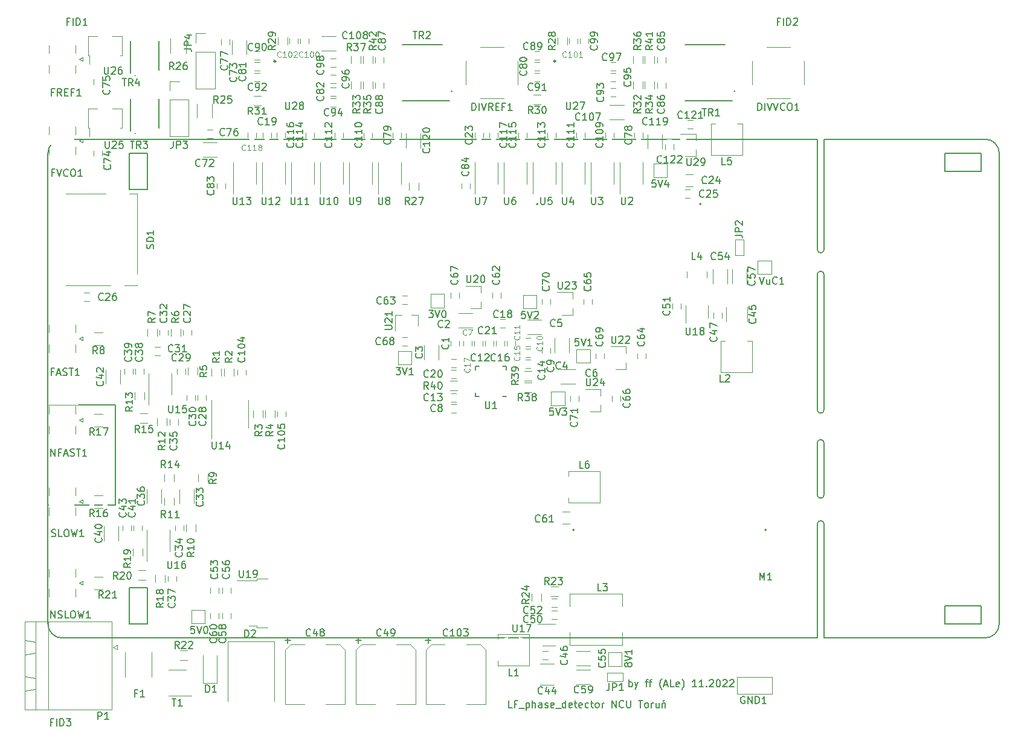
<source format=gto>
%TF.GenerationSoftware,KiCad,Pcbnew,(5.1.12)-1*%
%TF.CreationDate,2022-12-02T08:38:14+01:00*%
%TF.ProjectId,LF_phase_detector,4c465f70-6861-4736-955f-646574656374,rev?*%
%TF.SameCoordinates,Original*%
%TF.FileFunction,Legend,Top*%
%TF.FilePolarity,Positive*%
%FSLAX46Y46*%
G04 Gerber Fmt 4.6, Leading zero omitted, Abs format (unit mm)*
G04 Created by KiCad (PCBNEW (5.1.12)-1) date 2022-12-02 08:38:14*
%MOMM*%
%LPD*%
G01*
G04 APERTURE LIST*
%ADD10C,0.150000*%
%ADD11C,0.120000*%
%ADD12C,0.200000*%
%ADD13C,0.250000*%
%ADD14C,0.100000*%
%ADD15C,0.127000*%
%ADD16R,2.800000X1.300000*%
%ADD17R,2.000000X3.100000*%
%ADD18R,2.500000X4.000000*%
%ADD19R,0.860000X1.190000*%
%ADD20R,0.700000X0.420000*%
%ADD21R,3.500000X1.600000*%
%ADD22R,2.540000X1.650000*%
%ADD23C,0.400000*%
%ADD24R,0.850000X0.300000*%
%ADD25R,0.300000X0.850000*%
%ADD26R,3.250000X3.250000*%
%ADD27R,0.790000X1.680000*%
%ADD28R,2.060000X1.680000*%
%ADD29R,3.330000X0.690000*%
%ADD30R,0.790000X2.110000*%
%ADD31C,1.530000*%
%ADD32C,3.200000*%
%ADD33R,1.530000X1.530000*%
%ADD34C,1.524000*%
%ADD35R,0.750000X0.800000*%
%ADD36R,1.500000X1.500000*%
%ADD37R,1.000000X1.600000*%
%ADD38R,1.600000X1.000000*%
%ADD39R,0.800000X0.750000*%
%ADD40R,1.000000X2.500000*%
%ADD41R,2.500000X1.000000*%
%ADD42R,1.000000X1.250000*%
%ADD43R,1.200000X0.900000*%
%ADD44R,3.300000X2.500000*%
%ADD45C,1.000000*%
%ADD46C,2.000000*%
%ADD47R,0.800000X0.800000*%
%ADD48R,3.600000X2.080000*%
%ADD49O,3.600000X2.080000*%
%ADD50R,0.900000X0.800000*%
%ADD51R,0.800000X0.900000*%
%ADD52R,1.700000X0.900000*%
%ADD53R,1.750000X0.700000*%
%ADD54R,1.500000X1.300000*%
%ADD55R,1.500000X0.800000*%
%ADD56R,1.000000X1.450000*%
%ADD57R,1.400000X0.800000*%
%ADD58R,1.550000X1.000000*%
%ADD59R,2.600000X2.600000*%
%ADD60R,1.220000X0.650000*%
%ADD61R,0.650000X1.220000*%
%ADD62R,2.200000X1.200000*%
%ADD63R,6.400000X5.800000*%
%ADD64R,0.900000X1.300000*%
%ADD65R,3.600000X1.270000*%
%ADD66R,4.200000X1.350000*%
%ADD67C,2.250000*%
%ADD68C,2.050000*%
%ADD69R,1.700000X1.700000*%
%ADD70O,1.700000X1.700000*%
%ADD71R,0.700000X1.300000*%
G04 APERTURE END LIST*
D10*
X81439666Y-94178380D02*
X81439666Y-93178380D01*
X81439666Y-93559333D02*
X81534904Y-93511714D01*
X81725380Y-93511714D01*
X81820619Y-93559333D01*
X81868238Y-93606952D01*
X81915857Y-93702190D01*
X81915857Y-93987904D01*
X81868238Y-94083142D01*
X81820619Y-94130761D01*
X81725380Y-94178380D01*
X81534904Y-94178380D01*
X81439666Y-94130761D01*
X82249190Y-93511714D02*
X82487285Y-94178380D01*
X82725380Y-93511714D02*
X82487285Y-94178380D01*
X82392047Y-94416476D01*
X82344428Y-94464095D01*
X82249190Y-94511714D01*
X83725380Y-93511714D02*
X84106333Y-93511714D01*
X83868238Y-94178380D02*
X83868238Y-93321238D01*
X83915857Y-93226000D01*
X84011095Y-93178380D01*
X84106333Y-93178380D01*
X84296809Y-93511714D02*
X84677761Y-93511714D01*
X84439666Y-94178380D02*
X84439666Y-93321238D01*
X84487285Y-93226000D01*
X84582523Y-93178380D01*
X84677761Y-93178380D01*
X86058714Y-94559333D02*
X86011095Y-94511714D01*
X85915857Y-94368857D01*
X85868238Y-94273619D01*
X85820619Y-94130761D01*
X85773000Y-93892666D01*
X85773000Y-93702190D01*
X85820619Y-93464095D01*
X85868238Y-93321238D01*
X85915857Y-93226000D01*
X86011095Y-93083142D01*
X86058714Y-93035523D01*
X86392047Y-93892666D02*
X86868238Y-93892666D01*
X86296809Y-94178380D02*
X86630142Y-93178380D01*
X86963476Y-94178380D01*
X87773000Y-94178380D02*
X87296809Y-94178380D01*
X87296809Y-93178380D01*
X88487285Y-94130761D02*
X88392047Y-94178380D01*
X88201571Y-94178380D01*
X88106333Y-94130761D01*
X88058714Y-94035523D01*
X88058714Y-93654571D01*
X88106333Y-93559333D01*
X88201571Y-93511714D01*
X88392047Y-93511714D01*
X88487285Y-93559333D01*
X88534904Y-93654571D01*
X88534904Y-93749809D01*
X88058714Y-93845047D01*
X88868238Y-94559333D02*
X88915857Y-94511714D01*
X89011095Y-94368857D01*
X89058714Y-94273619D01*
X89106333Y-94130761D01*
X89153952Y-93892666D01*
X89153952Y-93702190D01*
X89106333Y-93464095D01*
X89058714Y-93321238D01*
X89011095Y-93226000D01*
X88915857Y-93083142D01*
X88868238Y-93035523D01*
X90915857Y-94178380D02*
X90344428Y-94178380D01*
X90630142Y-94178380D02*
X90630142Y-93178380D01*
X90534904Y-93321238D01*
X90439666Y-93416476D01*
X90344428Y-93464095D01*
X91868238Y-94178380D02*
X91296809Y-94178380D01*
X91582523Y-94178380D02*
X91582523Y-93178380D01*
X91487285Y-93321238D01*
X91392047Y-93416476D01*
X91296809Y-93464095D01*
X92296809Y-94083142D02*
X92344428Y-94130761D01*
X92296809Y-94178380D01*
X92249190Y-94130761D01*
X92296809Y-94083142D01*
X92296809Y-94178380D01*
X92725380Y-93273619D02*
X92773000Y-93226000D01*
X92868238Y-93178380D01*
X93106333Y-93178380D01*
X93201571Y-93226000D01*
X93249190Y-93273619D01*
X93296809Y-93368857D01*
X93296809Y-93464095D01*
X93249190Y-93606952D01*
X92677761Y-94178380D01*
X93296809Y-94178380D01*
X93915857Y-93178380D02*
X94011095Y-93178380D01*
X94106333Y-93226000D01*
X94153952Y-93273619D01*
X94201571Y-93368857D01*
X94249190Y-93559333D01*
X94249190Y-93797428D01*
X94201571Y-93987904D01*
X94153952Y-94083142D01*
X94106333Y-94130761D01*
X94011095Y-94178380D01*
X93915857Y-94178380D01*
X93820619Y-94130761D01*
X93773000Y-94083142D01*
X93725380Y-93987904D01*
X93677761Y-93797428D01*
X93677761Y-93559333D01*
X93725380Y-93368857D01*
X93773000Y-93273619D01*
X93820619Y-93226000D01*
X93915857Y-93178380D01*
X94630142Y-93273619D02*
X94677761Y-93226000D01*
X94773000Y-93178380D01*
X95011095Y-93178380D01*
X95106333Y-93226000D01*
X95153952Y-93273619D01*
X95201571Y-93368857D01*
X95201571Y-93464095D01*
X95153952Y-93606952D01*
X94582523Y-94178380D01*
X95201571Y-94178380D01*
X95582523Y-93273619D02*
X95630142Y-93226000D01*
X95725380Y-93178380D01*
X95963476Y-93178380D01*
X96058714Y-93226000D01*
X96106333Y-93273619D01*
X96153952Y-93368857D01*
X96153952Y-93464095D01*
X96106333Y-93606952D01*
X95534904Y-94178380D01*
X96153952Y-94178380D01*
X65065000Y-97099380D02*
X64588809Y-97099380D01*
X64588809Y-96099380D01*
X65731666Y-96575571D02*
X65398333Y-96575571D01*
X65398333Y-97099380D02*
X65398333Y-96099380D01*
X65874523Y-96099380D01*
X66017380Y-97194619D02*
X66779285Y-97194619D01*
X67017380Y-96432714D02*
X67017380Y-97432714D01*
X67017380Y-96480333D02*
X67112619Y-96432714D01*
X67303095Y-96432714D01*
X67398333Y-96480333D01*
X67445952Y-96527952D01*
X67493571Y-96623190D01*
X67493571Y-96908904D01*
X67445952Y-97004142D01*
X67398333Y-97051761D01*
X67303095Y-97099380D01*
X67112619Y-97099380D01*
X67017380Y-97051761D01*
X67922142Y-97099380D02*
X67922142Y-96099380D01*
X68350714Y-97099380D02*
X68350714Y-96575571D01*
X68303095Y-96480333D01*
X68207857Y-96432714D01*
X68065000Y-96432714D01*
X67969761Y-96480333D01*
X67922142Y-96527952D01*
X69255476Y-97099380D02*
X69255476Y-96575571D01*
X69207857Y-96480333D01*
X69112619Y-96432714D01*
X68922142Y-96432714D01*
X68826904Y-96480333D01*
X69255476Y-97051761D02*
X69160238Y-97099380D01*
X68922142Y-97099380D01*
X68826904Y-97051761D01*
X68779285Y-96956523D01*
X68779285Y-96861285D01*
X68826904Y-96766047D01*
X68922142Y-96718428D01*
X69160238Y-96718428D01*
X69255476Y-96670809D01*
X69684047Y-97051761D02*
X69779285Y-97099380D01*
X69969761Y-97099380D01*
X70065000Y-97051761D01*
X70112619Y-96956523D01*
X70112619Y-96908904D01*
X70065000Y-96813666D01*
X69969761Y-96766047D01*
X69826904Y-96766047D01*
X69731666Y-96718428D01*
X69684047Y-96623190D01*
X69684047Y-96575571D01*
X69731666Y-96480333D01*
X69826904Y-96432714D01*
X69969761Y-96432714D01*
X70065000Y-96480333D01*
X70922142Y-97051761D02*
X70826904Y-97099380D01*
X70636428Y-97099380D01*
X70541190Y-97051761D01*
X70493571Y-96956523D01*
X70493571Y-96575571D01*
X70541190Y-96480333D01*
X70636428Y-96432714D01*
X70826904Y-96432714D01*
X70922142Y-96480333D01*
X70969761Y-96575571D01*
X70969761Y-96670809D01*
X70493571Y-96766047D01*
X71160238Y-97194619D02*
X71922142Y-97194619D01*
X72588809Y-97099380D02*
X72588809Y-96099380D01*
X72588809Y-97051761D02*
X72493571Y-97099380D01*
X72303095Y-97099380D01*
X72207857Y-97051761D01*
X72160238Y-97004142D01*
X72112619Y-96908904D01*
X72112619Y-96623190D01*
X72160238Y-96527952D01*
X72207857Y-96480333D01*
X72303095Y-96432714D01*
X72493571Y-96432714D01*
X72588809Y-96480333D01*
X73445952Y-97051761D02*
X73350714Y-97099380D01*
X73160238Y-97099380D01*
X73065000Y-97051761D01*
X73017380Y-96956523D01*
X73017380Y-96575571D01*
X73065000Y-96480333D01*
X73160238Y-96432714D01*
X73350714Y-96432714D01*
X73445952Y-96480333D01*
X73493571Y-96575571D01*
X73493571Y-96670809D01*
X73017380Y-96766047D01*
X73779285Y-96432714D02*
X74160238Y-96432714D01*
X73922142Y-96099380D02*
X73922142Y-96956523D01*
X73969761Y-97051761D01*
X74065000Y-97099380D01*
X74160238Y-97099380D01*
X74874523Y-97051761D02*
X74779285Y-97099380D01*
X74588809Y-97099380D01*
X74493571Y-97051761D01*
X74445952Y-96956523D01*
X74445952Y-96575571D01*
X74493571Y-96480333D01*
X74588809Y-96432714D01*
X74779285Y-96432714D01*
X74874523Y-96480333D01*
X74922142Y-96575571D01*
X74922142Y-96670809D01*
X74445952Y-96766047D01*
X75779285Y-97051761D02*
X75684047Y-97099380D01*
X75493571Y-97099380D01*
X75398333Y-97051761D01*
X75350714Y-97004142D01*
X75303095Y-96908904D01*
X75303095Y-96623190D01*
X75350714Y-96527952D01*
X75398333Y-96480333D01*
X75493571Y-96432714D01*
X75684047Y-96432714D01*
X75779285Y-96480333D01*
X76065000Y-96432714D02*
X76445952Y-96432714D01*
X76207857Y-96099380D02*
X76207857Y-96956523D01*
X76255476Y-97051761D01*
X76350714Y-97099380D01*
X76445952Y-97099380D01*
X76922142Y-97099380D02*
X76826904Y-97051761D01*
X76779285Y-97004142D01*
X76731666Y-96908904D01*
X76731666Y-96623190D01*
X76779285Y-96527952D01*
X76826904Y-96480333D01*
X76922142Y-96432714D01*
X77065000Y-96432714D01*
X77160238Y-96480333D01*
X77207857Y-96527952D01*
X77255476Y-96623190D01*
X77255476Y-96908904D01*
X77207857Y-97004142D01*
X77160238Y-97051761D01*
X77065000Y-97099380D01*
X76922142Y-97099380D01*
X77684047Y-97099380D02*
X77684047Y-96432714D01*
X77684047Y-96623190D02*
X77731666Y-96527952D01*
X77779285Y-96480333D01*
X77874523Y-96432714D01*
X77969761Y-96432714D01*
X79065000Y-97099380D02*
X79065000Y-96099380D01*
X79636428Y-97099380D01*
X79636428Y-96099380D01*
X80684047Y-97004142D02*
X80636428Y-97051761D01*
X80493571Y-97099380D01*
X80398333Y-97099380D01*
X80255476Y-97051761D01*
X80160238Y-96956523D01*
X80112619Y-96861285D01*
X80065000Y-96670809D01*
X80065000Y-96527952D01*
X80112619Y-96337476D01*
X80160238Y-96242238D01*
X80255476Y-96147000D01*
X80398333Y-96099380D01*
X80493571Y-96099380D01*
X80636428Y-96147000D01*
X80684047Y-96194619D01*
X81112619Y-96099380D02*
X81112619Y-96908904D01*
X81160238Y-97004142D01*
X81207857Y-97051761D01*
X81303095Y-97099380D01*
X81493571Y-97099380D01*
X81588809Y-97051761D01*
X81636428Y-97004142D01*
X81684047Y-96908904D01*
X81684047Y-96099380D01*
X82779285Y-96099380D02*
X83350714Y-96099380D01*
X83065000Y-97099380D02*
X83065000Y-96099380D01*
X83826904Y-97099380D02*
X83731666Y-97051761D01*
X83684047Y-97004142D01*
X83636428Y-96908904D01*
X83636428Y-96623190D01*
X83684047Y-96527952D01*
X83731666Y-96480333D01*
X83826904Y-96432714D01*
X83969761Y-96432714D01*
X84065000Y-96480333D01*
X84112619Y-96527952D01*
X84160238Y-96623190D01*
X84160238Y-96908904D01*
X84112619Y-97004142D01*
X84065000Y-97051761D01*
X83969761Y-97099380D01*
X83826904Y-97099380D01*
X84588809Y-97099380D02*
X84588809Y-96432714D01*
X84588809Y-96623190D02*
X84636428Y-96527952D01*
X84684047Y-96480333D01*
X84779285Y-96432714D01*
X84874523Y-96432714D01*
X85636428Y-96432714D02*
X85636428Y-97099380D01*
X85207857Y-96432714D02*
X85207857Y-96956523D01*
X85255476Y-97051761D01*
X85350714Y-97099380D01*
X85493571Y-97099380D01*
X85588809Y-97051761D01*
X85636428Y-97004142D01*
X86112619Y-96432714D02*
X86112619Y-97099380D01*
X86112619Y-96527952D02*
X86160238Y-96480333D01*
X86255476Y-96432714D01*
X86398333Y-96432714D01*
X86493571Y-96480333D01*
X86541190Y-96575571D01*
X86541190Y-97099380D01*
X86398333Y-96051761D02*
X86255476Y-96194619D01*
D11*
%TO.C,L4*%
X92332000Y-35922000D02*
X92332000Y-36722000D01*
X89532000Y-35922000D02*
X89532000Y-36722000D01*
%TO.C,L1*%
X67478000Y-86827000D02*
X67478000Y-91227000D01*
X63078000Y-86827000D02*
X67478000Y-86827000D01*
X63078000Y-91227000D02*
X63078000Y-86827000D01*
X67478000Y-91227000D02*
X63078000Y-91227000D01*
%TO.C,L2*%
X94320000Y-45679000D02*
X98720000Y-45679000D01*
X94320000Y-50079000D02*
X94320000Y-45679000D01*
X98720000Y-50079000D02*
X94320000Y-50079000D01*
X98720000Y-45679000D02*
X98720000Y-50079000D01*
%TO.C,L5*%
X92923000Y-15199000D02*
X97323000Y-15199000D01*
X92923000Y-19599000D02*
X92923000Y-15199000D01*
X97323000Y-19599000D02*
X92923000Y-19599000D01*
X97323000Y-15199000D02*
X97323000Y-19599000D01*
%TO.C,L6*%
X72984000Y-68367000D02*
X72984000Y-63967000D01*
X77384000Y-68367000D02*
X72984000Y-68367000D01*
X77384000Y-63967000D02*
X77384000Y-68367000D01*
X72984000Y-63967000D02*
X77384000Y-63967000D01*
%TO.C,L3*%
X80510000Y-81109000D02*
X76835000Y-81109000D01*
X80510000Y-82859000D02*
X80510000Y-81109000D01*
X73160000Y-81109000D02*
X76835000Y-81109000D01*
X73160000Y-82859000D02*
X73160000Y-81109000D01*
X73160000Y-88309000D02*
X76835000Y-88309000D01*
X73160000Y-86559000D02*
X73160000Y-88309000D01*
X80510000Y-88309000D02*
X76835000Y-88309000D01*
X80510000Y-86559000D02*
X80510000Y-88309000D01*
%TO.C,C48*%
X41655000Y-89026000D02*
X41655000Y-96646000D01*
X40895000Y-88266000D02*
X41655000Y-89026000D01*
X33275000Y-89026000D02*
X34035000Y-88266000D01*
X33275000Y-96646000D02*
X33275000Y-89026000D01*
X41655000Y-96646000D02*
X38975000Y-96646000D01*
X33275000Y-96646000D02*
X35955000Y-96646000D01*
X40895000Y-88266000D02*
X38975000Y-88266000D01*
X34035000Y-88266000D02*
X35955000Y-88266000D01*
%TO.C,C49*%
X51561000Y-89026000D02*
X51561000Y-96646000D01*
X50801000Y-88266000D02*
X51561000Y-89026000D01*
X43181000Y-89026000D02*
X43941000Y-88266000D01*
X43181000Y-96646000D02*
X43181000Y-89026000D01*
X51561000Y-96646000D02*
X48881000Y-96646000D01*
X43181000Y-96646000D02*
X45861000Y-96646000D01*
X50801000Y-88266000D02*
X48881000Y-88266000D01*
X43941000Y-88266000D02*
X45861000Y-88266000D01*
%TO.C,C103*%
X61340000Y-89026000D02*
X61340000Y-96646000D01*
X60580000Y-88266000D02*
X61340000Y-89026000D01*
X52960000Y-89026000D02*
X53720000Y-88266000D01*
X52960000Y-96646000D02*
X52960000Y-89026000D01*
X61340000Y-96646000D02*
X58660000Y-96646000D01*
X52960000Y-96646000D02*
X55640000Y-96646000D01*
X60580000Y-88266000D02*
X58660000Y-88266000D01*
X53720000Y-88266000D02*
X55640000Y-88266000D01*
%TO.C,T1*%
X19391000Y-91799000D02*
X16931000Y-91799000D01*
X16931000Y-95399000D02*
X20161000Y-95399000D01*
%TO.C,F1*%
X14580000Y-92789000D02*
X14580000Y-89329000D01*
X10820000Y-92789000D02*
X10820000Y-89329000D01*
D12*
%TO.C,TR1*%
X89275000Y-11936000D02*
X95875000Y-11936000D01*
X94870000Y-4066000D02*
X89280000Y-4066000D01*
X96275000Y-10601000D02*
X96275000Y-10601000D01*
X96175000Y-10601000D02*
X96175000Y-10601000D01*
X96275000Y-10601000D02*
X96275000Y-10601000D01*
X96175000Y-10601000D02*
G75*
G02*
X96275000Y-10601000I50000J0D01*
G01*
X96275000Y-10601000D02*
G75*
G02*
X96175000Y-10601000I-50000J0D01*
G01*
X96175000Y-10601000D02*
G75*
G02*
X96275000Y-10601000I50000J0D01*
G01*
%TO.C,TR2*%
X49651000Y-11936000D02*
X56251000Y-11936000D01*
X55246000Y-4066000D02*
X49656000Y-4066000D01*
X56651000Y-10601000D02*
X56651000Y-10601000D01*
X56551000Y-10601000D02*
X56551000Y-10601000D01*
X56651000Y-10601000D02*
X56651000Y-10601000D01*
X56551000Y-10601000D02*
G75*
G02*
X56651000Y-10601000I50000J0D01*
G01*
X56651000Y-10601000D02*
G75*
G02*
X56551000Y-10601000I-50000J0D01*
G01*
X56551000Y-10601000D02*
G75*
G02*
X56651000Y-10601000I50000J0D01*
G01*
D13*
%TO.C,U27*%
X71164000Y-6390000D02*
G75*
G03*
X71164000Y-6390000I-125000J0D01*
G01*
%TO.C,U28*%
X31921000Y-6390000D02*
G75*
G03*
X31921000Y-6390000I-125000J0D01*
G01*
D12*
%TO.C,TR3*%
X15589000Y-11716000D02*
X15589000Y-15716000D01*
X11589000Y-16216000D02*
X11589000Y-11716000D01*
D14*
X12289000Y-16516000D02*
X12289000Y-16516000D01*
X12189000Y-16516000D02*
X12189000Y-16516000D01*
X12289000Y-16516000D02*
G75*
G02*
X12189000Y-16516000I-50000J0D01*
G01*
X12189000Y-16516000D02*
G75*
G02*
X12289000Y-16516000I50000J0D01*
G01*
D12*
%TO.C,TR4*%
X15589000Y-3588000D02*
X15589000Y-7588000D01*
X11589000Y-8088000D02*
X11589000Y-3588000D01*
D14*
X12289000Y-8388000D02*
X12289000Y-8388000D01*
X12189000Y-8388000D02*
X12189000Y-8388000D01*
X12289000Y-8388000D02*
G75*
G02*
X12189000Y-8388000I-50000J0D01*
G01*
X12189000Y-8388000D02*
G75*
G02*
X12289000Y-8388000I50000J0D01*
G01*
D10*
%TO.C,M1*%
X125730000Y-82804000D02*
X125730000Y-85344000D01*
X130810000Y-82804000D02*
X125730000Y-82804000D01*
X130810000Y-85344000D02*
X130810000Y-82804000D01*
X125730000Y-85344000D02*
X130810000Y-85344000D01*
X125730000Y-21844000D02*
X125730000Y-19304000D01*
X130810000Y-21844000D02*
X125730000Y-21844000D01*
X130810000Y-19304000D02*
X130810000Y-21844000D01*
X125730000Y-19304000D02*
X130810000Y-19304000D01*
X13970000Y-85344000D02*
X13970000Y-80264000D01*
X11430000Y-85344000D02*
X13970000Y-85344000D01*
X11430000Y-80264000D02*
X11430000Y-85344000D01*
X13970000Y-80264000D02*
X11430000Y-80264000D01*
X13970000Y-24384000D02*
X13970000Y-19304000D01*
X11430000Y-24384000D02*
X13970000Y-24384000D01*
X11430000Y-19304000D02*
X11430000Y-24384000D01*
X13970000Y-19304000D02*
X11430000Y-19304000D01*
D15*
X108785000Y-71323200D02*
X108785000Y-87324000D01*
X108785000Y-59944000D02*
X108785000Y-67259200D01*
X108785000Y-36322000D02*
X108785000Y-55321200D01*
X108785000Y-17324000D02*
X108785000Y-32816800D01*
X107845000Y-71323200D02*
X107845000Y-87324000D01*
X107845000Y-59944000D02*
X107845000Y-67259200D01*
X107845000Y-36322000D02*
X107845000Y-55321200D01*
X107845000Y-17324000D02*
X107845000Y-32816800D01*
D12*
X73765000Y-72164000D02*
G75*
G03*
X73765000Y-72164000I-100000J0D01*
G01*
X100689000Y-72164000D02*
G75*
G03*
X100689000Y-72164000I-100000J0D01*
G01*
X68685000Y-26444000D02*
G75*
G03*
X68685000Y-26444000I-100000J0D01*
G01*
X91545000Y-26444000D02*
G75*
G03*
X91545000Y-26444000I-100000J0D01*
G01*
D15*
X131345000Y-17324000D02*
X108785000Y-17324000D01*
X133345000Y-85324000D02*
X133345000Y-19324000D01*
X108785000Y-87324000D02*
X131345000Y-87324000D01*
X2005000Y-87324000D02*
X107845000Y-87324000D01*
X5000Y-19324000D02*
X5000Y-85324000D01*
X107845000Y-17324000D02*
X2005000Y-17324000D01*
D10*
X12700Y-54635400D02*
X9499600Y-54635400D01*
X9499600Y-54635400D02*
X9499600Y-68643500D01*
X9499600Y-68643500D02*
X12700Y-68643500D01*
D15*
X108785000Y-32816801D02*
G75*
G02*
X107845000Y-32816800I-470000J7462D01*
G01*
X107845000Y-36321999D02*
G75*
G02*
X108785000Y-36322000I470000J-7462D01*
G01*
X108785000Y-55321201D02*
G75*
G02*
X107845000Y-55321200I-470000J7462D01*
G01*
X107845000Y-59943999D02*
G75*
G02*
X108785000Y-59944000I470000J-7462D01*
G01*
X108785000Y-67259201D02*
G75*
G02*
X107845000Y-67259200I-470000J7462D01*
G01*
X107845000Y-71323199D02*
G75*
G02*
X108785000Y-71323200I470000J-7462D01*
G01*
X133345000Y-19324000D02*
G75*
G03*
X131345000Y-17324000I-2000000J0D01*
G01*
X131345000Y-87324000D02*
G75*
G03*
X133345000Y-85324000I0J2000000D01*
G01*
X5000Y-85324000D02*
G75*
G03*
X2005000Y-87324000I2000000J0D01*
G01*
X2005000Y-17324000D02*
G75*
G03*
X5000Y-19324000I0J-2000000D01*
G01*
D11*
%TO.C,C83*%
X23657000Y-24226000D02*
X23657000Y-23526000D01*
X24857000Y-23526000D02*
X24857000Y-24226000D01*
%TO.C,3V0*%
X55560000Y-39055000D02*
X55560000Y-40955000D01*
X53660000Y-39055000D02*
X55560000Y-39055000D01*
X53660000Y-40955000D02*
X53660000Y-39055000D01*
X55560000Y-40955000D02*
X53660000Y-40955000D01*
%TO.C,3V1*%
X50988000Y-47056000D02*
X50988000Y-48956000D01*
X50988000Y-48956000D02*
X49088000Y-48956000D01*
X49088000Y-48956000D02*
X49088000Y-47056000D01*
X49088000Y-47056000D02*
X50988000Y-47056000D01*
%TO.C,5V0*%
X22032000Y-83378000D02*
X22032000Y-85278000D01*
X22032000Y-85278000D02*
X20132000Y-85278000D01*
X20132000Y-85278000D02*
X20132000Y-83378000D01*
X20132000Y-83378000D02*
X22032000Y-83378000D01*
%TO.C,5V1*%
X76007000Y-48702000D02*
X74107000Y-48702000D01*
X74107000Y-48702000D02*
X74107000Y-46802000D01*
X74107000Y-46802000D02*
X76007000Y-46802000D01*
X76007000Y-46802000D02*
X76007000Y-48702000D01*
%TO.C,5V2*%
X68514000Y-39182000D02*
X68514000Y-41082000D01*
X66614000Y-39182000D02*
X68514000Y-39182000D01*
X66614000Y-41082000D02*
X66614000Y-39182000D01*
X68514000Y-41082000D02*
X66614000Y-41082000D01*
%TO.C,5V3*%
X72451000Y-52771000D02*
X72451000Y-54671000D01*
X70551000Y-52771000D02*
X72451000Y-52771000D01*
X70551000Y-54671000D02*
X70551000Y-52771000D01*
X72451000Y-54671000D02*
X70551000Y-54671000D01*
%TO.C,8V1*%
X80452000Y-91247000D02*
X78552000Y-91247000D01*
X80452000Y-89347000D02*
X80452000Y-91247000D01*
X78552000Y-89347000D02*
X80452000Y-89347000D01*
X78552000Y-91247000D02*
X78552000Y-89347000D01*
%TO.C,C1*%
X56423000Y-46324000D02*
X56423000Y-45624000D01*
X57623000Y-45624000D02*
X57623000Y-46324000D01*
%TO.C,C2*%
X57547000Y-43819000D02*
X59547000Y-43819000D01*
X59547000Y-41779000D02*
X57547000Y-41779000D01*
%TO.C,C3*%
X52701000Y-46244000D02*
X52701000Y-48244000D01*
X54741000Y-48244000D02*
X54741000Y-46244000D01*
%TO.C,C4*%
X73029000Y-47228000D02*
X73029000Y-45228000D01*
X70989000Y-45228000D02*
X70989000Y-47228000D01*
%TO.C,C5*%
X67199000Y-44708000D02*
X69199000Y-44708000D01*
X69199000Y-42668000D02*
X67199000Y-42668000D01*
%TO.C,C6*%
X71898000Y-51693000D02*
X73898000Y-51693000D01*
X73898000Y-49653000D02*
X71898000Y-49653000D01*
%TO.C,C7*%
X59401000Y-45624000D02*
X59401000Y-46324000D01*
X58201000Y-46324000D02*
X58201000Y-45624000D01*
%TO.C,C8*%
X56546000Y-54518000D02*
X57246000Y-54518000D01*
X57246000Y-55718000D02*
X56546000Y-55718000D01*
%TO.C,C9*%
X70450000Y-46640000D02*
X70450000Y-47340000D01*
X69250000Y-47340000D02*
X69250000Y-46640000D01*
%TO.C,C10*%
X67660000Y-46447000D02*
X66960000Y-46447000D01*
X66960000Y-45247000D02*
X67660000Y-45247000D01*
%TO.C,C11*%
X65497000Y-45624000D02*
X65497000Y-46324000D01*
X64297000Y-46324000D02*
X64297000Y-45624000D01*
%TO.C,C12*%
X59725000Y-46324000D02*
X59725000Y-45624000D01*
X60925000Y-45624000D02*
X60925000Y-46324000D01*
%TO.C,C13*%
X57246000Y-54194000D02*
X56546000Y-54194000D01*
X56546000Y-52994000D02*
X57246000Y-52994000D01*
%TO.C,C14*%
X66960000Y-48295000D02*
X67660000Y-48295000D01*
X67660000Y-49495000D02*
X66960000Y-49495000D01*
%TO.C,C15*%
X66960000Y-46771000D02*
X67660000Y-46771000D01*
X67660000Y-47971000D02*
X66960000Y-47971000D01*
%TO.C,C16*%
X62773000Y-46324000D02*
X62773000Y-45624000D01*
X63973000Y-45624000D02*
X63973000Y-46324000D01*
%TO.C,C17*%
X56546000Y-48168000D02*
X57246000Y-48168000D01*
X57246000Y-49368000D02*
X56546000Y-49368000D01*
%TO.C,C18*%
X64104000Y-43780000D02*
X63404000Y-43780000D01*
X63404000Y-42580000D02*
X64104000Y-42580000D01*
%TO.C,C20*%
X57246000Y-50892000D02*
X56546000Y-50892000D01*
X56546000Y-49692000D02*
X57246000Y-49692000D01*
%TO.C,C21*%
X62449000Y-45624000D02*
X62449000Y-46324000D01*
X61249000Y-46324000D02*
X61249000Y-45624000D01*
%TO.C,C23*%
X61052000Y-16414000D02*
X61052000Y-17114000D01*
X59852000Y-17114000D02*
X59852000Y-16414000D01*
%TO.C,C25*%
X89312000Y-24419000D02*
X90012000Y-24419000D01*
X90012000Y-25619000D02*
X89312000Y-25619000D01*
%TO.C,C26*%
X5811000Y-40097000D02*
X5111000Y-40097000D01*
X5111000Y-38897000D02*
X5811000Y-38897000D01*
%TO.C,C27*%
X18958000Y-44800000D02*
X18958000Y-44100000D01*
X20158000Y-44100000D02*
X20158000Y-44800000D01*
%TO.C,C28*%
X20990000Y-53944000D02*
X20990000Y-53244000D01*
X22190000Y-53244000D02*
X22190000Y-53944000D01*
%TO.C,C29*%
X18069000Y-50261000D02*
X18069000Y-49561000D01*
X19269000Y-49561000D02*
X19269000Y-50261000D01*
%TO.C,C30*%
X20666000Y-53244000D02*
X20666000Y-53944000D01*
X19466000Y-53944000D02*
X19466000Y-53244000D01*
%TO.C,C31*%
X15017000Y-46517000D02*
X15717000Y-46517000D01*
X15717000Y-47717000D02*
X15017000Y-47717000D01*
%TO.C,C32*%
X15656000Y-44800000D02*
X15656000Y-44100000D01*
X16856000Y-44100000D02*
X16856000Y-44800000D01*
%TO.C,C33*%
X20451000Y-68437000D02*
X20451000Y-66437000D01*
X18411000Y-66437000D02*
X18411000Y-68437000D01*
%TO.C,C34*%
X17815000Y-72232000D02*
X17815000Y-71532000D01*
X19015000Y-71532000D02*
X19015000Y-72232000D01*
%TO.C,C35*%
X18253000Y-56673000D02*
X18253000Y-57373000D01*
X17053000Y-57373000D02*
X17053000Y-56673000D01*
%TO.C,C36*%
X13839000Y-66437000D02*
X13839000Y-68437000D01*
X15879000Y-68437000D02*
X15879000Y-66437000D01*
%TO.C,C37*%
X17999000Y-78644000D02*
X17999000Y-79344000D01*
X16799000Y-79344000D02*
X16799000Y-78644000D01*
%TO.C,C38*%
X12227000Y-50261000D02*
X12227000Y-49561000D01*
X13427000Y-49561000D02*
X13427000Y-50261000D01*
%TO.C,C39*%
X11903000Y-49561000D02*
X11903000Y-50261000D01*
X10703000Y-50261000D02*
X10703000Y-49561000D01*
%TO.C,C40*%
X7870000Y-71644000D02*
X7870000Y-73644000D01*
X9910000Y-73644000D02*
X9910000Y-71644000D01*
%TO.C,C41*%
X11973000Y-72232000D02*
X11973000Y-71532000D01*
X13173000Y-71532000D02*
X13173000Y-72232000D01*
%TO.C,C42*%
X8124000Y-49673000D02*
X8124000Y-51673000D01*
X10164000Y-51673000D02*
X10164000Y-49673000D01*
%TO.C,C43*%
X11649000Y-71532000D02*
X11649000Y-72232000D01*
X10449000Y-72232000D02*
X10449000Y-71532000D01*
%TO.C,C44*%
X68977000Y-93936000D02*
X70977000Y-93936000D01*
X70977000Y-90976000D02*
X68977000Y-90976000D01*
%TO.C,C45*%
X95040000Y-40910000D02*
X95040000Y-42910000D01*
X98000000Y-42910000D02*
X98000000Y-40910000D01*
%TO.C,C46*%
X70073000Y-90389000D02*
X69373000Y-90389000D01*
X69373000Y-89189000D02*
X70073000Y-89189000D01*
%TO.C,C47*%
X94453000Y-41687000D02*
X94453000Y-42387000D01*
X93253000Y-42387000D02*
X93253000Y-41687000D01*
%TO.C,C50*%
X71343000Y-84674000D02*
X70643000Y-84674000D01*
X70643000Y-83474000D02*
X71343000Y-83474000D01*
%TO.C,C51*%
X88738000Y-40417000D02*
X88738000Y-41117000D01*
X87538000Y-41117000D02*
X87538000Y-40417000D01*
%TO.C,C52*%
X71343000Y-83023000D02*
X70643000Y-83023000D01*
X70643000Y-81823000D02*
X71343000Y-81823000D01*
%TO.C,C53*%
X22768000Y-80995000D02*
X22768000Y-80295000D01*
X23968000Y-80295000D02*
X23968000Y-80995000D01*
%TO.C,C54*%
X93214000Y-35576000D02*
X93214000Y-37576000D01*
X95254000Y-37576000D02*
X95254000Y-35576000D01*
%TO.C,C55*%
X76057000Y-89150000D02*
X74057000Y-89150000D01*
X74057000Y-91190000D02*
X76057000Y-91190000D01*
%TO.C,C56*%
X25619000Y-80295000D02*
X25619000Y-80995000D01*
X24419000Y-80995000D02*
X24419000Y-80295000D01*
%TO.C,C57*%
X97921000Y-37576000D02*
X97921000Y-35576000D01*
X95881000Y-35576000D02*
X95881000Y-37576000D01*
%TO.C,C58*%
X25619000Y-83851000D02*
X25619000Y-84551000D01*
X24419000Y-84551000D02*
X24419000Y-83851000D01*
%TO.C,C59*%
X74057000Y-93857000D02*
X76057000Y-93857000D01*
X76057000Y-91817000D02*
X74057000Y-91817000D01*
%TO.C,C60*%
X22768000Y-84551000D02*
X22768000Y-83851000D01*
X23968000Y-83851000D02*
X23968000Y-84551000D01*
%TO.C,C61*%
X72144000Y-71335000D02*
X73144000Y-71335000D01*
X73144000Y-69635000D02*
X72144000Y-69635000D01*
%TO.C,C62*%
X62265000Y-39593000D02*
X62265000Y-38893000D01*
X63465000Y-38893000D02*
X63465000Y-39593000D01*
%TO.C,C63*%
X50388000Y-40478000D02*
X49688000Y-40478000D01*
X49688000Y-39278000D02*
X50388000Y-39278000D01*
%TO.C,C64*%
X82585000Y-48102000D02*
X82585000Y-47402000D01*
X83785000Y-47402000D02*
X83785000Y-48102000D01*
%TO.C,C65*%
X75092000Y-40482000D02*
X75092000Y-39782000D01*
X76292000Y-39782000D02*
X76292000Y-40482000D01*
%TO.C,C66*%
X80229000Y-53371000D02*
X80229000Y-54071000D01*
X79029000Y-54071000D02*
X79029000Y-53371000D01*
%TO.C,C67*%
X57623000Y-38893000D02*
X57623000Y-39593000D01*
X56423000Y-39593000D02*
X56423000Y-38893000D01*
%TO.C,C68*%
X49688000Y-45120000D02*
X50388000Y-45120000D01*
X50388000Y-46320000D02*
X49688000Y-46320000D01*
%TO.C,C69*%
X77943000Y-47402000D02*
X77943000Y-48102000D01*
X76743000Y-48102000D02*
X76743000Y-47402000D01*
%TO.C,C70*%
X70450000Y-39782000D02*
X70450000Y-40482000D01*
X69250000Y-40482000D02*
X69250000Y-39782000D01*
%TO.C,C71*%
X74387000Y-53371000D02*
X74387000Y-54071000D01*
X73187000Y-54071000D02*
X73187000Y-53371000D01*
%TO.C,C72*%
X21733000Y-19816000D02*
X23733000Y-19816000D01*
X23733000Y-17776000D02*
X21733000Y-17776000D01*
%TO.C,C73*%
X27817000Y-5445000D02*
X27817000Y-3445000D01*
X25777000Y-3445000D02*
X25777000Y-5445000D01*
%TO.C,C74*%
X6385000Y-19654000D02*
X6385000Y-18954000D01*
X7585000Y-18954000D02*
X7585000Y-19654000D01*
%TO.C,C75*%
X6385000Y-9621000D02*
X6385000Y-8921000D01*
X7585000Y-8921000D02*
X7585000Y-9621000D01*
%TO.C,C76*%
X23083000Y-17237000D02*
X22383000Y-17237000D01*
X22383000Y-16037000D02*
X23083000Y-16037000D01*
%TO.C,C77*%
X25492000Y-3333000D02*
X25492000Y-4033000D01*
X24292000Y-4033000D02*
X24292000Y-3333000D01*
%TO.C,C80*%
X68930000Y-7712000D02*
X68230000Y-7712000D01*
X68230000Y-6512000D02*
X68930000Y-6512000D01*
%TO.C,C81*%
X28987000Y-6512000D02*
X29687000Y-6512000D01*
X29687000Y-7712000D02*
X28987000Y-7712000D01*
%TO.C,C82*%
X39655000Y-10068000D02*
X40355000Y-10068000D01*
X40355000Y-11268000D02*
X39655000Y-11268000D01*
%TO.C,C84*%
X59147000Y-23526000D02*
X59147000Y-24226000D01*
X57947000Y-24226000D02*
X57947000Y-23526000D01*
%TO.C,C85*%
X86579000Y-5873000D02*
X86579000Y-6573000D01*
X85379000Y-6573000D02*
X85379000Y-5873000D01*
%TO.C,C86*%
X85379000Y-10129000D02*
X85379000Y-9429000D01*
X86579000Y-9429000D02*
X86579000Y-10129000D01*
%TO.C,C87*%
X47082000Y-5873000D02*
X47082000Y-6573000D01*
X45882000Y-6573000D02*
X45882000Y-5873000D01*
%TO.C,C88*%
X47082000Y-9429000D02*
X47082000Y-10129000D01*
X45882000Y-10129000D02*
X45882000Y-9429000D01*
%TO.C,C89*%
X68230000Y-4988000D02*
X68930000Y-4988000D01*
X68930000Y-6188000D02*
X68230000Y-6188000D01*
%TO.C,C90*%
X28987000Y-4988000D02*
X29687000Y-4988000D01*
X29687000Y-6188000D02*
X28987000Y-6188000D01*
%TO.C,C91*%
X68930000Y-9236000D02*
X68230000Y-9236000D01*
X68230000Y-8036000D02*
X68930000Y-8036000D01*
%TO.C,C92*%
X29687000Y-9236000D02*
X28987000Y-9236000D01*
X28987000Y-8036000D02*
X29687000Y-8036000D01*
%TO.C,C93*%
X78898000Y-10195000D02*
X79598000Y-10195000D01*
X79598000Y-11395000D02*
X78898000Y-11395000D01*
%TO.C,C94*%
X39655000Y-11592000D02*
X40355000Y-11592000D01*
X40355000Y-12792000D02*
X39655000Y-12792000D01*
%TO.C,C95*%
X78898000Y-8036000D02*
X79598000Y-8036000D01*
X79598000Y-9236000D02*
X78898000Y-9236000D01*
%TO.C,C96*%
X40355000Y-9490000D02*
X39655000Y-9490000D01*
X39655000Y-8290000D02*
X40355000Y-8290000D01*
%TO.C,C97*%
X78898000Y-6512000D02*
X79598000Y-6512000D01*
X79598000Y-7712000D02*
X78898000Y-7712000D01*
%TO.C,C98*%
X40355000Y-7204000D02*
X39655000Y-7204000D01*
X39655000Y-6004000D02*
X40355000Y-6004000D01*
%TO.C,C99*%
X74584000Y-3906000D02*
X74584000Y-3206000D01*
X75784000Y-3206000D02*
X75784000Y-3906000D01*
%TO.C,C100*%
X35341000Y-3906000D02*
X35341000Y-3206000D01*
X36541000Y-3206000D02*
X36541000Y-3906000D01*
%TO.C,C101*%
X74260000Y-3206000D02*
X74260000Y-3906000D01*
X73060000Y-3906000D02*
X73060000Y-3206000D01*
%TO.C,C102*%
X33817000Y-3906000D02*
X33817000Y-3206000D01*
X35017000Y-3206000D02*
X35017000Y-3906000D01*
%TO.C,C107*%
X78756000Y-14609000D02*
X80756000Y-14609000D01*
X80756000Y-12569000D02*
X78756000Y-12569000D01*
%TO.C,C108*%
X40370000Y-2917000D02*
X38370000Y-2917000D01*
X38370000Y-4957000D02*
X40370000Y-4957000D01*
%TO.C,D1*%
X21733000Y-93690000D02*
X23733000Y-93690000D01*
X23733000Y-93690000D02*
X23733000Y-89790000D01*
X21733000Y-93690000D02*
X21733000Y-89790000D01*
%TO.C,D2*%
X31698000Y-87783000D02*
X31698000Y-96183000D01*
X25198000Y-87783000D02*
X25198000Y-96183000D01*
X25198000Y-87783000D02*
X31698000Y-87783000D01*
%TO.C,GND1*%
X101490000Y-92780000D02*
X96590000Y-92780000D01*
X101490000Y-95180000D02*
X101490000Y-92780000D01*
X96590000Y-95180000D02*
X101490000Y-95180000D01*
X96590000Y-92780000D02*
X96590000Y-95180000D01*
%TO.C,JP1*%
X78402000Y-93427000D02*
X78402000Y-92247000D01*
X80602000Y-92247000D02*
X80602000Y-93427000D01*
X80602000Y-92247000D02*
X78402000Y-92247000D01*
X78402000Y-93427000D02*
X80602000Y-93427000D01*
%TO.C,JP2*%
X96311000Y-31412000D02*
X96311000Y-33612000D01*
X97491000Y-33612000D02*
X97491000Y-31412000D01*
X97491000Y-33612000D02*
X96311000Y-33612000D01*
X96311000Y-31412000D02*
X97491000Y-31412000D01*
%TO.C,P1*%
X9738000Y-88346000D02*
X9738000Y-88946000D01*
X9138000Y-88646000D02*
X9738000Y-88346000D01*
X9738000Y-88946000D02*
X9138000Y-88646000D01*
X-1722000Y-92976000D02*
X-3222000Y-92726000D01*
X-1722000Y-94476000D02*
X-1722000Y-92976000D01*
X-3222000Y-94726000D02*
X-1722000Y-94476000D01*
X-3222000Y-92726000D02*
X-3222000Y-94726000D01*
X-1722000Y-87896000D02*
X-3222000Y-87646000D01*
X-1722000Y-89396000D02*
X-1722000Y-87896000D01*
X-3222000Y-89646000D02*
X-1722000Y-89396000D01*
X-3222000Y-87646000D02*
X-3222000Y-89646000D01*
X-1722000Y-97346000D02*
X-1722000Y-85026000D01*
X78000Y-97346000D02*
X-1722000Y-97346000D01*
X78000Y-85026000D02*
X78000Y-97346000D01*
X-1722000Y-85026000D02*
X78000Y-85026000D01*
X8938000Y-97346000D02*
X8938000Y-85026000D01*
X-3222000Y-97346000D02*
X8938000Y-97346000D01*
X-3222000Y-85026000D02*
X-3222000Y-97346000D01*
X8938000Y-85026000D02*
X-3222000Y-85026000D01*
%TO.C,R1*%
X24302000Y-49538000D02*
X24302000Y-50538000D01*
X22942000Y-50538000D02*
X22942000Y-49538000D01*
%TO.C,R2*%
X26080000Y-49538000D02*
X26080000Y-50538000D01*
X24720000Y-50538000D02*
X24720000Y-49538000D01*
%TO.C,R3*%
X28784000Y-56380000D02*
X28784000Y-55380000D01*
X30144000Y-55380000D02*
X30144000Y-56380000D01*
%TO.C,R4*%
X30435000Y-56380000D02*
X30435000Y-55380000D01*
X31795000Y-55380000D02*
X31795000Y-56380000D01*
%TO.C,R5*%
X19640000Y-50411000D02*
X19640000Y-49411000D01*
X21000000Y-49411000D02*
X21000000Y-50411000D01*
%TO.C,R6*%
X17227000Y-44950000D02*
X17227000Y-43950000D01*
X18587000Y-43950000D02*
X18587000Y-44950000D01*
%TO.C,R7*%
X15285000Y-43950000D02*
X15285000Y-44950000D01*
X13925000Y-44950000D02*
X13925000Y-43950000D01*
%TO.C,R9*%
X22397000Y-64397000D02*
X22397000Y-65397000D01*
X21037000Y-65397000D02*
X21037000Y-64397000D01*
%TO.C,R10*%
X19386000Y-72382000D02*
X19386000Y-71382000D01*
X20746000Y-71382000D02*
X20746000Y-72382000D01*
%TO.C,R11*%
X17698000Y-67699000D02*
X17698000Y-68699000D01*
X16338000Y-68699000D02*
X16338000Y-67699000D01*
%TO.C,R12*%
X15322000Y-57523000D02*
X15322000Y-56523000D01*
X16682000Y-56523000D02*
X16682000Y-57523000D01*
%TO.C,R13*%
X12147000Y-53840000D02*
X12147000Y-52840000D01*
X13507000Y-52840000D02*
X13507000Y-53840000D01*
%TO.C,R14*%
X17698000Y-64397000D02*
X17698000Y-65397000D01*
X16338000Y-65397000D02*
X16338000Y-64397000D01*
%TO.C,R15*%
X12962000Y-55835000D02*
X13962000Y-55835000D01*
X13962000Y-57195000D02*
X12962000Y-57195000D01*
%TO.C,R18*%
X15068000Y-79494000D02*
X15068000Y-78494000D01*
X16428000Y-78494000D02*
X16428000Y-79494000D01*
%TO.C,R19*%
X13253000Y-74811000D02*
X13253000Y-75811000D01*
X11893000Y-75811000D02*
X11893000Y-74811000D01*
%TO.C,R20*%
X13708000Y-79166000D02*
X12708000Y-79166000D01*
X12708000Y-77806000D02*
X13708000Y-77806000D01*
%TO.C,R25*%
X23041000Y-12335000D02*
X23041000Y-14335000D01*
X20901000Y-14335000D02*
X20901000Y-12335000D01*
%TO.C,R26*%
X19358000Y-3244000D02*
X19358000Y-5244000D01*
X17218000Y-5244000D02*
X17218000Y-3244000D01*
%TO.C,R27*%
X50628000Y-24503000D02*
X50628000Y-23503000D01*
X51988000Y-23503000D02*
X51988000Y-24503000D01*
%TO.C,R28*%
X72816000Y-3056000D02*
X72816000Y-4056000D01*
X71456000Y-4056000D02*
X71456000Y-3056000D01*
%TO.C,R29*%
X33573000Y-3056000D02*
X33573000Y-4056000D01*
X32213000Y-4056000D02*
X32213000Y-3056000D01*
%TO.C,R30*%
X68080000Y-11131000D02*
X69080000Y-11131000D01*
X69080000Y-12491000D02*
X68080000Y-12491000D01*
%TO.C,R31*%
X28837000Y-11258000D02*
X29837000Y-11258000D01*
X29837000Y-12618000D02*
X28837000Y-12618000D01*
%TO.C,R32*%
X83357000Y-9279000D02*
X83357000Y-10279000D01*
X81997000Y-10279000D02*
X81997000Y-9279000D01*
%TO.C,R33*%
X42500000Y-10279000D02*
X42500000Y-9279000D01*
X43860000Y-9279000D02*
X43860000Y-10279000D01*
%TO.C,R34*%
X85008000Y-9279000D02*
X85008000Y-10279000D01*
X83648000Y-10279000D02*
X83648000Y-9279000D01*
%TO.C,R35*%
X45511000Y-9279000D02*
X45511000Y-10279000D01*
X44151000Y-10279000D02*
X44151000Y-9279000D01*
%TO.C,R36*%
X83357000Y-5723000D02*
X83357000Y-6723000D01*
X81997000Y-6723000D02*
X81997000Y-5723000D01*
%TO.C,R37*%
X43860000Y-5723000D02*
X43860000Y-6723000D01*
X42500000Y-6723000D02*
X42500000Y-5723000D01*
%TO.C,R38*%
X67810000Y-52877000D02*
X66810000Y-52877000D01*
X66810000Y-51517000D02*
X67810000Y-51517000D01*
%TO.C,R39*%
X66810000Y-49866000D02*
X67810000Y-49866000D01*
X67810000Y-51226000D02*
X66810000Y-51226000D01*
%TO.C,R40*%
X57396000Y-52623000D02*
X56396000Y-52623000D01*
X56396000Y-51263000D02*
X57396000Y-51263000D01*
%TO.C,R41*%
X83648000Y-6723000D02*
X83648000Y-5723000D01*
X85008000Y-5723000D02*
X85008000Y-6723000D01*
%TO.C,R42*%
X44151000Y-6723000D02*
X44151000Y-5723000D01*
X45511000Y-5723000D02*
X45511000Y-6723000D01*
%TO.C,SD1*%
X12546000Y-37774000D02*
X12546000Y-37884000D01*
X11386000Y-25014000D02*
X12546000Y-25014000D01*
X12546000Y-25014000D02*
X12546000Y-36274000D01*
X12546000Y-37884000D02*
X10736000Y-37884000D01*
X8136000Y-25014000D02*
X2536000Y-25014000D01*
X8836000Y-37884000D02*
X2536000Y-37884000D01*
D10*
%TO.C,U1*%
X59953000Y-53458000D02*
X59953000Y-52933000D01*
X64253000Y-49158000D02*
X64253000Y-49683000D01*
X59953000Y-49158000D02*
X59953000Y-49683000D01*
X64253000Y-53458000D02*
X63728000Y-53458000D01*
X64253000Y-49158000D02*
X63728000Y-49158000D01*
X59953000Y-49158000D02*
X60478000Y-49158000D01*
X59953000Y-53458000D02*
X60478000Y-53458000D01*
D11*
%TO.C,U2*%
X83398000Y-22098000D02*
X83398000Y-20598000D01*
X83398000Y-22098000D02*
X83398000Y-23598000D01*
X80178000Y-22098000D02*
X80178000Y-20598000D01*
X80178000Y-22098000D02*
X80178000Y-25023000D01*
%TO.C,U3*%
X76114000Y-22098000D02*
X76114000Y-25023000D01*
X76114000Y-22098000D02*
X76114000Y-20598000D01*
X79334000Y-22098000D02*
X79334000Y-23598000D01*
X79334000Y-22098000D02*
X79334000Y-20598000D01*
%TO.C,U4*%
X75270000Y-22098000D02*
X75270000Y-20598000D01*
X75270000Y-22098000D02*
X75270000Y-23598000D01*
X72050000Y-22098000D02*
X72050000Y-20598000D01*
X72050000Y-22098000D02*
X72050000Y-25023000D01*
%TO.C,U5*%
X67986000Y-22098000D02*
X67986000Y-25023000D01*
X67986000Y-22098000D02*
X67986000Y-20598000D01*
X71206000Y-22098000D02*
X71206000Y-23598000D01*
X71206000Y-22098000D02*
X71206000Y-20598000D01*
%TO.C,U6*%
X63922000Y-22098000D02*
X63922000Y-25023000D01*
X63922000Y-22098000D02*
X63922000Y-20598000D01*
X67142000Y-22098000D02*
X67142000Y-23598000D01*
X67142000Y-22098000D02*
X67142000Y-20598000D01*
%TO.C,U7*%
X63078000Y-22098000D02*
X63078000Y-20598000D01*
X63078000Y-22098000D02*
X63078000Y-23598000D01*
X59858000Y-22098000D02*
X59858000Y-20598000D01*
X59858000Y-22098000D02*
X59858000Y-25023000D01*
%TO.C,U8*%
X46269000Y-22098000D02*
X46269000Y-25023000D01*
X46269000Y-22098000D02*
X46269000Y-20598000D01*
X49489000Y-22098000D02*
X49489000Y-23598000D01*
X49489000Y-22098000D02*
X49489000Y-20598000D01*
%TO.C,U9*%
X45425000Y-22098000D02*
X45425000Y-20598000D01*
X45425000Y-22098000D02*
X45425000Y-23598000D01*
X42205000Y-22098000D02*
X42205000Y-20598000D01*
X42205000Y-22098000D02*
X42205000Y-25023000D01*
%TO.C,U10*%
X38141000Y-22098000D02*
X38141000Y-25023000D01*
X38141000Y-22098000D02*
X38141000Y-20598000D01*
X41361000Y-22098000D02*
X41361000Y-23598000D01*
X41361000Y-22098000D02*
X41361000Y-20598000D01*
%TO.C,U11*%
X37297000Y-22098000D02*
X37297000Y-20598000D01*
X37297000Y-22098000D02*
X37297000Y-23598000D01*
X34077000Y-22098000D02*
X34077000Y-20598000D01*
X34077000Y-22098000D02*
X34077000Y-25023000D01*
%TO.C,U12*%
X30013000Y-22098000D02*
X30013000Y-25023000D01*
X30013000Y-22098000D02*
X30013000Y-20598000D01*
X33233000Y-22098000D02*
X33233000Y-23598000D01*
X33233000Y-22098000D02*
X33233000Y-20598000D01*
%TO.C,U13*%
X29169000Y-22098000D02*
X29169000Y-20598000D01*
X29169000Y-22098000D02*
X29169000Y-23598000D01*
X25949000Y-22098000D02*
X25949000Y-20598000D01*
X25949000Y-22098000D02*
X25949000Y-25023000D01*
%TO.C,U14*%
X22967000Y-55880000D02*
X22967000Y-59330000D01*
X22967000Y-55880000D02*
X22967000Y-53930000D01*
X28087000Y-55880000D02*
X28087000Y-57830000D01*
X28087000Y-55880000D02*
X28087000Y-53930000D01*
%TO.C,U15*%
X14138000Y-51689000D02*
X14138000Y-54614000D01*
X14138000Y-51689000D02*
X14138000Y-50189000D01*
X17358000Y-51689000D02*
X17358000Y-53189000D01*
X17358000Y-51689000D02*
X17358000Y-50189000D01*
%TO.C,U16*%
X17104000Y-73660000D02*
X17104000Y-72160000D01*
X17104000Y-73660000D02*
X17104000Y-75160000D01*
X13884000Y-73660000D02*
X13884000Y-72160000D01*
X13884000Y-73660000D02*
X13884000Y-76585000D01*
%TO.C,U17*%
X69351000Y-88428000D02*
X71111000Y-88428000D01*
X71111000Y-85358000D02*
X68681000Y-85358000D01*
%TO.C,U18*%
X89422000Y-40649000D02*
X89422000Y-43079000D01*
X92492000Y-42409000D02*
X92492000Y-40649000D01*
%TO.C,U19*%
X29280000Y-85603000D02*
X28180000Y-85603000D01*
X29280000Y-85873000D02*
X29280000Y-85603000D01*
X30780000Y-85873000D02*
X29280000Y-85873000D01*
X29280000Y-79243000D02*
X26450000Y-79243000D01*
X29280000Y-78973000D02*
X29280000Y-79243000D01*
X30780000Y-78973000D02*
X29280000Y-78973000D01*
%TO.C,U20*%
X60704000Y-41077000D02*
X59244000Y-41077000D01*
X60704000Y-37917000D02*
X58544000Y-37917000D01*
X60704000Y-37917000D02*
X60704000Y-38847000D01*
X60704000Y-41077000D02*
X60704000Y-40147000D01*
%TO.C,U21*%
X51872000Y-42039000D02*
X50942000Y-42039000D01*
X48712000Y-42039000D02*
X49642000Y-42039000D01*
X48712000Y-42039000D02*
X48712000Y-44199000D01*
X51872000Y-42039000D02*
X51872000Y-43499000D01*
%TO.C,U22*%
X81024000Y-49586000D02*
X79564000Y-49586000D01*
X81024000Y-46426000D02*
X78864000Y-46426000D01*
X81024000Y-46426000D02*
X81024000Y-47356000D01*
X81024000Y-49586000D02*
X81024000Y-48656000D01*
%TO.C,U23*%
X73531000Y-41966000D02*
X72071000Y-41966000D01*
X73531000Y-38806000D02*
X71371000Y-38806000D01*
X73531000Y-38806000D02*
X73531000Y-39736000D01*
X73531000Y-41966000D02*
X73531000Y-41036000D01*
%TO.C,U24*%
X77468000Y-55555000D02*
X77468000Y-54625000D01*
X77468000Y-52395000D02*
X77468000Y-53325000D01*
X77468000Y-52395000D02*
X75308000Y-52395000D01*
X77468000Y-55555000D02*
X76008000Y-55555000D01*
%TO.C,U25*%
X10361000Y-15792000D02*
X10131000Y-15792000D01*
X5641000Y-15792000D02*
X5871000Y-15792000D01*
X5641000Y-15792000D02*
X5641000Y-13072000D01*
X5641000Y-13072000D02*
X6951000Y-13072000D01*
X5871000Y-16932000D02*
X5871000Y-15792000D01*
X10361000Y-13072000D02*
X10361000Y-15792000D01*
X9051000Y-13072000D02*
X10361000Y-13072000D01*
%TO.C,U26*%
X9051000Y-2912000D02*
X10361000Y-2912000D01*
X10361000Y-2912000D02*
X10361000Y-5632000D01*
X5871000Y-6772000D02*
X5871000Y-5632000D01*
X5641000Y-2912000D02*
X6951000Y-2912000D01*
X5641000Y-5632000D02*
X5641000Y-2912000D01*
X5641000Y-5632000D02*
X5871000Y-5632000D01*
X10361000Y-5632000D02*
X10131000Y-5632000D01*
%TO.C,VuC1*%
X101407000Y-36256000D02*
X99507000Y-36256000D01*
X99507000Y-36256000D02*
X99507000Y-34356000D01*
X99507000Y-34356000D02*
X101407000Y-34356000D01*
X101407000Y-34356000D02*
X101407000Y-36256000D01*
%TO.C,FAST1*%
X3869000Y-46179000D02*
X3869000Y-47289000D01*
X3869000Y-43389000D02*
X3869000Y-44499000D01*
X159000Y-46179000D02*
X159000Y-47289000D01*
X159000Y-43389000D02*
X159000Y-44499000D01*
X4419000Y-45339000D02*
X4919000Y-45589000D01*
X4919000Y-45589000D02*
X4919000Y-45089000D01*
X4919000Y-45089000D02*
X4419000Y-45339000D01*
%TO.C,FREF1*%
X4919000Y-5846000D02*
X4419000Y-6096000D01*
X4919000Y-6346000D02*
X4919000Y-5846000D01*
X4419000Y-6096000D02*
X4919000Y-6346000D01*
X159000Y-4146000D02*
X159000Y-5256000D01*
X159000Y-6936000D02*
X159000Y-8046000D01*
X3869000Y-4146000D02*
X3869000Y-5256000D01*
X3869000Y-6936000D02*
X3869000Y-8046000D01*
%TO.C,FVCO1*%
X4919000Y-17276000D02*
X4419000Y-17526000D01*
X4919000Y-17776000D02*
X4919000Y-17276000D01*
X4419000Y-17526000D02*
X4919000Y-17776000D01*
X159000Y-15576000D02*
X159000Y-16686000D01*
X159000Y-18366000D02*
X159000Y-19476000D01*
X3869000Y-15576000D02*
X3869000Y-16686000D01*
X3869000Y-18366000D02*
X3869000Y-19476000D01*
%TO.C,SLOW1*%
X4919000Y-67949000D02*
X4419000Y-68199000D01*
X4919000Y-68449000D02*
X4919000Y-67949000D01*
X4419000Y-68199000D02*
X4919000Y-68449000D01*
X159000Y-66249000D02*
X159000Y-67359000D01*
X159000Y-69039000D02*
X159000Y-70149000D01*
X3869000Y-66249000D02*
X3869000Y-67359000D01*
X3869000Y-69039000D02*
X3869000Y-70149000D01*
%TO.C,DIVREF1*%
X65840000Y-6341000D02*
X65840000Y-9661000D01*
X58620000Y-6341000D02*
X58620000Y-9661000D01*
X60570000Y-11611000D02*
X63890000Y-11611000D01*
X60570000Y-4391000D02*
X63890000Y-4391000D01*
%TO.C,DIVVCO1*%
X100702000Y-4391000D02*
X104022000Y-4391000D01*
X100702000Y-11611000D02*
X104022000Y-11611000D01*
X98752000Y-6341000D02*
X98752000Y-9661000D01*
X105972000Y-6341000D02*
X105972000Y-9661000D01*
%TO.C,NFAST1*%
X3869000Y-57609000D02*
X3869000Y-58719000D01*
X3869000Y-54819000D02*
X3869000Y-55929000D01*
X159000Y-57609000D02*
X159000Y-58719000D01*
X159000Y-54819000D02*
X159000Y-55929000D01*
X4419000Y-56769000D02*
X4919000Y-57019000D01*
X4919000Y-57019000D02*
X4919000Y-56519000D01*
X4919000Y-56519000D02*
X4419000Y-56769000D01*
%TO.C,NSLOW1*%
X4919000Y-79379000D02*
X4419000Y-79629000D01*
X4919000Y-79879000D02*
X4919000Y-79379000D01*
X4419000Y-79629000D02*
X4919000Y-79879000D01*
X159000Y-77679000D02*
X159000Y-78789000D01*
X159000Y-80469000D02*
X159000Y-81579000D01*
X3869000Y-77679000D02*
X3869000Y-78789000D01*
X3869000Y-80469000D02*
X3869000Y-81579000D01*
%TO.C,JP3*%
X17085000Y-16951000D02*
X19745000Y-16951000D01*
X17085000Y-11811000D02*
X17085000Y-16951000D01*
X19745000Y-11811000D02*
X19745000Y-16951000D01*
X17085000Y-11811000D02*
X19745000Y-11811000D01*
X17085000Y-10541000D02*
X17085000Y-9211000D01*
X17085000Y-9211000D02*
X18415000Y-9211000D01*
%TO.C,JP4*%
X20768000Y-2480000D02*
X22098000Y-2480000D01*
X20768000Y-3810000D02*
X20768000Y-2480000D01*
X20768000Y-5080000D02*
X23428000Y-5080000D01*
X23428000Y-5080000D02*
X23428000Y-10220000D01*
X20768000Y-5080000D02*
X20768000Y-10220000D01*
X20768000Y-10220000D02*
X23428000Y-10220000D01*
%TO.C,5V4*%
X84902000Y-20767000D02*
X86802000Y-20767000D01*
X86802000Y-20767000D02*
X86802000Y-22667000D01*
X86802000Y-22667000D02*
X84902000Y-22667000D01*
X84902000Y-22667000D02*
X84902000Y-20767000D01*
%TO.C,C78*%
X82204000Y-17114000D02*
X82204000Y-16414000D01*
X83404000Y-16414000D02*
X83404000Y-17114000D01*
%TO.C,C79*%
X49495000Y-16414000D02*
X49495000Y-17114000D01*
X48295000Y-17114000D02*
X48295000Y-16414000D01*
%TO.C,C109*%
X79340000Y-16414000D02*
X79340000Y-17114000D01*
X78140000Y-17114000D02*
X78140000Y-16414000D01*
%TO.C,C110*%
X44231000Y-17114000D02*
X44231000Y-16414000D01*
X45431000Y-16414000D02*
X45431000Y-17114000D01*
%TO.C,C111*%
X74076000Y-17114000D02*
X74076000Y-16414000D01*
X75276000Y-16414000D02*
X75276000Y-17114000D01*
%TO.C,C112*%
X41367000Y-16414000D02*
X41367000Y-17114000D01*
X40167000Y-17114000D02*
X40167000Y-16414000D01*
%TO.C,C113*%
X71212000Y-16414000D02*
X71212000Y-17114000D01*
X70012000Y-17114000D02*
X70012000Y-16414000D01*
%TO.C,C114*%
X37303000Y-16414000D02*
X37303000Y-17114000D01*
X36103000Y-17114000D02*
X36103000Y-16414000D01*
%TO.C,C115*%
X65948000Y-17114000D02*
X65948000Y-16414000D01*
X67148000Y-16414000D02*
X67148000Y-17114000D01*
%TO.C,C116*%
X32039000Y-17114000D02*
X32039000Y-16414000D01*
X33239000Y-16414000D02*
X33239000Y-17114000D01*
%TO.C,C117*%
X63084000Y-16414000D02*
X63084000Y-17114000D01*
X61884000Y-17114000D02*
X61884000Y-16414000D01*
%TO.C,C118*%
X27975000Y-17114000D02*
X27975000Y-16414000D01*
X29175000Y-16414000D02*
X29175000Y-17114000D01*
%TO.C,C119*%
X86110000Y-18653000D02*
X86110000Y-16653000D01*
X84070000Y-16653000D02*
X84070000Y-18653000D01*
%TO.C,C120*%
X50161000Y-16526000D02*
X50161000Y-18526000D01*
X52201000Y-18526000D02*
X52201000Y-16526000D01*
%TO.C,C121*%
X89693000Y-14640000D02*
X90393000Y-14640000D01*
X90393000Y-15840000D02*
X89693000Y-15840000D01*
%TO.C,C122*%
X86522000Y-18765000D02*
X86522000Y-18065000D01*
X87722000Y-18065000D02*
X87722000Y-18765000D01*
%TO.C,U29*%
X90803000Y-19741000D02*
X89343000Y-19741000D01*
X90803000Y-16581000D02*
X88643000Y-16581000D01*
X90803000Y-16581000D02*
X90803000Y-17511000D01*
X90803000Y-19741000D02*
X90803000Y-18811000D01*
%TO.C,R8*%
X7712000Y-46219000D02*
X6512000Y-46219000D01*
X6512000Y-44459000D02*
X7712000Y-44459000D01*
%TO.C,R16*%
X7712000Y-69079000D02*
X6512000Y-69079000D01*
X6512000Y-67319000D02*
X7712000Y-67319000D01*
%TO.C,R17*%
X6512000Y-55889000D02*
X7712000Y-55889000D01*
X7712000Y-57649000D02*
X6512000Y-57649000D01*
%TO.C,R21*%
X6512000Y-78749000D02*
X7712000Y-78749000D01*
X7712000Y-80509000D02*
X6512000Y-80509000D01*
%TO.C,C104*%
X27778000Y-49688000D02*
X27778000Y-50388000D01*
X26578000Y-50388000D02*
X26578000Y-49688000D01*
%TO.C,C105*%
X32166000Y-56230000D02*
X32166000Y-55530000D01*
X33366000Y-55530000D02*
X33366000Y-56230000D01*
%TO.C,C19*%
X31334000Y-16414000D02*
X31334000Y-17114000D01*
X30134000Y-17114000D02*
X30134000Y-16414000D01*
%TO.C,R22*%
X19550000Y-90469000D02*
X18550000Y-90469000D01*
X18550000Y-89109000D02*
X19550000Y-89109000D01*
%TO.C,R23*%
X71493000Y-81452000D02*
X70493000Y-81452000D01*
X70493000Y-80092000D02*
X71493000Y-80092000D01*
%TO.C,R24*%
X69133000Y-81161000D02*
X69133000Y-82161000D01*
X67773000Y-82161000D02*
X67773000Y-81161000D01*
%TO.C,C24*%
X89416000Y-23964000D02*
X90416000Y-23964000D01*
X90416000Y-22264000D02*
X89416000Y-22264000D01*
%TO.C,L4*%
D10*
X90765333Y-34234380D02*
X90289142Y-34234380D01*
X90289142Y-33234380D01*
X91527238Y-33567714D02*
X91527238Y-34234380D01*
X91289142Y-33186761D02*
X91051047Y-33901047D01*
X91670095Y-33901047D01*
%TO.C,L1*%
X65111333Y-92629380D02*
X64635142Y-92629380D01*
X64635142Y-91629380D01*
X65968476Y-92629380D02*
X65397047Y-92629380D01*
X65682761Y-92629380D02*
X65682761Y-91629380D01*
X65587523Y-91772238D01*
X65492285Y-91867476D01*
X65397047Y-91915095D01*
%TO.C,L2*%
X94702333Y-51379380D02*
X94226142Y-51379380D01*
X94226142Y-50379380D01*
X94988047Y-50474619D02*
X95035666Y-50427000D01*
X95130904Y-50379380D01*
X95369000Y-50379380D01*
X95464238Y-50427000D01*
X95511857Y-50474619D01*
X95559476Y-50569857D01*
X95559476Y-50665095D01*
X95511857Y-50807952D01*
X94940428Y-51379380D01*
X95559476Y-51379380D01*
%TO.C,L5*%
X94956333Y-20899380D02*
X94480142Y-20899380D01*
X94480142Y-19899380D01*
X95765857Y-19899380D02*
X95289666Y-19899380D01*
X95242047Y-20375571D01*
X95289666Y-20327952D01*
X95384904Y-20280333D01*
X95623000Y-20280333D01*
X95718238Y-20327952D01*
X95765857Y-20375571D01*
X95813476Y-20470809D01*
X95813476Y-20708904D01*
X95765857Y-20804142D01*
X95718238Y-20851761D01*
X95623000Y-20899380D01*
X95384904Y-20899380D01*
X95289666Y-20851761D01*
X95242047Y-20804142D01*
%TO.C,L6*%
X75017333Y-63469380D02*
X74541142Y-63469380D01*
X74541142Y-62469380D01*
X75779238Y-62469380D02*
X75588761Y-62469380D01*
X75493523Y-62517000D01*
X75445904Y-62564619D01*
X75350666Y-62707476D01*
X75303047Y-62897952D01*
X75303047Y-63278904D01*
X75350666Y-63374142D01*
X75398285Y-63421761D01*
X75493523Y-63469380D01*
X75684000Y-63469380D01*
X75779238Y-63421761D01*
X75826857Y-63374142D01*
X75874476Y-63278904D01*
X75874476Y-63040809D01*
X75826857Y-62945571D01*
X75779238Y-62897952D01*
X75684000Y-62850333D01*
X75493523Y-62850333D01*
X75398285Y-62897952D01*
X75350666Y-62945571D01*
X75303047Y-63040809D01*
%TO.C,L3*%
X77557333Y-80716380D02*
X77081142Y-80716380D01*
X77081142Y-79716380D01*
X77795428Y-79716380D02*
X78414476Y-79716380D01*
X78081142Y-80097333D01*
X78224000Y-80097333D01*
X78319238Y-80144952D01*
X78366857Y-80192571D01*
X78414476Y-80287809D01*
X78414476Y-80525904D01*
X78366857Y-80621142D01*
X78319238Y-80668761D01*
X78224000Y-80716380D01*
X77938285Y-80716380D01*
X77843047Y-80668761D01*
X77795428Y-80621142D01*
%TO.C,C48*%
X36822142Y-86971142D02*
X36774523Y-87018761D01*
X36631666Y-87066380D01*
X36536428Y-87066380D01*
X36393571Y-87018761D01*
X36298333Y-86923523D01*
X36250714Y-86828285D01*
X36203095Y-86637809D01*
X36203095Y-86494952D01*
X36250714Y-86304476D01*
X36298333Y-86209238D01*
X36393571Y-86114000D01*
X36536428Y-86066380D01*
X36631666Y-86066380D01*
X36774523Y-86114000D01*
X36822142Y-86161619D01*
X37679285Y-86399714D02*
X37679285Y-87066380D01*
X37441190Y-86018761D02*
X37203095Y-86733047D01*
X37822142Y-86733047D01*
X38345952Y-86494952D02*
X38250714Y-86447333D01*
X38203095Y-86399714D01*
X38155476Y-86304476D01*
X38155476Y-86256857D01*
X38203095Y-86161619D01*
X38250714Y-86114000D01*
X38345952Y-86066380D01*
X38536428Y-86066380D01*
X38631666Y-86114000D01*
X38679285Y-86161619D01*
X38726904Y-86256857D01*
X38726904Y-86304476D01*
X38679285Y-86399714D01*
X38631666Y-86447333D01*
X38536428Y-86494952D01*
X38345952Y-86494952D01*
X38250714Y-86542571D01*
X38203095Y-86590190D01*
X38155476Y-86685428D01*
X38155476Y-86875904D01*
X38203095Y-86971142D01*
X38250714Y-87018761D01*
X38345952Y-87066380D01*
X38536428Y-87066380D01*
X38631666Y-87018761D01*
X38679285Y-86971142D01*
X38726904Y-86875904D01*
X38726904Y-86685428D01*
X38679285Y-86590190D01*
X38631666Y-86542571D01*
X38536428Y-86494952D01*
X33626428Y-88056952D02*
X33626428Y-87295047D01*
X34007380Y-87676000D02*
X33245476Y-87676000D01*
%TO.C,C49*%
X46728142Y-86971142D02*
X46680523Y-87018761D01*
X46537666Y-87066380D01*
X46442428Y-87066380D01*
X46299571Y-87018761D01*
X46204333Y-86923523D01*
X46156714Y-86828285D01*
X46109095Y-86637809D01*
X46109095Y-86494952D01*
X46156714Y-86304476D01*
X46204333Y-86209238D01*
X46299571Y-86114000D01*
X46442428Y-86066380D01*
X46537666Y-86066380D01*
X46680523Y-86114000D01*
X46728142Y-86161619D01*
X47585285Y-86399714D02*
X47585285Y-87066380D01*
X47347190Y-86018761D02*
X47109095Y-86733047D01*
X47728142Y-86733047D01*
X48156714Y-87066380D02*
X48347190Y-87066380D01*
X48442428Y-87018761D01*
X48490047Y-86971142D01*
X48585285Y-86828285D01*
X48632904Y-86637809D01*
X48632904Y-86256857D01*
X48585285Y-86161619D01*
X48537666Y-86114000D01*
X48442428Y-86066380D01*
X48251952Y-86066380D01*
X48156714Y-86114000D01*
X48109095Y-86161619D01*
X48061476Y-86256857D01*
X48061476Y-86494952D01*
X48109095Y-86590190D01*
X48156714Y-86637809D01*
X48251952Y-86685428D01*
X48442428Y-86685428D01*
X48537666Y-86637809D01*
X48585285Y-86590190D01*
X48632904Y-86494952D01*
X43532428Y-88056952D02*
X43532428Y-87295047D01*
X43913380Y-87676000D02*
X43151476Y-87676000D01*
%TO.C,C103*%
X56030952Y-86971142D02*
X55983333Y-87018761D01*
X55840476Y-87066380D01*
X55745238Y-87066380D01*
X55602380Y-87018761D01*
X55507142Y-86923523D01*
X55459523Y-86828285D01*
X55411904Y-86637809D01*
X55411904Y-86494952D01*
X55459523Y-86304476D01*
X55507142Y-86209238D01*
X55602380Y-86114000D01*
X55745238Y-86066380D01*
X55840476Y-86066380D01*
X55983333Y-86114000D01*
X56030952Y-86161619D01*
X56983333Y-87066380D02*
X56411904Y-87066380D01*
X56697619Y-87066380D02*
X56697619Y-86066380D01*
X56602380Y-86209238D01*
X56507142Y-86304476D01*
X56411904Y-86352095D01*
X57602380Y-86066380D02*
X57697619Y-86066380D01*
X57792857Y-86114000D01*
X57840476Y-86161619D01*
X57888095Y-86256857D01*
X57935714Y-86447333D01*
X57935714Y-86685428D01*
X57888095Y-86875904D01*
X57840476Y-86971142D01*
X57792857Y-87018761D01*
X57697619Y-87066380D01*
X57602380Y-87066380D01*
X57507142Y-87018761D01*
X57459523Y-86971142D01*
X57411904Y-86875904D01*
X57364285Y-86685428D01*
X57364285Y-86447333D01*
X57411904Y-86256857D01*
X57459523Y-86161619D01*
X57507142Y-86114000D01*
X57602380Y-86066380D01*
X58269047Y-86066380D02*
X58888095Y-86066380D01*
X58554761Y-86447333D01*
X58697619Y-86447333D01*
X58792857Y-86494952D01*
X58840476Y-86542571D01*
X58888095Y-86637809D01*
X58888095Y-86875904D01*
X58840476Y-86971142D01*
X58792857Y-87018761D01*
X58697619Y-87066380D01*
X58411904Y-87066380D01*
X58316666Y-87018761D01*
X58269047Y-86971142D01*
X53311428Y-88056952D02*
X53311428Y-87295047D01*
X53692380Y-87676000D02*
X52930476Y-87676000D01*
%TO.C,T1*%
X17399095Y-95851380D02*
X17970523Y-95851380D01*
X17684809Y-96851380D02*
X17684809Y-95851380D01*
X18827666Y-96851380D02*
X18256238Y-96851380D01*
X18541952Y-96851380D02*
X18541952Y-95851380D01*
X18446714Y-95994238D01*
X18351476Y-96089476D01*
X18256238Y-96137095D01*
%TO.C,F1*%
X12493666Y-95051571D02*
X12160333Y-95051571D01*
X12160333Y-95575380D02*
X12160333Y-94575380D01*
X12636523Y-94575380D01*
X13541285Y-95575380D02*
X12969857Y-95575380D01*
X13255571Y-95575380D02*
X13255571Y-94575380D01*
X13160333Y-94718238D01*
X13065095Y-94813476D01*
X12969857Y-94861095D01*
%TO.C,TR1*%
X91702095Y-13041380D02*
X92273523Y-13041380D01*
X91987809Y-14041380D02*
X91987809Y-13041380D01*
X93178285Y-14041380D02*
X92844952Y-13565190D01*
X92606857Y-14041380D02*
X92606857Y-13041380D01*
X92987809Y-13041380D01*
X93083047Y-13089000D01*
X93130666Y-13136619D01*
X93178285Y-13231857D01*
X93178285Y-13374714D01*
X93130666Y-13469952D01*
X93083047Y-13517571D01*
X92987809Y-13565190D01*
X92606857Y-13565190D01*
X94130666Y-14041380D02*
X93559238Y-14041380D01*
X93844952Y-14041380D02*
X93844952Y-13041380D01*
X93749714Y-13184238D01*
X93654476Y-13279476D01*
X93559238Y-13327095D01*
%TO.C,TR2*%
X51189095Y-2246380D02*
X51760523Y-2246380D01*
X51474809Y-3246380D02*
X51474809Y-2246380D01*
X52665285Y-3246380D02*
X52331952Y-2770190D01*
X52093857Y-3246380D02*
X52093857Y-2246380D01*
X52474809Y-2246380D01*
X52570047Y-2294000D01*
X52617666Y-2341619D01*
X52665285Y-2436857D01*
X52665285Y-2579714D01*
X52617666Y-2674952D01*
X52570047Y-2722571D01*
X52474809Y-2770190D01*
X52093857Y-2770190D01*
X53046238Y-2341619D02*
X53093857Y-2294000D01*
X53189095Y-2246380D01*
X53427190Y-2246380D01*
X53522428Y-2294000D01*
X53570047Y-2341619D01*
X53617666Y-2436857D01*
X53617666Y-2532095D01*
X53570047Y-2674952D01*
X52998619Y-3246380D01*
X53617666Y-3246380D01*
%TO.C,U27*%
X72675904Y-12152380D02*
X72675904Y-12961904D01*
X72723523Y-13057142D01*
X72771142Y-13104761D01*
X72866380Y-13152380D01*
X73056857Y-13152380D01*
X73152095Y-13104761D01*
X73199714Y-13057142D01*
X73247333Y-12961904D01*
X73247333Y-12152380D01*
X73675904Y-12247619D02*
X73723523Y-12200000D01*
X73818761Y-12152380D01*
X74056857Y-12152380D01*
X74152095Y-12200000D01*
X74199714Y-12247619D01*
X74247333Y-12342857D01*
X74247333Y-12438095D01*
X74199714Y-12580952D01*
X73628285Y-13152380D01*
X74247333Y-13152380D01*
X74580666Y-12152380D02*
X75247333Y-12152380D01*
X74818761Y-13152380D01*
%TO.C,U28*%
X33305904Y-12152380D02*
X33305904Y-12961904D01*
X33353523Y-13057142D01*
X33401142Y-13104761D01*
X33496380Y-13152380D01*
X33686857Y-13152380D01*
X33782095Y-13104761D01*
X33829714Y-13057142D01*
X33877333Y-12961904D01*
X33877333Y-12152380D01*
X34305904Y-12247619D02*
X34353523Y-12200000D01*
X34448761Y-12152380D01*
X34686857Y-12152380D01*
X34782095Y-12200000D01*
X34829714Y-12247619D01*
X34877333Y-12342857D01*
X34877333Y-12438095D01*
X34829714Y-12580952D01*
X34258285Y-13152380D01*
X34877333Y-13152380D01*
X35448761Y-12580952D02*
X35353523Y-12533333D01*
X35305904Y-12485714D01*
X35258285Y-12390476D01*
X35258285Y-12342857D01*
X35305904Y-12247619D01*
X35353523Y-12200000D01*
X35448761Y-12152380D01*
X35639238Y-12152380D01*
X35734476Y-12200000D01*
X35782095Y-12247619D01*
X35829714Y-12342857D01*
X35829714Y-12390476D01*
X35782095Y-12485714D01*
X35734476Y-12533333D01*
X35639238Y-12580952D01*
X35448761Y-12580952D01*
X35353523Y-12628571D01*
X35305904Y-12676190D01*
X35258285Y-12771428D01*
X35258285Y-12961904D01*
X35305904Y-13057142D01*
X35353523Y-13104761D01*
X35448761Y-13152380D01*
X35639238Y-13152380D01*
X35734476Y-13104761D01*
X35782095Y-13057142D01*
X35829714Y-12961904D01*
X35829714Y-12771428D01*
X35782095Y-12676190D01*
X35734476Y-12628571D01*
X35639238Y-12580952D01*
%TO.C,TR3*%
X11565095Y-17613380D02*
X12136523Y-17613380D01*
X11850809Y-18613380D02*
X11850809Y-17613380D01*
X13041285Y-18613380D02*
X12707952Y-18137190D01*
X12469857Y-18613380D02*
X12469857Y-17613380D01*
X12850809Y-17613380D01*
X12946047Y-17661000D01*
X12993666Y-17708619D01*
X13041285Y-17803857D01*
X13041285Y-17946714D01*
X12993666Y-18041952D01*
X12946047Y-18089571D01*
X12850809Y-18137190D01*
X12469857Y-18137190D01*
X13374619Y-17613380D02*
X13993666Y-17613380D01*
X13660333Y-17994333D01*
X13803190Y-17994333D01*
X13898428Y-18041952D01*
X13946047Y-18089571D01*
X13993666Y-18184809D01*
X13993666Y-18422904D01*
X13946047Y-18518142D01*
X13898428Y-18565761D01*
X13803190Y-18613380D01*
X13517476Y-18613380D01*
X13422238Y-18565761D01*
X13374619Y-18518142D01*
%TO.C,TR4*%
X10422095Y-8850380D02*
X10993523Y-8850380D01*
X10707809Y-9850380D02*
X10707809Y-8850380D01*
X11898285Y-9850380D02*
X11564952Y-9374190D01*
X11326857Y-9850380D02*
X11326857Y-8850380D01*
X11707809Y-8850380D01*
X11803047Y-8898000D01*
X11850666Y-8945619D01*
X11898285Y-9040857D01*
X11898285Y-9183714D01*
X11850666Y-9278952D01*
X11803047Y-9326571D01*
X11707809Y-9374190D01*
X11326857Y-9374190D01*
X12755428Y-9183714D02*
X12755428Y-9850380D01*
X12517333Y-8802761D02*
X12279238Y-9517047D01*
X12898285Y-9517047D01*
%TO.C,M1*%
X99774476Y-79192380D02*
X99774476Y-78192380D01*
X100107809Y-78906666D01*
X100441142Y-78192380D01*
X100441142Y-79192380D01*
X101441142Y-79192380D02*
X100869714Y-79192380D01*
X101155428Y-79192380D02*
X101155428Y-78192380D01*
X101060190Y-78335238D01*
X100964952Y-78430476D01*
X100869714Y-78478095D01*
%TO.C,C83*%
X23217142Y-24518857D02*
X23264761Y-24566476D01*
X23312380Y-24709333D01*
X23312380Y-24804571D01*
X23264761Y-24947428D01*
X23169523Y-25042666D01*
X23074285Y-25090285D01*
X22883809Y-25137904D01*
X22740952Y-25137904D01*
X22550476Y-25090285D01*
X22455238Y-25042666D01*
X22360000Y-24947428D01*
X22312380Y-24804571D01*
X22312380Y-24709333D01*
X22360000Y-24566476D01*
X22407619Y-24518857D01*
X22740952Y-23947428D02*
X22693333Y-24042666D01*
X22645714Y-24090285D01*
X22550476Y-24137904D01*
X22502857Y-24137904D01*
X22407619Y-24090285D01*
X22360000Y-24042666D01*
X22312380Y-23947428D01*
X22312380Y-23756952D01*
X22360000Y-23661714D01*
X22407619Y-23614095D01*
X22502857Y-23566476D01*
X22550476Y-23566476D01*
X22645714Y-23614095D01*
X22693333Y-23661714D01*
X22740952Y-23756952D01*
X22740952Y-23947428D01*
X22788571Y-24042666D01*
X22836190Y-24090285D01*
X22931428Y-24137904D01*
X23121904Y-24137904D01*
X23217142Y-24090285D01*
X23264761Y-24042666D01*
X23312380Y-23947428D01*
X23312380Y-23756952D01*
X23264761Y-23661714D01*
X23217142Y-23614095D01*
X23121904Y-23566476D01*
X22931428Y-23566476D01*
X22836190Y-23614095D01*
X22788571Y-23661714D01*
X22740952Y-23756952D01*
X22312380Y-23233142D02*
X22312380Y-22614095D01*
X22693333Y-22947428D01*
X22693333Y-22804571D01*
X22740952Y-22709333D01*
X22788571Y-22661714D01*
X22883809Y-22614095D01*
X23121904Y-22614095D01*
X23217142Y-22661714D01*
X23264761Y-22709333D01*
X23312380Y-22804571D01*
X23312380Y-23090285D01*
X23264761Y-23185523D01*
X23217142Y-23233142D01*
%TO.C,3V0*%
X53371904Y-41362380D02*
X53990952Y-41362380D01*
X53657619Y-41743333D01*
X53800476Y-41743333D01*
X53895714Y-41790952D01*
X53943333Y-41838571D01*
X53990952Y-41933809D01*
X53990952Y-42171904D01*
X53943333Y-42267142D01*
X53895714Y-42314761D01*
X53800476Y-42362380D01*
X53514761Y-42362380D01*
X53419523Y-42314761D01*
X53371904Y-42267142D01*
X54276666Y-41362380D02*
X54610000Y-42362380D01*
X54943333Y-41362380D01*
X55467142Y-41362380D02*
X55562380Y-41362380D01*
X55657619Y-41410000D01*
X55705238Y-41457619D01*
X55752857Y-41552857D01*
X55800476Y-41743333D01*
X55800476Y-41981428D01*
X55752857Y-42171904D01*
X55705238Y-42267142D01*
X55657619Y-42314761D01*
X55562380Y-42362380D01*
X55467142Y-42362380D01*
X55371904Y-42314761D01*
X55324285Y-42267142D01*
X55276666Y-42171904D01*
X55229047Y-41981428D01*
X55229047Y-41743333D01*
X55276666Y-41552857D01*
X55324285Y-41457619D01*
X55371904Y-41410000D01*
X55467142Y-41362380D01*
%TO.C,3V1*%
X48799904Y-49363380D02*
X49418952Y-49363380D01*
X49085619Y-49744333D01*
X49228476Y-49744333D01*
X49323714Y-49791952D01*
X49371333Y-49839571D01*
X49418952Y-49934809D01*
X49418952Y-50172904D01*
X49371333Y-50268142D01*
X49323714Y-50315761D01*
X49228476Y-50363380D01*
X48942761Y-50363380D01*
X48847523Y-50315761D01*
X48799904Y-50268142D01*
X49704666Y-49363380D02*
X50038000Y-50363380D01*
X50371333Y-49363380D01*
X51228476Y-50363380D02*
X50657047Y-50363380D01*
X50942761Y-50363380D02*
X50942761Y-49363380D01*
X50847523Y-49506238D01*
X50752285Y-49601476D01*
X50657047Y-49649095D01*
%TO.C,5V0*%
X20542333Y-85685380D02*
X20066142Y-85685380D01*
X20018523Y-86161571D01*
X20066142Y-86113952D01*
X20161380Y-86066333D01*
X20399476Y-86066333D01*
X20494714Y-86113952D01*
X20542333Y-86161571D01*
X20589952Y-86256809D01*
X20589952Y-86494904D01*
X20542333Y-86590142D01*
X20494714Y-86637761D01*
X20399476Y-86685380D01*
X20161380Y-86685380D01*
X20066142Y-86637761D01*
X20018523Y-86590142D01*
X20875666Y-85685380D02*
X21209000Y-86685380D01*
X21542333Y-85685380D01*
X22066142Y-85685380D02*
X22161380Y-85685380D01*
X22256619Y-85733000D01*
X22304238Y-85780619D01*
X22351857Y-85875857D01*
X22399476Y-86066333D01*
X22399476Y-86304428D01*
X22351857Y-86494904D01*
X22304238Y-86590142D01*
X22256619Y-86637761D01*
X22161380Y-86685380D01*
X22066142Y-86685380D01*
X21970904Y-86637761D01*
X21923285Y-86590142D01*
X21875666Y-86494904D01*
X21828047Y-86304428D01*
X21828047Y-86066333D01*
X21875666Y-85875857D01*
X21923285Y-85780619D01*
X21970904Y-85733000D01*
X22066142Y-85685380D01*
%TO.C,5V1*%
X74390333Y-45299380D02*
X73914142Y-45299380D01*
X73866523Y-45775571D01*
X73914142Y-45727952D01*
X74009380Y-45680333D01*
X74247476Y-45680333D01*
X74342714Y-45727952D01*
X74390333Y-45775571D01*
X74437952Y-45870809D01*
X74437952Y-46108904D01*
X74390333Y-46204142D01*
X74342714Y-46251761D01*
X74247476Y-46299380D01*
X74009380Y-46299380D01*
X73914142Y-46251761D01*
X73866523Y-46204142D01*
X74723666Y-45299380D02*
X75057000Y-46299380D01*
X75390333Y-45299380D01*
X76247476Y-46299380D02*
X75676047Y-46299380D01*
X75961761Y-46299380D02*
X75961761Y-45299380D01*
X75866523Y-45442238D01*
X75771285Y-45537476D01*
X75676047Y-45585095D01*
%TO.C,5V2*%
X66897333Y-41489380D02*
X66421142Y-41489380D01*
X66373523Y-41965571D01*
X66421142Y-41917952D01*
X66516380Y-41870333D01*
X66754476Y-41870333D01*
X66849714Y-41917952D01*
X66897333Y-41965571D01*
X66944952Y-42060809D01*
X66944952Y-42298904D01*
X66897333Y-42394142D01*
X66849714Y-42441761D01*
X66754476Y-42489380D01*
X66516380Y-42489380D01*
X66421142Y-42441761D01*
X66373523Y-42394142D01*
X67230666Y-41489380D02*
X67564000Y-42489380D01*
X67897333Y-41489380D01*
X68183047Y-41584619D02*
X68230666Y-41537000D01*
X68325904Y-41489380D01*
X68564000Y-41489380D01*
X68659238Y-41537000D01*
X68706857Y-41584619D01*
X68754476Y-41679857D01*
X68754476Y-41775095D01*
X68706857Y-41917952D01*
X68135428Y-42489380D01*
X68754476Y-42489380D01*
%TO.C,5V3*%
X70834333Y-55078380D02*
X70358142Y-55078380D01*
X70310523Y-55554571D01*
X70358142Y-55506952D01*
X70453380Y-55459333D01*
X70691476Y-55459333D01*
X70786714Y-55506952D01*
X70834333Y-55554571D01*
X70881952Y-55649809D01*
X70881952Y-55887904D01*
X70834333Y-55983142D01*
X70786714Y-56030761D01*
X70691476Y-56078380D01*
X70453380Y-56078380D01*
X70358142Y-56030761D01*
X70310523Y-55983142D01*
X71167666Y-55078380D02*
X71501000Y-56078380D01*
X71834333Y-55078380D01*
X72072428Y-55078380D02*
X72691476Y-55078380D01*
X72358142Y-55459333D01*
X72501000Y-55459333D01*
X72596238Y-55506952D01*
X72643857Y-55554571D01*
X72691476Y-55649809D01*
X72691476Y-55887904D01*
X72643857Y-55983142D01*
X72596238Y-56030761D01*
X72501000Y-56078380D01*
X72215285Y-56078380D01*
X72120047Y-56030761D01*
X72072428Y-55983142D01*
%TO.C,8V1*%
X81287952Y-91170000D02*
X81240333Y-91265238D01*
X81192714Y-91312857D01*
X81097476Y-91360476D01*
X81049857Y-91360476D01*
X80954619Y-91312857D01*
X80907000Y-91265238D01*
X80859380Y-91170000D01*
X80859380Y-90979523D01*
X80907000Y-90884285D01*
X80954619Y-90836666D01*
X81049857Y-90789047D01*
X81097476Y-90789047D01*
X81192714Y-90836666D01*
X81240333Y-90884285D01*
X81287952Y-90979523D01*
X81287952Y-91170000D01*
X81335571Y-91265238D01*
X81383190Y-91312857D01*
X81478428Y-91360476D01*
X81668904Y-91360476D01*
X81764142Y-91312857D01*
X81811761Y-91265238D01*
X81859380Y-91170000D01*
X81859380Y-90979523D01*
X81811761Y-90884285D01*
X81764142Y-90836666D01*
X81668904Y-90789047D01*
X81478428Y-90789047D01*
X81383190Y-90836666D01*
X81335571Y-90884285D01*
X81287952Y-90979523D01*
X80859380Y-90503333D02*
X81859380Y-90170000D01*
X80859380Y-89836666D01*
X81859380Y-88979523D02*
X81859380Y-89550952D01*
X81859380Y-89265238D02*
X80859380Y-89265238D01*
X81002238Y-89360476D01*
X81097476Y-89455714D01*
X81145095Y-89550952D01*
%TO.C,C1*%
X56110142Y-46140666D02*
X56157761Y-46188285D01*
X56205380Y-46331142D01*
X56205380Y-46426380D01*
X56157761Y-46569238D01*
X56062523Y-46664476D01*
X55967285Y-46712095D01*
X55776809Y-46759714D01*
X55633952Y-46759714D01*
X55443476Y-46712095D01*
X55348238Y-46664476D01*
X55253000Y-46569238D01*
X55205380Y-46426380D01*
X55205380Y-46331142D01*
X55253000Y-46188285D01*
X55300619Y-46140666D01*
X56205380Y-45188285D02*
X56205380Y-45759714D01*
X56205380Y-45474000D02*
X55205380Y-45474000D01*
X55348238Y-45569238D01*
X55443476Y-45664476D01*
X55491095Y-45759714D01*
%TO.C,C2*%
X55332333Y-43664142D02*
X55284714Y-43711761D01*
X55141857Y-43759380D01*
X55046619Y-43759380D01*
X54903761Y-43711761D01*
X54808523Y-43616523D01*
X54760904Y-43521285D01*
X54713285Y-43330809D01*
X54713285Y-43187952D01*
X54760904Y-42997476D01*
X54808523Y-42902238D01*
X54903761Y-42807000D01*
X55046619Y-42759380D01*
X55141857Y-42759380D01*
X55284714Y-42807000D01*
X55332333Y-42854619D01*
X55713285Y-42854619D02*
X55760904Y-42807000D01*
X55856142Y-42759380D01*
X56094238Y-42759380D01*
X56189476Y-42807000D01*
X56237095Y-42854619D01*
X56284714Y-42949857D01*
X56284714Y-43045095D01*
X56237095Y-43187952D01*
X55665666Y-43759380D01*
X56284714Y-43759380D01*
%TO.C,C3*%
X52427142Y-47410666D02*
X52474761Y-47458285D01*
X52522380Y-47601142D01*
X52522380Y-47696380D01*
X52474761Y-47839238D01*
X52379523Y-47934476D01*
X52284285Y-47982095D01*
X52093809Y-48029714D01*
X51950952Y-48029714D01*
X51760476Y-47982095D01*
X51665238Y-47934476D01*
X51570000Y-47839238D01*
X51522380Y-47696380D01*
X51522380Y-47601142D01*
X51570000Y-47458285D01*
X51617619Y-47410666D01*
X51522380Y-47077333D02*
X51522380Y-46458285D01*
X51903333Y-46791619D01*
X51903333Y-46648761D01*
X51950952Y-46553523D01*
X51998571Y-46505904D01*
X52093809Y-46458285D01*
X52331904Y-46458285D01*
X52427142Y-46505904D01*
X52474761Y-46553523D01*
X52522380Y-46648761D01*
X52522380Y-46934476D01*
X52474761Y-47029714D01*
X52427142Y-47077333D01*
%TO.C,C4*%
X71842333Y-49506142D02*
X71794714Y-49553761D01*
X71651857Y-49601380D01*
X71556619Y-49601380D01*
X71413761Y-49553761D01*
X71318523Y-49458523D01*
X71270904Y-49363285D01*
X71223285Y-49172809D01*
X71223285Y-49029952D01*
X71270904Y-48839476D01*
X71318523Y-48744238D01*
X71413761Y-48649000D01*
X71556619Y-48601380D01*
X71651857Y-48601380D01*
X71794714Y-48649000D01*
X71842333Y-48696619D01*
X72699476Y-48934714D02*
X72699476Y-49601380D01*
X72461380Y-48553761D02*
X72223285Y-49268047D01*
X72842333Y-49268047D01*
%TO.C,C5*%
X71080333Y-43537142D02*
X71032714Y-43584761D01*
X70889857Y-43632380D01*
X70794619Y-43632380D01*
X70651761Y-43584761D01*
X70556523Y-43489523D01*
X70508904Y-43394285D01*
X70461285Y-43203809D01*
X70461285Y-43060952D01*
X70508904Y-42870476D01*
X70556523Y-42775238D01*
X70651761Y-42680000D01*
X70794619Y-42632380D01*
X70889857Y-42632380D01*
X71032714Y-42680000D01*
X71080333Y-42727619D01*
X71985095Y-42632380D02*
X71508904Y-42632380D01*
X71461285Y-43108571D01*
X71508904Y-43060952D01*
X71604142Y-43013333D01*
X71842238Y-43013333D01*
X71937476Y-43060952D01*
X71985095Y-43108571D01*
X72032714Y-43203809D01*
X72032714Y-43441904D01*
X71985095Y-43537142D01*
X71937476Y-43584761D01*
X71842238Y-43632380D01*
X71604142Y-43632380D01*
X71508904Y-43584761D01*
X71461285Y-43537142D01*
%TO.C,C6*%
X76033333Y-50522142D02*
X75985714Y-50569761D01*
X75842857Y-50617380D01*
X75747619Y-50617380D01*
X75604761Y-50569761D01*
X75509523Y-50474523D01*
X75461904Y-50379285D01*
X75414285Y-50188809D01*
X75414285Y-50045952D01*
X75461904Y-49855476D01*
X75509523Y-49760238D01*
X75604761Y-49665000D01*
X75747619Y-49617380D01*
X75842857Y-49617380D01*
X75985714Y-49665000D01*
X76033333Y-49712619D01*
X76890476Y-49617380D02*
X76700000Y-49617380D01*
X76604761Y-49665000D01*
X76557142Y-49712619D01*
X76461904Y-49855476D01*
X76414285Y-50045952D01*
X76414285Y-50426904D01*
X76461904Y-50522142D01*
X76509523Y-50569761D01*
X76604761Y-50617380D01*
X76795238Y-50617380D01*
X76890476Y-50569761D01*
X76938095Y-50522142D01*
X76985714Y-50426904D01*
X76985714Y-50188809D01*
X76938095Y-50093571D01*
X76890476Y-50045952D01*
X76795238Y-49998333D01*
X76604761Y-49998333D01*
X76509523Y-50045952D01*
X76461904Y-50093571D01*
X76414285Y-50188809D01*
%TO.C,C7*%
D11*
X58667666Y-44735714D02*
X58629571Y-44773809D01*
X58515285Y-44811904D01*
X58439095Y-44811904D01*
X58324809Y-44773809D01*
X58248619Y-44697619D01*
X58210523Y-44621428D01*
X58172428Y-44469047D01*
X58172428Y-44354761D01*
X58210523Y-44202380D01*
X58248619Y-44126190D01*
X58324809Y-44050000D01*
X58439095Y-44011904D01*
X58515285Y-44011904D01*
X58629571Y-44050000D01*
X58667666Y-44088095D01*
X58934333Y-44011904D02*
X59467666Y-44011904D01*
X59124809Y-44811904D01*
%TO.C,C8*%
D10*
X54316333Y-55475142D02*
X54268714Y-55522761D01*
X54125857Y-55570380D01*
X54030619Y-55570380D01*
X53887761Y-55522761D01*
X53792523Y-55427523D01*
X53744904Y-55332285D01*
X53697285Y-55141809D01*
X53697285Y-54998952D01*
X53744904Y-54808476D01*
X53792523Y-54713238D01*
X53887761Y-54618000D01*
X54030619Y-54570380D01*
X54125857Y-54570380D01*
X54268714Y-54618000D01*
X54316333Y-54665619D01*
X54887761Y-54998952D02*
X54792523Y-54951333D01*
X54744904Y-54903714D01*
X54697285Y-54808476D01*
X54697285Y-54760857D01*
X54744904Y-54665619D01*
X54792523Y-54618000D01*
X54887761Y-54570380D01*
X55078238Y-54570380D01*
X55173476Y-54618000D01*
X55221095Y-54665619D01*
X55268714Y-54760857D01*
X55268714Y-54808476D01*
X55221095Y-54903714D01*
X55173476Y-54951333D01*
X55078238Y-54998952D01*
X54887761Y-54998952D01*
X54792523Y-55046571D01*
X54744904Y-55094190D01*
X54697285Y-55189428D01*
X54697285Y-55379904D01*
X54744904Y-55475142D01*
X54792523Y-55522761D01*
X54887761Y-55570380D01*
X55078238Y-55570380D01*
X55173476Y-55522761D01*
X55221095Y-55475142D01*
X55268714Y-55379904D01*
X55268714Y-55189428D01*
X55221095Y-55094190D01*
X55173476Y-55046571D01*
X55078238Y-54998952D01*
%TO.C,C9*%
X70842142Y-49315666D02*
X70889761Y-49363285D01*
X70937380Y-49506142D01*
X70937380Y-49601380D01*
X70889761Y-49744238D01*
X70794523Y-49839476D01*
X70699285Y-49887095D01*
X70508809Y-49934714D01*
X70365952Y-49934714D01*
X70175476Y-49887095D01*
X70080238Y-49839476D01*
X69985000Y-49744238D01*
X69937380Y-49601380D01*
X69937380Y-49506142D01*
X69985000Y-49363285D01*
X70032619Y-49315666D01*
X70937380Y-48839476D02*
X70937380Y-48649000D01*
X70889761Y-48553761D01*
X70842142Y-48506142D01*
X70699285Y-48410904D01*
X70508809Y-48363285D01*
X70127857Y-48363285D01*
X70032619Y-48410904D01*
X69985000Y-48458523D01*
X69937380Y-48553761D01*
X69937380Y-48744238D01*
X69985000Y-48839476D01*
X70032619Y-48887095D01*
X70127857Y-48934714D01*
X70365952Y-48934714D01*
X70461190Y-48887095D01*
X70508809Y-48839476D01*
X70556428Y-48744238D01*
X70556428Y-48553761D01*
X70508809Y-48458523D01*
X70461190Y-48410904D01*
X70365952Y-48363285D01*
%TO.C,C10*%
D11*
X69246714Y-46488285D02*
X69284809Y-46526380D01*
X69322904Y-46640666D01*
X69322904Y-46716857D01*
X69284809Y-46831142D01*
X69208619Y-46907333D01*
X69132428Y-46945428D01*
X68980047Y-46983523D01*
X68865761Y-46983523D01*
X68713380Y-46945428D01*
X68637190Y-46907333D01*
X68561000Y-46831142D01*
X68522904Y-46716857D01*
X68522904Y-46640666D01*
X68561000Y-46526380D01*
X68599095Y-46488285D01*
X69322904Y-45726380D02*
X69322904Y-46183523D01*
X69322904Y-45954952D02*
X68522904Y-45954952D01*
X68637190Y-46031142D01*
X68713380Y-46107333D01*
X68751476Y-46183523D01*
X68522904Y-45231142D02*
X68522904Y-45154952D01*
X68561000Y-45078761D01*
X68599095Y-45040666D01*
X68675285Y-45002571D01*
X68827666Y-44964476D01*
X69018142Y-44964476D01*
X69170523Y-45002571D01*
X69246714Y-45040666D01*
X69284809Y-45078761D01*
X69322904Y-45154952D01*
X69322904Y-45231142D01*
X69284809Y-45307333D01*
X69246714Y-45345428D01*
X69170523Y-45383523D01*
X69018142Y-45421619D01*
X68827666Y-45421619D01*
X68675285Y-45383523D01*
X68599095Y-45345428D01*
X68561000Y-45307333D01*
X68522904Y-45231142D01*
%TO.C,C11*%
X66071714Y-44964285D02*
X66109809Y-45002380D01*
X66147904Y-45116666D01*
X66147904Y-45192857D01*
X66109809Y-45307142D01*
X66033619Y-45383333D01*
X65957428Y-45421428D01*
X65805047Y-45459523D01*
X65690761Y-45459523D01*
X65538380Y-45421428D01*
X65462190Y-45383333D01*
X65386000Y-45307142D01*
X65347904Y-45192857D01*
X65347904Y-45116666D01*
X65386000Y-45002380D01*
X65424095Y-44964285D01*
X66147904Y-44202380D02*
X66147904Y-44659523D01*
X66147904Y-44430952D02*
X65347904Y-44430952D01*
X65462190Y-44507142D01*
X65538380Y-44583333D01*
X65576476Y-44659523D01*
X66147904Y-43440476D02*
X66147904Y-43897619D01*
X66147904Y-43669047D02*
X65347904Y-43669047D01*
X65462190Y-43745238D01*
X65538380Y-43821428D01*
X65576476Y-43897619D01*
%TO.C,C12*%
D10*
X59936142Y-48363142D02*
X59888523Y-48410761D01*
X59745666Y-48458380D01*
X59650428Y-48458380D01*
X59507571Y-48410761D01*
X59412333Y-48315523D01*
X59364714Y-48220285D01*
X59317095Y-48029809D01*
X59317095Y-47886952D01*
X59364714Y-47696476D01*
X59412333Y-47601238D01*
X59507571Y-47506000D01*
X59650428Y-47458380D01*
X59745666Y-47458380D01*
X59888523Y-47506000D01*
X59936142Y-47553619D01*
X60888523Y-48458380D02*
X60317095Y-48458380D01*
X60602809Y-48458380D02*
X60602809Y-47458380D01*
X60507571Y-47601238D01*
X60412333Y-47696476D01*
X60317095Y-47744095D01*
X61269476Y-47553619D02*
X61317095Y-47506000D01*
X61412333Y-47458380D01*
X61650428Y-47458380D01*
X61745666Y-47506000D01*
X61793285Y-47553619D01*
X61840904Y-47648857D01*
X61840904Y-47744095D01*
X61793285Y-47886952D01*
X61221857Y-48458380D01*
X61840904Y-48458380D01*
%TO.C,C13*%
X53332142Y-53951142D02*
X53284523Y-53998761D01*
X53141666Y-54046380D01*
X53046428Y-54046380D01*
X52903571Y-53998761D01*
X52808333Y-53903523D01*
X52760714Y-53808285D01*
X52713095Y-53617809D01*
X52713095Y-53474952D01*
X52760714Y-53284476D01*
X52808333Y-53189238D01*
X52903571Y-53094000D01*
X53046428Y-53046380D01*
X53141666Y-53046380D01*
X53284523Y-53094000D01*
X53332142Y-53141619D01*
X54284523Y-54046380D02*
X53713095Y-54046380D01*
X53998809Y-54046380D02*
X53998809Y-53046380D01*
X53903571Y-53189238D01*
X53808333Y-53284476D01*
X53713095Y-53332095D01*
X54617857Y-53046380D02*
X55236904Y-53046380D01*
X54903571Y-53427333D01*
X55046428Y-53427333D01*
X55141666Y-53474952D01*
X55189285Y-53522571D01*
X55236904Y-53617809D01*
X55236904Y-53855904D01*
X55189285Y-53951142D01*
X55141666Y-53998761D01*
X55046428Y-54046380D01*
X54760714Y-54046380D01*
X54665476Y-53998761D01*
X54617857Y-53951142D01*
%TO.C,C14*%
X69572142Y-50426857D02*
X69619761Y-50474476D01*
X69667380Y-50617333D01*
X69667380Y-50712571D01*
X69619761Y-50855428D01*
X69524523Y-50950666D01*
X69429285Y-50998285D01*
X69238809Y-51045904D01*
X69095952Y-51045904D01*
X68905476Y-50998285D01*
X68810238Y-50950666D01*
X68715000Y-50855428D01*
X68667380Y-50712571D01*
X68667380Y-50617333D01*
X68715000Y-50474476D01*
X68762619Y-50426857D01*
X69667380Y-49474476D02*
X69667380Y-50045904D01*
X69667380Y-49760190D02*
X68667380Y-49760190D01*
X68810238Y-49855428D01*
X68905476Y-49950666D01*
X68953095Y-50045904D01*
X69000714Y-48617333D02*
X69667380Y-48617333D01*
X68619761Y-48855428D02*
X69334047Y-49093523D01*
X69334047Y-48474476D01*
%TO.C,C15*%
D11*
X66071714Y-47885285D02*
X66109809Y-47923380D01*
X66147904Y-48037666D01*
X66147904Y-48113857D01*
X66109809Y-48228142D01*
X66033619Y-48304333D01*
X65957428Y-48342428D01*
X65805047Y-48380523D01*
X65690761Y-48380523D01*
X65538380Y-48342428D01*
X65462190Y-48304333D01*
X65386000Y-48228142D01*
X65347904Y-48113857D01*
X65347904Y-48037666D01*
X65386000Y-47923380D01*
X65424095Y-47885285D01*
X66147904Y-47123380D02*
X66147904Y-47580523D01*
X66147904Y-47351952D02*
X65347904Y-47351952D01*
X65462190Y-47428142D01*
X65538380Y-47504333D01*
X65576476Y-47580523D01*
X65347904Y-46399571D02*
X65347904Y-46780523D01*
X65728857Y-46818619D01*
X65690761Y-46780523D01*
X65652666Y-46704333D01*
X65652666Y-46513857D01*
X65690761Y-46437666D01*
X65728857Y-46399571D01*
X65805047Y-46361476D01*
X65995523Y-46361476D01*
X66071714Y-46399571D01*
X66109809Y-46437666D01*
X66147904Y-46513857D01*
X66147904Y-46704333D01*
X66109809Y-46780523D01*
X66071714Y-46818619D01*
%TO.C,C16*%
D10*
X62730142Y-48363142D02*
X62682523Y-48410761D01*
X62539666Y-48458380D01*
X62444428Y-48458380D01*
X62301571Y-48410761D01*
X62206333Y-48315523D01*
X62158714Y-48220285D01*
X62111095Y-48029809D01*
X62111095Y-47886952D01*
X62158714Y-47696476D01*
X62206333Y-47601238D01*
X62301571Y-47506000D01*
X62444428Y-47458380D01*
X62539666Y-47458380D01*
X62682523Y-47506000D01*
X62730142Y-47553619D01*
X63682523Y-48458380D02*
X63111095Y-48458380D01*
X63396809Y-48458380D02*
X63396809Y-47458380D01*
X63301571Y-47601238D01*
X63206333Y-47696476D01*
X63111095Y-47744095D01*
X64539666Y-47458380D02*
X64349190Y-47458380D01*
X64253952Y-47506000D01*
X64206333Y-47553619D01*
X64111095Y-47696476D01*
X64063476Y-47886952D01*
X64063476Y-48267904D01*
X64111095Y-48363142D01*
X64158714Y-48410761D01*
X64253952Y-48458380D01*
X64444428Y-48458380D01*
X64539666Y-48410761D01*
X64587285Y-48363142D01*
X64634904Y-48267904D01*
X64634904Y-48029809D01*
X64587285Y-47934571D01*
X64539666Y-47886952D01*
X64444428Y-47839333D01*
X64253952Y-47839333D01*
X64158714Y-47886952D01*
X64111095Y-47934571D01*
X64063476Y-48029809D01*
%TO.C,C17*%
D11*
X59086714Y-49536285D02*
X59124809Y-49574380D01*
X59162904Y-49688666D01*
X59162904Y-49764857D01*
X59124809Y-49879142D01*
X59048619Y-49955333D01*
X58972428Y-49993428D01*
X58820047Y-50031523D01*
X58705761Y-50031523D01*
X58553380Y-49993428D01*
X58477190Y-49955333D01*
X58401000Y-49879142D01*
X58362904Y-49764857D01*
X58362904Y-49688666D01*
X58401000Y-49574380D01*
X58439095Y-49536285D01*
X59162904Y-48774380D02*
X59162904Y-49231523D01*
X59162904Y-49002952D02*
X58362904Y-49002952D01*
X58477190Y-49079142D01*
X58553380Y-49155333D01*
X58591476Y-49231523D01*
X58362904Y-48507714D02*
X58362904Y-47974380D01*
X59162904Y-48317238D01*
%TO.C,C18*%
D10*
X63111142Y-42267142D02*
X63063523Y-42314761D01*
X62920666Y-42362380D01*
X62825428Y-42362380D01*
X62682571Y-42314761D01*
X62587333Y-42219523D01*
X62539714Y-42124285D01*
X62492095Y-41933809D01*
X62492095Y-41790952D01*
X62539714Y-41600476D01*
X62587333Y-41505238D01*
X62682571Y-41410000D01*
X62825428Y-41362380D01*
X62920666Y-41362380D01*
X63063523Y-41410000D01*
X63111142Y-41457619D01*
X64063523Y-42362380D02*
X63492095Y-42362380D01*
X63777809Y-42362380D02*
X63777809Y-41362380D01*
X63682571Y-41505238D01*
X63587333Y-41600476D01*
X63492095Y-41648095D01*
X64634952Y-41790952D02*
X64539714Y-41743333D01*
X64492095Y-41695714D01*
X64444476Y-41600476D01*
X64444476Y-41552857D01*
X64492095Y-41457619D01*
X64539714Y-41410000D01*
X64634952Y-41362380D01*
X64825428Y-41362380D01*
X64920666Y-41410000D01*
X64968285Y-41457619D01*
X65015904Y-41552857D01*
X65015904Y-41600476D01*
X64968285Y-41695714D01*
X64920666Y-41743333D01*
X64825428Y-41790952D01*
X64634952Y-41790952D01*
X64539714Y-41838571D01*
X64492095Y-41886190D01*
X64444476Y-41981428D01*
X64444476Y-42171904D01*
X64492095Y-42267142D01*
X64539714Y-42314761D01*
X64634952Y-42362380D01*
X64825428Y-42362380D01*
X64920666Y-42314761D01*
X64968285Y-42267142D01*
X65015904Y-42171904D01*
X65015904Y-41981428D01*
X64968285Y-41886190D01*
X64920666Y-41838571D01*
X64825428Y-41790952D01*
%TO.C,C20*%
X53332142Y-50649142D02*
X53284523Y-50696761D01*
X53141666Y-50744380D01*
X53046428Y-50744380D01*
X52903571Y-50696761D01*
X52808333Y-50601523D01*
X52760714Y-50506285D01*
X52713095Y-50315809D01*
X52713095Y-50172952D01*
X52760714Y-49982476D01*
X52808333Y-49887238D01*
X52903571Y-49792000D01*
X53046428Y-49744380D01*
X53141666Y-49744380D01*
X53284523Y-49792000D01*
X53332142Y-49839619D01*
X53713095Y-49839619D02*
X53760714Y-49792000D01*
X53855952Y-49744380D01*
X54094047Y-49744380D01*
X54189285Y-49792000D01*
X54236904Y-49839619D01*
X54284523Y-49934857D01*
X54284523Y-50030095D01*
X54236904Y-50172952D01*
X53665476Y-50744380D01*
X54284523Y-50744380D01*
X54903571Y-49744380D02*
X54998809Y-49744380D01*
X55094047Y-49792000D01*
X55141666Y-49839619D01*
X55189285Y-49934857D01*
X55236904Y-50125333D01*
X55236904Y-50363428D01*
X55189285Y-50553904D01*
X55141666Y-50649142D01*
X55094047Y-50696761D01*
X54998809Y-50744380D01*
X54903571Y-50744380D01*
X54808333Y-50696761D01*
X54760714Y-50649142D01*
X54713095Y-50553904D01*
X54665476Y-50363428D01*
X54665476Y-50125333D01*
X54713095Y-49934857D01*
X54760714Y-49839619D01*
X54808333Y-49792000D01*
X54903571Y-49744380D01*
%TO.C,C21*%
X60952142Y-44553142D02*
X60904523Y-44600761D01*
X60761666Y-44648380D01*
X60666428Y-44648380D01*
X60523571Y-44600761D01*
X60428333Y-44505523D01*
X60380714Y-44410285D01*
X60333095Y-44219809D01*
X60333095Y-44076952D01*
X60380714Y-43886476D01*
X60428333Y-43791238D01*
X60523571Y-43696000D01*
X60666428Y-43648380D01*
X60761666Y-43648380D01*
X60904523Y-43696000D01*
X60952142Y-43743619D01*
X61333095Y-43743619D02*
X61380714Y-43696000D01*
X61475952Y-43648380D01*
X61714047Y-43648380D01*
X61809285Y-43696000D01*
X61856904Y-43743619D01*
X61904523Y-43838857D01*
X61904523Y-43934095D01*
X61856904Y-44076952D01*
X61285476Y-44648380D01*
X61904523Y-44648380D01*
X62856904Y-44648380D02*
X62285476Y-44648380D01*
X62571190Y-44648380D02*
X62571190Y-43648380D01*
X62475952Y-43791238D01*
X62380714Y-43886476D01*
X62285476Y-43934095D01*
%TO.C,C23*%
X59412142Y-17406857D02*
X59459761Y-17454476D01*
X59507380Y-17597333D01*
X59507380Y-17692571D01*
X59459761Y-17835428D01*
X59364523Y-17930666D01*
X59269285Y-17978285D01*
X59078809Y-18025904D01*
X58935952Y-18025904D01*
X58745476Y-17978285D01*
X58650238Y-17930666D01*
X58555000Y-17835428D01*
X58507380Y-17692571D01*
X58507380Y-17597333D01*
X58555000Y-17454476D01*
X58602619Y-17406857D01*
X58602619Y-17025904D02*
X58555000Y-16978285D01*
X58507380Y-16883047D01*
X58507380Y-16644952D01*
X58555000Y-16549714D01*
X58602619Y-16502095D01*
X58697857Y-16454476D01*
X58793095Y-16454476D01*
X58935952Y-16502095D01*
X59507380Y-17073523D01*
X59507380Y-16454476D01*
X58507380Y-16121142D02*
X58507380Y-15502095D01*
X58888333Y-15835428D01*
X58888333Y-15692571D01*
X58935952Y-15597333D01*
X58983571Y-15549714D01*
X59078809Y-15502095D01*
X59316904Y-15502095D01*
X59412142Y-15549714D01*
X59459761Y-15597333D01*
X59507380Y-15692571D01*
X59507380Y-15978285D01*
X59459761Y-16073523D01*
X59412142Y-16121142D01*
%TO.C,C25*%
X91940142Y-25376142D02*
X91892523Y-25423761D01*
X91749666Y-25471380D01*
X91654428Y-25471380D01*
X91511571Y-25423761D01*
X91416333Y-25328523D01*
X91368714Y-25233285D01*
X91321095Y-25042809D01*
X91321095Y-24899952D01*
X91368714Y-24709476D01*
X91416333Y-24614238D01*
X91511571Y-24519000D01*
X91654428Y-24471380D01*
X91749666Y-24471380D01*
X91892523Y-24519000D01*
X91940142Y-24566619D01*
X92321095Y-24566619D02*
X92368714Y-24519000D01*
X92463952Y-24471380D01*
X92702047Y-24471380D01*
X92797285Y-24519000D01*
X92844904Y-24566619D01*
X92892523Y-24661857D01*
X92892523Y-24757095D01*
X92844904Y-24899952D01*
X92273476Y-25471380D01*
X92892523Y-25471380D01*
X93797285Y-24471380D02*
X93321095Y-24471380D01*
X93273476Y-24947571D01*
X93321095Y-24899952D01*
X93416333Y-24852333D01*
X93654428Y-24852333D01*
X93749666Y-24899952D01*
X93797285Y-24947571D01*
X93844904Y-25042809D01*
X93844904Y-25280904D01*
X93797285Y-25376142D01*
X93749666Y-25423761D01*
X93654428Y-25471380D01*
X93416333Y-25471380D01*
X93321095Y-25423761D01*
X93273476Y-25376142D01*
%TO.C,C26*%
X7739142Y-39854142D02*
X7691523Y-39901761D01*
X7548666Y-39949380D01*
X7453428Y-39949380D01*
X7310571Y-39901761D01*
X7215333Y-39806523D01*
X7167714Y-39711285D01*
X7120095Y-39520809D01*
X7120095Y-39377952D01*
X7167714Y-39187476D01*
X7215333Y-39092238D01*
X7310571Y-38997000D01*
X7453428Y-38949380D01*
X7548666Y-38949380D01*
X7691523Y-38997000D01*
X7739142Y-39044619D01*
X8120095Y-39044619D02*
X8167714Y-38997000D01*
X8262952Y-38949380D01*
X8501047Y-38949380D01*
X8596285Y-38997000D01*
X8643904Y-39044619D01*
X8691523Y-39139857D01*
X8691523Y-39235095D01*
X8643904Y-39377952D01*
X8072476Y-39949380D01*
X8691523Y-39949380D01*
X9548666Y-38949380D02*
X9358190Y-38949380D01*
X9262952Y-38997000D01*
X9215333Y-39044619D01*
X9120095Y-39187476D01*
X9072476Y-39377952D01*
X9072476Y-39758904D01*
X9120095Y-39854142D01*
X9167714Y-39901761D01*
X9262952Y-39949380D01*
X9453428Y-39949380D01*
X9548666Y-39901761D01*
X9596285Y-39854142D01*
X9643904Y-39758904D01*
X9643904Y-39520809D01*
X9596285Y-39425571D01*
X9548666Y-39377952D01*
X9453428Y-39330333D01*
X9262952Y-39330333D01*
X9167714Y-39377952D01*
X9120095Y-39425571D01*
X9072476Y-39520809D01*
%TO.C,C27*%
X19915142Y-42425857D02*
X19962761Y-42473476D01*
X20010380Y-42616333D01*
X20010380Y-42711571D01*
X19962761Y-42854428D01*
X19867523Y-42949666D01*
X19772285Y-42997285D01*
X19581809Y-43044904D01*
X19438952Y-43044904D01*
X19248476Y-42997285D01*
X19153238Y-42949666D01*
X19058000Y-42854428D01*
X19010380Y-42711571D01*
X19010380Y-42616333D01*
X19058000Y-42473476D01*
X19105619Y-42425857D01*
X19105619Y-42044904D02*
X19058000Y-41997285D01*
X19010380Y-41902047D01*
X19010380Y-41663952D01*
X19058000Y-41568714D01*
X19105619Y-41521095D01*
X19200857Y-41473476D01*
X19296095Y-41473476D01*
X19438952Y-41521095D01*
X20010380Y-42092523D01*
X20010380Y-41473476D01*
X19010380Y-41140142D02*
X19010380Y-40473476D01*
X20010380Y-40902047D01*
%TO.C,C28*%
X22074142Y-56903857D02*
X22121761Y-56951476D01*
X22169380Y-57094333D01*
X22169380Y-57189571D01*
X22121761Y-57332428D01*
X22026523Y-57427666D01*
X21931285Y-57475285D01*
X21740809Y-57522904D01*
X21597952Y-57522904D01*
X21407476Y-57475285D01*
X21312238Y-57427666D01*
X21217000Y-57332428D01*
X21169380Y-57189571D01*
X21169380Y-57094333D01*
X21217000Y-56951476D01*
X21264619Y-56903857D01*
X21264619Y-56522904D02*
X21217000Y-56475285D01*
X21169380Y-56380047D01*
X21169380Y-56141952D01*
X21217000Y-56046714D01*
X21264619Y-55999095D01*
X21359857Y-55951476D01*
X21455095Y-55951476D01*
X21597952Y-55999095D01*
X22169380Y-56570523D01*
X22169380Y-55951476D01*
X21597952Y-55380047D02*
X21550333Y-55475285D01*
X21502714Y-55522904D01*
X21407476Y-55570523D01*
X21359857Y-55570523D01*
X21264619Y-55522904D01*
X21217000Y-55475285D01*
X21169380Y-55380047D01*
X21169380Y-55189571D01*
X21217000Y-55094333D01*
X21264619Y-55046714D01*
X21359857Y-54999095D01*
X21407476Y-54999095D01*
X21502714Y-55046714D01*
X21550333Y-55094333D01*
X21597952Y-55189571D01*
X21597952Y-55380047D01*
X21645571Y-55475285D01*
X21693190Y-55522904D01*
X21788428Y-55570523D01*
X21978904Y-55570523D01*
X22074142Y-55522904D01*
X22121761Y-55475285D01*
X22169380Y-55380047D01*
X22169380Y-55189571D01*
X22121761Y-55094333D01*
X22074142Y-55046714D01*
X21978904Y-54999095D01*
X21788428Y-54999095D01*
X21693190Y-55046714D01*
X21645571Y-55094333D01*
X21597952Y-55189571D01*
%TO.C,C29*%
X18026142Y-48363142D02*
X17978523Y-48410761D01*
X17835666Y-48458380D01*
X17740428Y-48458380D01*
X17597571Y-48410761D01*
X17502333Y-48315523D01*
X17454714Y-48220285D01*
X17407095Y-48029809D01*
X17407095Y-47886952D01*
X17454714Y-47696476D01*
X17502333Y-47601238D01*
X17597571Y-47506000D01*
X17740428Y-47458380D01*
X17835666Y-47458380D01*
X17978523Y-47506000D01*
X18026142Y-47553619D01*
X18407095Y-47553619D02*
X18454714Y-47506000D01*
X18549952Y-47458380D01*
X18788047Y-47458380D01*
X18883285Y-47506000D01*
X18930904Y-47553619D01*
X18978523Y-47648857D01*
X18978523Y-47744095D01*
X18930904Y-47886952D01*
X18359476Y-48458380D01*
X18978523Y-48458380D01*
X19454714Y-48458380D02*
X19645190Y-48458380D01*
X19740428Y-48410761D01*
X19788047Y-48363142D01*
X19883285Y-48220285D01*
X19930904Y-48029809D01*
X19930904Y-47648857D01*
X19883285Y-47553619D01*
X19835666Y-47506000D01*
X19740428Y-47458380D01*
X19549952Y-47458380D01*
X19454714Y-47506000D01*
X19407095Y-47553619D01*
X19359476Y-47648857D01*
X19359476Y-47886952D01*
X19407095Y-47982190D01*
X19454714Y-48029809D01*
X19549952Y-48077428D01*
X19740428Y-48077428D01*
X19835666Y-48029809D01*
X19883285Y-47982190D01*
X19930904Y-47886952D01*
%TO.C,C30*%
X20677142Y-56903857D02*
X20724761Y-56951476D01*
X20772380Y-57094333D01*
X20772380Y-57189571D01*
X20724761Y-57332428D01*
X20629523Y-57427666D01*
X20534285Y-57475285D01*
X20343809Y-57522904D01*
X20200952Y-57522904D01*
X20010476Y-57475285D01*
X19915238Y-57427666D01*
X19820000Y-57332428D01*
X19772380Y-57189571D01*
X19772380Y-57094333D01*
X19820000Y-56951476D01*
X19867619Y-56903857D01*
X19772380Y-56570523D02*
X19772380Y-55951476D01*
X20153333Y-56284809D01*
X20153333Y-56141952D01*
X20200952Y-56046714D01*
X20248571Y-55999095D01*
X20343809Y-55951476D01*
X20581904Y-55951476D01*
X20677142Y-55999095D01*
X20724761Y-56046714D01*
X20772380Y-56141952D01*
X20772380Y-56427666D01*
X20724761Y-56522904D01*
X20677142Y-56570523D01*
X19772380Y-55332428D02*
X19772380Y-55237190D01*
X19820000Y-55141952D01*
X19867619Y-55094333D01*
X19962857Y-55046714D01*
X20153333Y-54999095D01*
X20391428Y-54999095D01*
X20581904Y-55046714D01*
X20677142Y-55094333D01*
X20724761Y-55141952D01*
X20772380Y-55237190D01*
X20772380Y-55332428D01*
X20724761Y-55427666D01*
X20677142Y-55475285D01*
X20581904Y-55522904D01*
X20391428Y-55570523D01*
X20153333Y-55570523D01*
X19962857Y-55522904D01*
X19867619Y-55475285D01*
X19820000Y-55427666D01*
X19772380Y-55332428D01*
%TO.C,C31*%
X17518142Y-47093142D02*
X17470523Y-47140761D01*
X17327666Y-47188380D01*
X17232428Y-47188380D01*
X17089571Y-47140761D01*
X16994333Y-47045523D01*
X16946714Y-46950285D01*
X16899095Y-46759809D01*
X16899095Y-46616952D01*
X16946714Y-46426476D01*
X16994333Y-46331238D01*
X17089571Y-46236000D01*
X17232428Y-46188380D01*
X17327666Y-46188380D01*
X17470523Y-46236000D01*
X17518142Y-46283619D01*
X17851476Y-46188380D02*
X18470523Y-46188380D01*
X18137190Y-46569333D01*
X18280047Y-46569333D01*
X18375285Y-46616952D01*
X18422904Y-46664571D01*
X18470523Y-46759809D01*
X18470523Y-46997904D01*
X18422904Y-47093142D01*
X18375285Y-47140761D01*
X18280047Y-47188380D01*
X17994333Y-47188380D01*
X17899095Y-47140761D01*
X17851476Y-47093142D01*
X19422904Y-47188380D02*
X18851476Y-47188380D01*
X19137190Y-47188380D02*
X19137190Y-46188380D01*
X19041952Y-46331238D01*
X18946714Y-46426476D01*
X18851476Y-46474095D01*
%TO.C,C32*%
X16613142Y-42425857D02*
X16660761Y-42473476D01*
X16708380Y-42616333D01*
X16708380Y-42711571D01*
X16660761Y-42854428D01*
X16565523Y-42949666D01*
X16470285Y-42997285D01*
X16279809Y-43044904D01*
X16136952Y-43044904D01*
X15946476Y-42997285D01*
X15851238Y-42949666D01*
X15756000Y-42854428D01*
X15708380Y-42711571D01*
X15708380Y-42616333D01*
X15756000Y-42473476D01*
X15803619Y-42425857D01*
X15708380Y-42092523D02*
X15708380Y-41473476D01*
X16089333Y-41806809D01*
X16089333Y-41663952D01*
X16136952Y-41568714D01*
X16184571Y-41521095D01*
X16279809Y-41473476D01*
X16517904Y-41473476D01*
X16613142Y-41521095D01*
X16660761Y-41568714D01*
X16708380Y-41663952D01*
X16708380Y-41949666D01*
X16660761Y-42044904D01*
X16613142Y-42092523D01*
X15803619Y-41092523D02*
X15756000Y-41044904D01*
X15708380Y-40949666D01*
X15708380Y-40711571D01*
X15756000Y-40616333D01*
X15803619Y-40568714D01*
X15898857Y-40521095D01*
X15994095Y-40521095D01*
X16136952Y-40568714D01*
X16708380Y-41140142D01*
X16708380Y-40521095D01*
%TO.C,C33*%
X21693142Y-68206857D02*
X21740761Y-68254476D01*
X21788380Y-68397333D01*
X21788380Y-68492571D01*
X21740761Y-68635428D01*
X21645523Y-68730666D01*
X21550285Y-68778285D01*
X21359809Y-68825904D01*
X21216952Y-68825904D01*
X21026476Y-68778285D01*
X20931238Y-68730666D01*
X20836000Y-68635428D01*
X20788380Y-68492571D01*
X20788380Y-68397333D01*
X20836000Y-68254476D01*
X20883619Y-68206857D01*
X20788380Y-67873523D02*
X20788380Y-67254476D01*
X21169333Y-67587809D01*
X21169333Y-67444952D01*
X21216952Y-67349714D01*
X21264571Y-67302095D01*
X21359809Y-67254476D01*
X21597904Y-67254476D01*
X21693142Y-67302095D01*
X21740761Y-67349714D01*
X21788380Y-67444952D01*
X21788380Y-67730666D01*
X21740761Y-67825904D01*
X21693142Y-67873523D01*
X20788380Y-66921142D02*
X20788380Y-66302095D01*
X21169333Y-66635428D01*
X21169333Y-66492571D01*
X21216952Y-66397333D01*
X21264571Y-66349714D01*
X21359809Y-66302095D01*
X21597904Y-66302095D01*
X21693142Y-66349714D01*
X21740761Y-66397333D01*
X21788380Y-66492571D01*
X21788380Y-66778285D01*
X21740761Y-66873523D01*
X21693142Y-66921142D01*
%TO.C,C34*%
X18772142Y-75318857D02*
X18819761Y-75366476D01*
X18867380Y-75509333D01*
X18867380Y-75604571D01*
X18819761Y-75747428D01*
X18724523Y-75842666D01*
X18629285Y-75890285D01*
X18438809Y-75937904D01*
X18295952Y-75937904D01*
X18105476Y-75890285D01*
X18010238Y-75842666D01*
X17915000Y-75747428D01*
X17867380Y-75604571D01*
X17867380Y-75509333D01*
X17915000Y-75366476D01*
X17962619Y-75318857D01*
X17867380Y-74985523D02*
X17867380Y-74366476D01*
X18248333Y-74699809D01*
X18248333Y-74556952D01*
X18295952Y-74461714D01*
X18343571Y-74414095D01*
X18438809Y-74366476D01*
X18676904Y-74366476D01*
X18772142Y-74414095D01*
X18819761Y-74461714D01*
X18867380Y-74556952D01*
X18867380Y-74842666D01*
X18819761Y-74937904D01*
X18772142Y-74985523D01*
X18200714Y-73509333D02*
X18867380Y-73509333D01*
X17819761Y-73747428D02*
X18534047Y-73985523D01*
X18534047Y-73366476D01*
%TO.C,C35*%
X18010142Y-60332857D02*
X18057761Y-60380476D01*
X18105380Y-60523333D01*
X18105380Y-60618571D01*
X18057761Y-60761428D01*
X17962523Y-60856666D01*
X17867285Y-60904285D01*
X17676809Y-60951904D01*
X17533952Y-60951904D01*
X17343476Y-60904285D01*
X17248238Y-60856666D01*
X17153000Y-60761428D01*
X17105380Y-60618571D01*
X17105380Y-60523333D01*
X17153000Y-60380476D01*
X17200619Y-60332857D01*
X17105380Y-59999523D02*
X17105380Y-59380476D01*
X17486333Y-59713809D01*
X17486333Y-59570952D01*
X17533952Y-59475714D01*
X17581571Y-59428095D01*
X17676809Y-59380476D01*
X17914904Y-59380476D01*
X18010142Y-59428095D01*
X18057761Y-59475714D01*
X18105380Y-59570952D01*
X18105380Y-59856666D01*
X18057761Y-59951904D01*
X18010142Y-59999523D01*
X17105380Y-58475714D02*
X17105380Y-58951904D01*
X17581571Y-58999523D01*
X17533952Y-58951904D01*
X17486333Y-58856666D01*
X17486333Y-58618571D01*
X17533952Y-58523333D01*
X17581571Y-58475714D01*
X17676809Y-58428095D01*
X17914904Y-58428095D01*
X18010142Y-58475714D01*
X18057761Y-58523333D01*
X18105380Y-58618571D01*
X18105380Y-58856666D01*
X18057761Y-58951904D01*
X18010142Y-58999523D01*
%TO.C,C36*%
X13466142Y-68079857D02*
X13513761Y-68127476D01*
X13561380Y-68270333D01*
X13561380Y-68365571D01*
X13513761Y-68508428D01*
X13418523Y-68603666D01*
X13323285Y-68651285D01*
X13132809Y-68698904D01*
X12989952Y-68698904D01*
X12799476Y-68651285D01*
X12704238Y-68603666D01*
X12609000Y-68508428D01*
X12561380Y-68365571D01*
X12561380Y-68270333D01*
X12609000Y-68127476D01*
X12656619Y-68079857D01*
X12561380Y-67746523D02*
X12561380Y-67127476D01*
X12942333Y-67460809D01*
X12942333Y-67317952D01*
X12989952Y-67222714D01*
X13037571Y-67175095D01*
X13132809Y-67127476D01*
X13370904Y-67127476D01*
X13466142Y-67175095D01*
X13513761Y-67222714D01*
X13561380Y-67317952D01*
X13561380Y-67603666D01*
X13513761Y-67698904D01*
X13466142Y-67746523D01*
X12561380Y-66270333D02*
X12561380Y-66460809D01*
X12609000Y-66556047D01*
X12656619Y-66603666D01*
X12799476Y-66698904D01*
X12989952Y-66746523D01*
X13370904Y-66746523D01*
X13466142Y-66698904D01*
X13513761Y-66651285D01*
X13561380Y-66556047D01*
X13561380Y-66365571D01*
X13513761Y-66270333D01*
X13466142Y-66222714D01*
X13370904Y-66175095D01*
X13132809Y-66175095D01*
X13037571Y-66222714D01*
X12989952Y-66270333D01*
X12942333Y-66365571D01*
X12942333Y-66556047D01*
X12989952Y-66651285D01*
X13037571Y-66698904D01*
X13132809Y-66746523D01*
%TO.C,C37*%
X17756142Y-82430857D02*
X17803761Y-82478476D01*
X17851380Y-82621333D01*
X17851380Y-82716571D01*
X17803761Y-82859428D01*
X17708523Y-82954666D01*
X17613285Y-83002285D01*
X17422809Y-83049904D01*
X17279952Y-83049904D01*
X17089476Y-83002285D01*
X16994238Y-82954666D01*
X16899000Y-82859428D01*
X16851380Y-82716571D01*
X16851380Y-82621333D01*
X16899000Y-82478476D01*
X16946619Y-82430857D01*
X16851380Y-82097523D02*
X16851380Y-81478476D01*
X17232333Y-81811809D01*
X17232333Y-81668952D01*
X17279952Y-81573714D01*
X17327571Y-81526095D01*
X17422809Y-81478476D01*
X17660904Y-81478476D01*
X17756142Y-81526095D01*
X17803761Y-81573714D01*
X17851380Y-81668952D01*
X17851380Y-81954666D01*
X17803761Y-82049904D01*
X17756142Y-82097523D01*
X16851380Y-81145142D02*
X16851380Y-80478476D01*
X17851380Y-80907047D01*
%TO.C,C38*%
X13184142Y-47886857D02*
X13231761Y-47934476D01*
X13279380Y-48077333D01*
X13279380Y-48172571D01*
X13231761Y-48315428D01*
X13136523Y-48410666D01*
X13041285Y-48458285D01*
X12850809Y-48505904D01*
X12707952Y-48505904D01*
X12517476Y-48458285D01*
X12422238Y-48410666D01*
X12327000Y-48315428D01*
X12279380Y-48172571D01*
X12279380Y-48077333D01*
X12327000Y-47934476D01*
X12374619Y-47886857D01*
X12279380Y-47553523D02*
X12279380Y-46934476D01*
X12660333Y-47267809D01*
X12660333Y-47124952D01*
X12707952Y-47029714D01*
X12755571Y-46982095D01*
X12850809Y-46934476D01*
X13088904Y-46934476D01*
X13184142Y-46982095D01*
X13231761Y-47029714D01*
X13279380Y-47124952D01*
X13279380Y-47410666D01*
X13231761Y-47505904D01*
X13184142Y-47553523D01*
X12707952Y-46363047D02*
X12660333Y-46458285D01*
X12612714Y-46505904D01*
X12517476Y-46553523D01*
X12469857Y-46553523D01*
X12374619Y-46505904D01*
X12327000Y-46458285D01*
X12279380Y-46363047D01*
X12279380Y-46172571D01*
X12327000Y-46077333D01*
X12374619Y-46029714D01*
X12469857Y-45982095D01*
X12517476Y-45982095D01*
X12612714Y-46029714D01*
X12660333Y-46077333D01*
X12707952Y-46172571D01*
X12707952Y-46363047D01*
X12755571Y-46458285D01*
X12803190Y-46505904D01*
X12898428Y-46553523D01*
X13088904Y-46553523D01*
X13184142Y-46505904D01*
X13231761Y-46458285D01*
X13279380Y-46363047D01*
X13279380Y-46172571D01*
X13231761Y-46077333D01*
X13184142Y-46029714D01*
X13088904Y-45982095D01*
X12898428Y-45982095D01*
X12803190Y-46029714D01*
X12755571Y-46077333D01*
X12707952Y-46172571D01*
%TO.C,C39*%
X11660142Y-47886857D02*
X11707761Y-47934476D01*
X11755380Y-48077333D01*
X11755380Y-48172571D01*
X11707761Y-48315428D01*
X11612523Y-48410666D01*
X11517285Y-48458285D01*
X11326809Y-48505904D01*
X11183952Y-48505904D01*
X10993476Y-48458285D01*
X10898238Y-48410666D01*
X10803000Y-48315428D01*
X10755380Y-48172571D01*
X10755380Y-48077333D01*
X10803000Y-47934476D01*
X10850619Y-47886857D01*
X10755380Y-47553523D02*
X10755380Y-46934476D01*
X11136333Y-47267809D01*
X11136333Y-47124952D01*
X11183952Y-47029714D01*
X11231571Y-46982095D01*
X11326809Y-46934476D01*
X11564904Y-46934476D01*
X11660142Y-46982095D01*
X11707761Y-47029714D01*
X11755380Y-47124952D01*
X11755380Y-47410666D01*
X11707761Y-47505904D01*
X11660142Y-47553523D01*
X11755380Y-46458285D02*
X11755380Y-46267809D01*
X11707761Y-46172571D01*
X11660142Y-46124952D01*
X11517285Y-46029714D01*
X11326809Y-45982095D01*
X10945857Y-45982095D01*
X10850619Y-46029714D01*
X10803000Y-46077333D01*
X10755380Y-46172571D01*
X10755380Y-46363047D01*
X10803000Y-46458285D01*
X10850619Y-46505904D01*
X10945857Y-46553523D01*
X11183952Y-46553523D01*
X11279190Y-46505904D01*
X11326809Y-46458285D01*
X11374428Y-46363047D01*
X11374428Y-46172571D01*
X11326809Y-46077333D01*
X11279190Y-46029714D01*
X11183952Y-45982095D01*
%TO.C,C40*%
X7497142Y-73286857D02*
X7544761Y-73334476D01*
X7592380Y-73477333D01*
X7592380Y-73572571D01*
X7544761Y-73715428D01*
X7449523Y-73810666D01*
X7354285Y-73858285D01*
X7163809Y-73905904D01*
X7020952Y-73905904D01*
X6830476Y-73858285D01*
X6735238Y-73810666D01*
X6640000Y-73715428D01*
X6592380Y-73572571D01*
X6592380Y-73477333D01*
X6640000Y-73334476D01*
X6687619Y-73286857D01*
X6925714Y-72429714D02*
X7592380Y-72429714D01*
X6544761Y-72667809D02*
X7259047Y-72905904D01*
X7259047Y-72286857D01*
X6592380Y-71715428D02*
X6592380Y-71620190D01*
X6640000Y-71524952D01*
X6687619Y-71477333D01*
X6782857Y-71429714D01*
X6973333Y-71382095D01*
X7211428Y-71382095D01*
X7401904Y-71429714D01*
X7497142Y-71477333D01*
X7544761Y-71524952D01*
X7592380Y-71620190D01*
X7592380Y-71715428D01*
X7544761Y-71810666D01*
X7497142Y-71858285D01*
X7401904Y-71905904D01*
X7211428Y-71953523D01*
X6973333Y-71953523D01*
X6782857Y-71905904D01*
X6687619Y-71858285D01*
X6640000Y-71810666D01*
X6592380Y-71715428D01*
%TO.C,C41*%
X12168142Y-69730857D02*
X12215761Y-69778476D01*
X12263380Y-69921333D01*
X12263380Y-70016571D01*
X12215761Y-70159428D01*
X12120523Y-70254666D01*
X12025285Y-70302285D01*
X11834809Y-70349904D01*
X11691952Y-70349904D01*
X11501476Y-70302285D01*
X11406238Y-70254666D01*
X11311000Y-70159428D01*
X11263380Y-70016571D01*
X11263380Y-69921333D01*
X11311000Y-69778476D01*
X11358619Y-69730857D01*
X11596714Y-68873714D02*
X12263380Y-68873714D01*
X11215761Y-69111809D02*
X11930047Y-69349904D01*
X11930047Y-68730857D01*
X12263380Y-67826095D02*
X12263380Y-68397523D01*
X12263380Y-68111809D02*
X11263380Y-68111809D01*
X11406238Y-68207047D01*
X11501476Y-68302285D01*
X11549095Y-68397523D01*
%TO.C,C42*%
X7723142Y-51315857D02*
X7770761Y-51363476D01*
X7818380Y-51506333D01*
X7818380Y-51601571D01*
X7770761Y-51744428D01*
X7675523Y-51839666D01*
X7580285Y-51887285D01*
X7389809Y-51934904D01*
X7246952Y-51934904D01*
X7056476Y-51887285D01*
X6961238Y-51839666D01*
X6866000Y-51744428D01*
X6818380Y-51601571D01*
X6818380Y-51506333D01*
X6866000Y-51363476D01*
X6913619Y-51315857D01*
X7151714Y-50458714D02*
X7818380Y-50458714D01*
X6770761Y-50696809D02*
X7485047Y-50934904D01*
X7485047Y-50315857D01*
X6913619Y-49982523D02*
X6866000Y-49934904D01*
X6818380Y-49839666D01*
X6818380Y-49601571D01*
X6866000Y-49506333D01*
X6913619Y-49458714D01*
X7008857Y-49411095D01*
X7104095Y-49411095D01*
X7246952Y-49458714D01*
X7818380Y-50030142D01*
X7818380Y-49411095D01*
%TO.C,C43*%
X10898142Y-69730857D02*
X10945761Y-69778476D01*
X10993380Y-69921333D01*
X10993380Y-70016571D01*
X10945761Y-70159428D01*
X10850523Y-70254666D01*
X10755285Y-70302285D01*
X10564809Y-70349904D01*
X10421952Y-70349904D01*
X10231476Y-70302285D01*
X10136238Y-70254666D01*
X10041000Y-70159428D01*
X9993380Y-70016571D01*
X9993380Y-69921333D01*
X10041000Y-69778476D01*
X10088619Y-69730857D01*
X10326714Y-68873714D02*
X10993380Y-68873714D01*
X9945761Y-69111809D02*
X10660047Y-69349904D01*
X10660047Y-68730857D01*
X9993380Y-68445142D02*
X9993380Y-67826095D01*
X10374333Y-68159428D01*
X10374333Y-68016571D01*
X10421952Y-67921333D01*
X10469571Y-67873714D01*
X10564809Y-67826095D01*
X10802904Y-67826095D01*
X10898142Y-67873714D01*
X10945761Y-67921333D01*
X10993380Y-68016571D01*
X10993380Y-68302285D01*
X10945761Y-68397523D01*
X10898142Y-68445142D01*
%TO.C,C44*%
X69334142Y-95099142D02*
X69286523Y-95146761D01*
X69143666Y-95194380D01*
X69048428Y-95194380D01*
X68905571Y-95146761D01*
X68810333Y-95051523D01*
X68762714Y-94956285D01*
X68715095Y-94765809D01*
X68715095Y-94622952D01*
X68762714Y-94432476D01*
X68810333Y-94337238D01*
X68905571Y-94242000D01*
X69048428Y-94194380D01*
X69143666Y-94194380D01*
X69286523Y-94242000D01*
X69334142Y-94289619D01*
X70191285Y-94527714D02*
X70191285Y-95194380D01*
X69953190Y-94146761D02*
X69715095Y-94861047D01*
X70334142Y-94861047D01*
X71143666Y-94527714D02*
X71143666Y-95194380D01*
X70905571Y-94146761D02*
X70667476Y-94861047D01*
X71286523Y-94861047D01*
%TO.C,C45*%
X99163142Y-42552857D02*
X99210761Y-42600476D01*
X99258380Y-42743333D01*
X99258380Y-42838571D01*
X99210761Y-42981428D01*
X99115523Y-43076666D01*
X99020285Y-43124285D01*
X98829809Y-43171904D01*
X98686952Y-43171904D01*
X98496476Y-43124285D01*
X98401238Y-43076666D01*
X98306000Y-42981428D01*
X98258380Y-42838571D01*
X98258380Y-42743333D01*
X98306000Y-42600476D01*
X98353619Y-42552857D01*
X98591714Y-41695714D02*
X99258380Y-41695714D01*
X98210761Y-41933809D02*
X98925047Y-42171904D01*
X98925047Y-41552857D01*
X98258380Y-40695714D02*
X98258380Y-41171904D01*
X98734571Y-41219523D01*
X98686952Y-41171904D01*
X98639333Y-41076666D01*
X98639333Y-40838571D01*
X98686952Y-40743333D01*
X98734571Y-40695714D01*
X98829809Y-40648095D01*
X99067904Y-40648095D01*
X99163142Y-40695714D01*
X99210761Y-40743333D01*
X99258380Y-40838571D01*
X99258380Y-41076666D01*
X99210761Y-41171904D01*
X99163142Y-41219523D01*
%TO.C,C46*%
X72747142Y-90431857D02*
X72794761Y-90479476D01*
X72842380Y-90622333D01*
X72842380Y-90717571D01*
X72794761Y-90860428D01*
X72699523Y-90955666D01*
X72604285Y-91003285D01*
X72413809Y-91050904D01*
X72270952Y-91050904D01*
X72080476Y-91003285D01*
X71985238Y-90955666D01*
X71890000Y-90860428D01*
X71842380Y-90717571D01*
X71842380Y-90622333D01*
X71890000Y-90479476D01*
X71937619Y-90431857D01*
X72175714Y-89574714D02*
X72842380Y-89574714D01*
X71794761Y-89812809D02*
X72509047Y-90050904D01*
X72509047Y-89431857D01*
X71842380Y-88622333D02*
X71842380Y-88812809D01*
X71890000Y-88908047D01*
X71937619Y-88955666D01*
X72080476Y-89050904D01*
X72270952Y-89098523D01*
X72651904Y-89098523D01*
X72747142Y-89050904D01*
X72794761Y-89003285D01*
X72842380Y-88908047D01*
X72842380Y-88717571D01*
X72794761Y-88622333D01*
X72747142Y-88574714D01*
X72651904Y-88527095D01*
X72413809Y-88527095D01*
X72318571Y-88574714D01*
X72270952Y-88622333D01*
X72223333Y-88717571D01*
X72223333Y-88908047D01*
X72270952Y-89003285D01*
X72318571Y-89050904D01*
X72413809Y-89098523D01*
%TO.C,C47*%
X93702142Y-45092857D02*
X93749761Y-45140476D01*
X93797380Y-45283333D01*
X93797380Y-45378571D01*
X93749761Y-45521428D01*
X93654523Y-45616666D01*
X93559285Y-45664285D01*
X93368809Y-45711904D01*
X93225952Y-45711904D01*
X93035476Y-45664285D01*
X92940238Y-45616666D01*
X92845000Y-45521428D01*
X92797380Y-45378571D01*
X92797380Y-45283333D01*
X92845000Y-45140476D01*
X92892619Y-45092857D01*
X93130714Y-44235714D02*
X93797380Y-44235714D01*
X92749761Y-44473809D02*
X93464047Y-44711904D01*
X93464047Y-44092857D01*
X92797380Y-43807142D02*
X92797380Y-43140476D01*
X93797380Y-43569047D01*
%TO.C,C50*%
X67302142Y-85066142D02*
X67254523Y-85113761D01*
X67111666Y-85161380D01*
X67016428Y-85161380D01*
X66873571Y-85113761D01*
X66778333Y-85018523D01*
X66730714Y-84923285D01*
X66683095Y-84732809D01*
X66683095Y-84589952D01*
X66730714Y-84399476D01*
X66778333Y-84304238D01*
X66873571Y-84209000D01*
X67016428Y-84161380D01*
X67111666Y-84161380D01*
X67254523Y-84209000D01*
X67302142Y-84256619D01*
X68206904Y-84161380D02*
X67730714Y-84161380D01*
X67683095Y-84637571D01*
X67730714Y-84589952D01*
X67825952Y-84542333D01*
X68064047Y-84542333D01*
X68159285Y-84589952D01*
X68206904Y-84637571D01*
X68254523Y-84732809D01*
X68254523Y-84970904D01*
X68206904Y-85066142D01*
X68159285Y-85113761D01*
X68064047Y-85161380D01*
X67825952Y-85161380D01*
X67730714Y-85113761D01*
X67683095Y-85066142D01*
X68873571Y-84161380D02*
X68968809Y-84161380D01*
X69064047Y-84209000D01*
X69111666Y-84256619D01*
X69159285Y-84351857D01*
X69206904Y-84542333D01*
X69206904Y-84780428D01*
X69159285Y-84970904D01*
X69111666Y-85066142D01*
X69064047Y-85113761D01*
X68968809Y-85161380D01*
X68873571Y-85161380D01*
X68778333Y-85113761D01*
X68730714Y-85066142D01*
X68683095Y-84970904D01*
X68635476Y-84780428D01*
X68635476Y-84542333D01*
X68683095Y-84351857D01*
X68730714Y-84256619D01*
X68778333Y-84209000D01*
X68873571Y-84161380D01*
%TO.C,C51*%
X87098142Y-41409857D02*
X87145761Y-41457476D01*
X87193380Y-41600333D01*
X87193380Y-41695571D01*
X87145761Y-41838428D01*
X87050523Y-41933666D01*
X86955285Y-41981285D01*
X86764809Y-42028904D01*
X86621952Y-42028904D01*
X86431476Y-41981285D01*
X86336238Y-41933666D01*
X86241000Y-41838428D01*
X86193380Y-41695571D01*
X86193380Y-41600333D01*
X86241000Y-41457476D01*
X86288619Y-41409857D01*
X86193380Y-40505095D02*
X86193380Y-40981285D01*
X86669571Y-41028904D01*
X86621952Y-40981285D01*
X86574333Y-40886047D01*
X86574333Y-40647952D01*
X86621952Y-40552714D01*
X86669571Y-40505095D01*
X86764809Y-40457476D01*
X87002904Y-40457476D01*
X87098142Y-40505095D01*
X87145761Y-40552714D01*
X87193380Y-40647952D01*
X87193380Y-40886047D01*
X87145761Y-40981285D01*
X87098142Y-41028904D01*
X87193380Y-39505095D02*
X87193380Y-40076523D01*
X87193380Y-39790809D02*
X86193380Y-39790809D01*
X86336238Y-39886047D01*
X86431476Y-39981285D01*
X86479095Y-40076523D01*
%TO.C,C52*%
X67302142Y-83796142D02*
X67254523Y-83843761D01*
X67111666Y-83891380D01*
X67016428Y-83891380D01*
X66873571Y-83843761D01*
X66778333Y-83748523D01*
X66730714Y-83653285D01*
X66683095Y-83462809D01*
X66683095Y-83319952D01*
X66730714Y-83129476D01*
X66778333Y-83034238D01*
X66873571Y-82939000D01*
X67016428Y-82891380D01*
X67111666Y-82891380D01*
X67254523Y-82939000D01*
X67302142Y-82986619D01*
X68206904Y-82891380D02*
X67730714Y-82891380D01*
X67683095Y-83367571D01*
X67730714Y-83319952D01*
X67825952Y-83272333D01*
X68064047Y-83272333D01*
X68159285Y-83319952D01*
X68206904Y-83367571D01*
X68254523Y-83462809D01*
X68254523Y-83700904D01*
X68206904Y-83796142D01*
X68159285Y-83843761D01*
X68064047Y-83891380D01*
X67825952Y-83891380D01*
X67730714Y-83843761D01*
X67683095Y-83796142D01*
X68635476Y-82986619D02*
X68683095Y-82939000D01*
X68778333Y-82891380D01*
X69016428Y-82891380D01*
X69111666Y-82939000D01*
X69159285Y-82986619D01*
X69206904Y-83081857D01*
X69206904Y-83177095D01*
X69159285Y-83319952D01*
X68587857Y-83891380D01*
X69206904Y-83891380D01*
%TO.C,C53*%
X23725142Y-78366857D02*
X23772761Y-78414476D01*
X23820380Y-78557333D01*
X23820380Y-78652571D01*
X23772761Y-78795428D01*
X23677523Y-78890666D01*
X23582285Y-78938285D01*
X23391809Y-78985904D01*
X23248952Y-78985904D01*
X23058476Y-78938285D01*
X22963238Y-78890666D01*
X22868000Y-78795428D01*
X22820380Y-78652571D01*
X22820380Y-78557333D01*
X22868000Y-78414476D01*
X22915619Y-78366857D01*
X22820380Y-77462095D02*
X22820380Y-77938285D01*
X23296571Y-77985904D01*
X23248952Y-77938285D01*
X23201333Y-77843047D01*
X23201333Y-77604952D01*
X23248952Y-77509714D01*
X23296571Y-77462095D01*
X23391809Y-77414476D01*
X23629904Y-77414476D01*
X23725142Y-77462095D01*
X23772761Y-77509714D01*
X23820380Y-77604952D01*
X23820380Y-77843047D01*
X23772761Y-77938285D01*
X23725142Y-77985904D01*
X22820380Y-77081142D02*
X22820380Y-76462095D01*
X23201333Y-76795428D01*
X23201333Y-76652571D01*
X23248952Y-76557333D01*
X23296571Y-76509714D01*
X23391809Y-76462095D01*
X23629904Y-76462095D01*
X23725142Y-76509714D01*
X23772761Y-76557333D01*
X23820380Y-76652571D01*
X23820380Y-76938285D01*
X23772761Y-77033523D01*
X23725142Y-77081142D01*
%TO.C,C54*%
X93591142Y-34139142D02*
X93543523Y-34186761D01*
X93400666Y-34234380D01*
X93305428Y-34234380D01*
X93162571Y-34186761D01*
X93067333Y-34091523D01*
X93019714Y-33996285D01*
X92972095Y-33805809D01*
X92972095Y-33662952D01*
X93019714Y-33472476D01*
X93067333Y-33377238D01*
X93162571Y-33282000D01*
X93305428Y-33234380D01*
X93400666Y-33234380D01*
X93543523Y-33282000D01*
X93591142Y-33329619D01*
X94495904Y-33234380D02*
X94019714Y-33234380D01*
X93972095Y-33710571D01*
X94019714Y-33662952D01*
X94114952Y-33615333D01*
X94353047Y-33615333D01*
X94448285Y-33662952D01*
X94495904Y-33710571D01*
X94543523Y-33805809D01*
X94543523Y-34043904D01*
X94495904Y-34139142D01*
X94448285Y-34186761D01*
X94353047Y-34234380D01*
X94114952Y-34234380D01*
X94019714Y-34186761D01*
X93972095Y-34139142D01*
X95400666Y-33567714D02*
X95400666Y-34234380D01*
X95162571Y-33186761D02*
X94924476Y-33901047D01*
X95543523Y-33901047D01*
%TO.C,C55*%
X78081142Y-90812857D02*
X78128761Y-90860476D01*
X78176380Y-91003333D01*
X78176380Y-91098571D01*
X78128761Y-91241428D01*
X78033523Y-91336666D01*
X77938285Y-91384285D01*
X77747809Y-91431904D01*
X77604952Y-91431904D01*
X77414476Y-91384285D01*
X77319238Y-91336666D01*
X77224000Y-91241428D01*
X77176380Y-91098571D01*
X77176380Y-91003333D01*
X77224000Y-90860476D01*
X77271619Y-90812857D01*
X77176380Y-89908095D02*
X77176380Y-90384285D01*
X77652571Y-90431904D01*
X77604952Y-90384285D01*
X77557333Y-90289047D01*
X77557333Y-90050952D01*
X77604952Y-89955714D01*
X77652571Y-89908095D01*
X77747809Y-89860476D01*
X77985904Y-89860476D01*
X78081142Y-89908095D01*
X78128761Y-89955714D01*
X78176380Y-90050952D01*
X78176380Y-90289047D01*
X78128761Y-90384285D01*
X78081142Y-90431904D01*
X77176380Y-88955714D02*
X77176380Y-89431904D01*
X77652571Y-89479523D01*
X77604952Y-89431904D01*
X77557333Y-89336666D01*
X77557333Y-89098571D01*
X77604952Y-89003333D01*
X77652571Y-88955714D01*
X77747809Y-88908095D01*
X77985904Y-88908095D01*
X78081142Y-88955714D01*
X78128761Y-89003333D01*
X78176380Y-89098571D01*
X78176380Y-89336666D01*
X78128761Y-89431904D01*
X78081142Y-89479523D01*
%TO.C,C56*%
X25376142Y-78366857D02*
X25423761Y-78414476D01*
X25471380Y-78557333D01*
X25471380Y-78652571D01*
X25423761Y-78795428D01*
X25328523Y-78890666D01*
X25233285Y-78938285D01*
X25042809Y-78985904D01*
X24899952Y-78985904D01*
X24709476Y-78938285D01*
X24614238Y-78890666D01*
X24519000Y-78795428D01*
X24471380Y-78652571D01*
X24471380Y-78557333D01*
X24519000Y-78414476D01*
X24566619Y-78366857D01*
X24471380Y-77462095D02*
X24471380Y-77938285D01*
X24947571Y-77985904D01*
X24899952Y-77938285D01*
X24852333Y-77843047D01*
X24852333Y-77604952D01*
X24899952Y-77509714D01*
X24947571Y-77462095D01*
X25042809Y-77414476D01*
X25280904Y-77414476D01*
X25376142Y-77462095D01*
X25423761Y-77509714D01*
X25471380Y-77604952D01*
X25471380Y-77843047D01*
X25423761Y-77938285D01*
X25376142Y-77985904D01*
X24471380Y-76557333D02*
X24471380Y-76747809D01*
X24519000Y-76843047D01*
X24566619Y-76890666D01*
X24709476Y-76985904D01*
X24899952Y-77033523D01*
X25280904Y-77033523D01*
X25376142Y-76985904D01*
X25423761Y-76938285D01*
X25471380Y-76843047D01*
X25471380Y-76652571D01*
X25423761Y-76557333D01*
X25376142Y-76509714D01*
X25280904Y-76462095D01*
X25042809Y-76462095D01*
X24947571Y-76509714D01*
X24899952Y-76557333D01*
X24852333Y-76652571D01*
X24852333Y-76843047D01*
X24899952Y-76938285D01*
X24947571Y-76985904D01*
X25042809Y-77033523D01*
%TO.C,C57*%
X99008142Y-37218857D02*
X99055761Y-37266476D01*
X99103380Y-37409333D01*
X99103380Y-37504571D01*
X99055761Y-37647428D01*
X98960523Y-37742666D01*
X98865285Y-37790285D01*
X98674809Y-37837904D01*
X98531952Y-37837904D01*
X98341476Y-37790285D01*
X98246238Y-37742666D01*
X98151000Y-37647428D01*
X98103380Y-37504571D01*
X98103380Y-37409333D01*
X98151000Y-37266476D01*
X98198619Y-37218857D01*
X98103380Y-36314095D02*
X98103380Y-36790285D01*
X98579571Y-36837904D01*
X98531952Y-36790285D01*
X98484333Y-36695047D01*
X98484333Y-36456952D01*
X98531952Y-36361714D01*
X98579571Y-36314095D01*
X98674809Y-36266476D01*
X98912904Y-36266476D01*
X99008142Y-36314095D01*
X99055761Y-36361714D01*
X99103380Y-36456952D01*
X99103380Y-36695047D01*
X99055761Y-36790285D01*
X99008142Y-36837904D01*
X98103380Y-35933142D02*
X98103380Y-35266476D01*
X99103380Y-35695047D01*
%TO.C,C58*%
X24868142Y-87383857D02*
X24915761Y-87431476D01*
X24963380Y-87574333D01*
X24963380Y-87669571D01*
X24915761Y-87812428D01*
X24820523Y-87907666D01*
X24725285Y-87955285D01*
X24534809Y-88002904D01*
X24391952Y-88002904D01*
X24201476Y-87955285D01*
X24106238Y-87907666D01*
X24011000Y-87812428D01*
X23963380Y-87669571D01*
X23963380Y-87574333D01*
X24011000Y-87431476D01*
X24058619Y-87383857D01*
X23963380Y-86479095D02*
X23963380Y-86955285D01*
X24439571Y-87002904D01*
X24391952Y-86955285D01*
X24344333Y-86860047D01*
X24344333Y-86621952D01*
X24391952Y-86526714D01*
X24439571Y-86479095D01*
X24534809Y-86431476D01*
X24772904Y-86431476D01*
X24868142Y-86479095D01*
X24915761Y-86526714D01*
X24963380Y-86621952D01*
X24963380Y-86860047D01*
X24915761Y-86955285D01*
X24868142Y-87002904D01*
X24391952Y-85860047D02*
X24344333Y-85955285D01*
X24296714Y-86002904D01*
X24201476Y-86050523D01*
X24153857Y-86050523D01*
X24058619Y-86002904D01*
X24011000Y-85955285D01*
X23963380Y-85860047D01*
X23963380Y-85669571D01*
X24011000Y-85574333D01*
X24058619Y-85526714D01*
X24153857Y-85479095D01*
X24201476Y-85479095D01*
X24296714Y-85526714D01*
X24344333Y-85574333D01*
X24391952Y-85669571D01*
X24391952Y-85860047D01*
X24439571Y-85955285D01*
X24487190Y-86002904D01*
X24582428Y-86050523D01*
X24772904Y-86050523D01*
X24868142Y-86002904D01*
X24915761Y-85955285D01*
X24963380Y-85860047D01*
X24963380Y-85669571D01*
X24915761Y-85574333D01*
X24868142Y-85526714D01*
X24772904Y-85479095D01*
X24582428Y-85479095D01*
X24487190Y-85526714D01*
X24439571Y-85574333D01*
X24391952Y-85669571D01*
%TO.C,C59*%
X74414142Y-94944142D02*
X74366523Y-94991761D01*
X74223666Y-95039380D01*
X74128428Y-95039380D01*
X73985571Y-94991761D01*
X73890333Y-94896523D01*
X73842714Y-94801285D01*
X73795095Y-94610809D01*
X73795095Y-94467952D01*
X73842714Y-94277476D01*
X73890333Y-94182238D01*
X73985571Y-94087000D01*
X74128428Y-94039380D01*
X74223666Y-94039380D01*
X74366523Y-94087000D01*
X74414142Y-94134619D01*
X75318904Y-94039380D02*
X74842714Y-94039380D01*
X74795095Y-94515571D01*
X74842714Y-94467952D01*
X74937952Y-94420333D01*
X75176047Y-94420333D01*
X75271285Y-94467952D01*
X75318904Y-94515571D01*
X75366523Y-94610809D01*
X75366523Y-94848904D01*
X75318904Y-94944142D01*
X75271285Y-94991761D01*
X75176047Y-95039380D01*
X74937952Y-95039380D01*
X74842714Y-94991761D01*
X74795095Y-94944142D01*
X75842714Y-95039380D02*
X76033190Y-95039380D01*
X76128428Y-94991761D01*
X76176047Y-94944142D01*
X76271285Y-94801285D01*
X76318904Y-94610809D01*
X76318904Y-94229857D01*
X76271285Y-94134619D01*
X76223666Y-94087000D01*
X76128428Y-94039380D01*
X75937952Y-94039380D01*
X75842714Y-94087000D01*
X75795095Y-94134619D01*
X75747476Y-94229857D01*
X75747476Y-94467952D01*
X75795095Y-94563190D01*
X75842714Y-94610809D01*
X75937952Y-94658428D01*
X76128428Y-94658428D01*
X76223666Y-94610809D01*
X76271285Y-94563190D01*
X76318904Y-94467952D01*
%TO.C,C60*%
X23598142Y-87383857D02*
X23645761Y-87431476D01*
X23693380Y-87574333D01*
X23693380Y-87669571D01*
X23645761Y-87812428D01*
X23550523Y-87907666D01*
X23455285Y-87955285D01*
X23264809Y-88002904D01*
X23121952Y-88002904D01*
X22931476Y-87955285D01*
X22836238Y-87907666D01*
X22741000Y-87812428D01*
X22693380Y-87669571D01*
X22693380Y-87574333D01*
X22741000Y-87431476D01*
X22788619Y-87383857D01*
X22693380Y-86526714D02*
X22693380Y-86717190D01*
X22741000Y-86812428D01*
X22788619Y-86860047D01*
X22931476Y-86955285D01*
X23121952Y-87002904D01*
X23502904Y-87002904D01*
X23598142Y-86955285D01*
X23645761Y-86907666D01*
X23693380Y-86812428D01*
X23693380Y-86621952D01*
X23645761Y-86526714D01*
X23598142Y-86479095D01*
X23502904Y-86431476D01*
X23264809Y-86431476D01*
X23169571Y-86479095D01*
X23121952Y-86526714D01*
X23074333Y-86621952D01*
X23074333Y-86812428D01*
X23121952Y-86907666D01*
X23169571Y-86955285D01*
X23264809Y-87002904D01*
X22693380Y-85812428D02*
X22693380Y-85717190D01*
X22741000Y-85621952D01*
X22788619Y-85574333D01*
X22883857Y-85526714D01*
X23074333Y-85479095D01*
X23312428Y-85479095D01*
X23502904Y-85526714D01*
X23598142Y-85574333D01*
X23645761Y-85621952D01*
X23693380Y-85717190D01*
X23693380Y-85812428D01*
X23645761Y-85907666D01*
X23598142Y-85955285D01*
X23502904Y-86002904D01*
X23312428Y-86050523D01*
X23074333Y-86050523D01*
X22883857Y-86002904D01*
X22788619Y-85955285D01*
X22741000Y-85907666D01*
X22693380Y-85812428D01*
%TO.C,C61*%
X68953142Y-70969142D02*
X68905523Y-71016761D01*
X68762666Y-71064380D01*
X68667428Y-71064380D01*
X68524571Y-71016761D01*
X68429333Y-70921523D01*
X68381714Y-70826285D01*
X68334095Y-70635809D01*
X68334095Y-70492952D01*
X68381714Y-70302476D01*
X68429333Y-70207238D01*
X68524571Y-70112000D01*
X68667428Y-70064380D01*
X68762666Y-70064380D01*
X68905523Y-70112000D01*
X68953142Y-70159619D01*
X69810285Y-70064380D02*
X69619809Y-70064380D01*
X69524571Y-70112000D01*
X69476952Y-70159619D01*
X69381714Y-70302476D01*
X69334095Y-70492952D01*
X69334095Y-70873904D01*
X69381714Y-70969142D01*
X69429333Y-71016761D01*
X69524571Y-71064380D01*
X69715047Y-71064380D01*
X69810285Y-71016761D01*
X69857904Y-70969142D01*
X69905523Y-70873904D01*
X69905523Y-70635809D01*
X69857904Y-70540571D01*
X69810285Y-70492952D01*
X69715047Y-70445333D01*
X69524571Y-70445333D01*
X69429333Y-70492952D01*
X69381714Y-70540571D01*
X69334095Y-70635809D01*
X70857904Y-71064380D02*
X70286476Y-71064380D01*
X70572190Y-71064380D02*
X70572190Y-70064380D01*
X70476952Y-70207238D01*
X70381714Y-70302476D01*
X70286476Y-70350095D01*
%TO.C,C62*%
X63222142Y-37091857D02*
X63269761Y-37139476D01*
X63317380Y-37282333D01*
X63317380Y-37377571D01*
X63269761Y-37520428D01*
X63174523Y-37615666D01*
X63079285Y-37663285D01*
X62888809Y-37710904D01*
X62745952Y-37710904D01*
X62555476Y-37663285D01*
X62460238Y-37615666D01*
X62365000Y-37520428D01*
X62317380Y-37377571D01*
X62317380Y-37282333D01*
X62365000Y-37139476D01*
X62412619Y-37091857D01*
X62317380Y-36234714D02*
X62317380Y-36425190D01*
X62365000Y-36520428D01*
X62412619Y-36568047D01*
X62555476Y-36663285D01*
X62745952Y-36710904D01*
X63126904Y-36710904D01*
X63222142Y-36663285D01*
X63269761Y-36615666D01*
X63317380Y-36520428D01*
X63317380Y-36329952D01*
X63269761Y-36234714D01*
X63222142Y-36187095D01*
X63126904Y-36139476D01*
X62888809Y-36139476D01*
X62793571Y-36187095D01*
X62745952Y-36234714D01*
X62698333Y-36329952D01*
X62698333Y-36520428D01*
X62745952Y-36615666D01*
X62793571Y-36663285D01*
X62888809Y-36710904D01*
X62412619Y-35758523D02*
X62365000Y-35710904D01*
X62317380Y-35615666D01*
X62317380Y-35377571D01*
X62365000Y-35282333D01*
X62412619Y-35234714D01*
X62507857Y-35187095D01*
X62603095Y-35187095D01*
X62745952Y-35234714D01*
X63317380Y-35806142D01*
X63317380Y-35187095D01*
%TO.C,C63*%
X46728142Y-40362142D02*
X46680523Y-40409761D01*
X46537666Y-40457380D01*
X46442428Y-40457380D01*
X46299571Y-40409761D01*
X46204333Y-40314523D01*
X46156714Y-40219285D01*
X46109095Y-40028809D01*
X46109095Y-39885952D01*
X46156714Y-39695476D01*
X46204333Y-39600238D01*
X46299571Y-39505000D01*
X46442428Y-39457380D01*
X46537666Y-39457380D01*
X46680523Y-39505000D01*
X46728142Y-39552619D01*
X47585285Y-39457380D02*
X47394809Y-39457380D01*
X47299571Y-39505000D01*
X47251952Y-39552619D01*
X47156714Y-39695476D01*
X47109095Y-39885952D01*
X47109095Y-40266904D01*
X47156714Y-40362142D01*
X47204333Y-40409761D01*
X47299571Y-40457380D01*
X47490047Y-40457380D01*
X47585285Y-40409761D01*
X47632904Y-40362142D01*
X47680523Y-40266904D01*
X47680523Y-40028809D01*
X47632904Y-39933571D01*
X47585285Y-39885952D01*
X47490047Y-39838333D01*
X47299571Y-39838333D01*
X47204333Y-39885952D01*
X47156714Y-39933571D01*
X47109095Y-40028809D01*
X48013857Y-39457380D02*
X48632904Y-39457380D01*
X48299571Y-39838333D01*
X48442428Y-39838333D01*
X48537666Y-39885952D01*
X48585285Y-39933571D01*
X48632904Y-40028809D01*
X48632904Y-40266904D01*
X48585285Y-40362142D01*
X48537666Y-40409761D01*
X48442428Y-40457380D01*
X48156714Y-40457380D01*
X48061476Y-40409761D01*
X48013857Y-40362142D01*
%TO.C,C64*%
X83542142Y-45727857D02*
X83589761Y-45775476D01*
X83637380Y-45918333D01*
X83637380Y-46013571D01*
X83589761Y-46156428D01*
X83494523Y-46251666D01*
X83399285Y-46299285D01*
X83208809Y-46346904D01*
X83065952Y-46346904D01*
X82875476Y-46299285D01*
X82780238Y-46251666D01*
X82685000Y-46156428D01*
X82637380Y-46013571D01*
X82637380Y-45918333D01*
X82685000Y-45775476D01*
X82732619Y-45727857D01*
X82637380Y-44870714D02*
X82637380Y-45061190D01*
X82685000Y-45156428D01*
X82732619Y-45204047D01*
X82875476Y-45299285D01*
X83065952Y-45346904D01*
X83446904Y-45346904D01*
X83542142Y-45299285D01*
X83589761Y-45251666D01*
X83637380Y-45156428D01*
X83637380Y-44965952D01*
X83589761Y-44870714D01*
X83542142Y-44823095D01*
X83446904Y-44775476D01*
X83208809Y-44775476D01*
X83113571Y-44823095D01*
X83065952Y-44870714D01*
X83018333Y-44965952D01*
X83018333Y-45156428D01*
X83065952Y-45251666D01*
X83113571Y-45299285D01*
X83208809Y-45346904D01*
X82970714Y-43918333D02*
X83637380Y-43918333D01*
X82589761Y-44156428D02*
X83304047Y-44394523D01*
X83304047Y-43775476D01*
%TO.C,C65*%
X76049142Y-37980857D02*
X76096761Y-38028476D01*
X76144380Y-38171333D01*
X76144380Y-38266571D01*
X76096761Y-38409428D01*
X76001523Y-38504666D01*
X75906285Y-38552285D01*
X75715809Y-38599904D01*
X75572952Y-38599904D01*
X75382476Y-38552285D01*
X75287238Y-38504666D01*
X75192000Y-38409428D01*
X75144380Y-38266571D01*
X75144380Y-38171333D01*
X75192000Y-38028476D01*
X75239619Y-37980857D01*
X75144380Y-37123714D02*
X75144380Y-37314190D01*
X75192000Y-37409428D01*
X75239619Y-37457047D01*
X75382476Y-37552285D01*
X75572952Y-37599904D01*
X75953904Y-37599904D01*
X76049142Y-37552285D01*
X76096761Y-37504666D01*
X76144380Y-37409428D01*
X76144380Y-37218952D01*
X76096761Y-37123714D01*
X76049142Y-37076095D01*
X75953904Y-37028476D01*
X75715809Y-37028476D01*
X75620571Y-37076095D01*
X75572952Y-37123714D01*
X75525333Y-37218952D01*
X75525333Y-37409428D01*
X75572952Y-37504666D01*
X75620571Y-37552285D01*
X75715809Y-37599904D01*
X75144380Y-36123714D02*
X75144380Y-36599904D01*
X75620571Y-36647523D01*
X75572952Y-36599904D01*
X75525333Y-36504666D01*
X75525333Y-36266571D01*
X75572952Y-36171333D01*
X75620571Y-36123714D01*
X75715809Y-36076095D01*
X75953904Y-36076095D01*
X76049142Y-36123714D01*
X76096761Y-36171333D01*
X76144380Y-36266571D01*
X76144380Y-36504666D01*
X76096761Y-36599904D01*
X76049142Y-36647523D01*
%TO.C,C66*%
X81510142Y-54363857D02*
X81557761Y-54411476D01*
X81605380Y-54554333D01*
X81605380Y-54649571D01*
X81557761Y-54792428D01*
X81462523Y-54887666D01*
X81367285Y-54935285D01*
X81176809Y-54982904D01*
X81033952Y-54982904D01*
X80843476Y-54935285D01*
X80748238Y-54887666D01*
X80653000Y-54792428D01*
X80605380Y-54649571D01*
X80605380Y-54554333D01*
X80653000Y-54411476D01*
X80700619Y-54363857D01*
X80605380Y-53506714D02*
X80605380Y-53697190D01*
X80653000Y-53792428D01*
X80700619Y-53840047D01*
X80843476Y-53935285D01*
X81033952Y-53982904D01*
X81414904Y-53982904D01*
X81510142Y-53935285D01*
X81557761Y-53887666D01*
X81605380Y-53792428D01*
X81605380Y-53601952D01*
X81557761Y-53506714D01*
X81510142Y-53459095D01*
X81414904Y-53411476D01*
X81176809Y-53411476D01*
X81081571Y-53459095D01*
X81033952Y-53506714D01*
X80986333Y-53601952D01*
X80986333Y-53792428D01*
X81033952Y-53887666D01*
X81081571Y-53935285D01*
X81176809Y-53982904D01*
X80605380Y-52554333D02*
X80605380Y-52744809D01*
X80653000Y-52840047D01*
X80700619Y-52887666D01*
X80843476Y-52982904D01*
X81033952Y-53030523D01*
X81414904Y-53030523D01*
X81510142Y-52982904D01*
X81557761Y-52935285D01*
X81605380Y-52840047D01*
X81605380Y-52649571D01*
X81557761Y-52554333D01*
X81510142Y-52506714D01*
X81414904Y-52459095D01*
X81176809Y-52459095D01*
X81081571Y-52506714D01*
X81033952Y-52554333D01*
X80986333Y-52649571D01*
X80986333Y-52840047D01*
X81033952Y-52935285D01*
X81081571Y-52982904D01*
X81176809Y-53030523D01*
%TO.C,C67*%
X57380142Y-37091857D02*
X57427761Y-37139476D01*
X57475380Y-37282333D01*
X57475380Y-37377571D01*
X57427761Y-37520428D01*
X57332523Y-37615666D01*
X57237285Y-37663285D01*
X57046809Y-37710904D01*
X56903952Y-37710904D01*
X56713476Y-37663285D01*
X56618238Y-37615666D01*
X56523000Y-37520428D01*
X56475380Y-37377571D01*
X56475380Y-37282333D01*
X56523000Y-37139476D01*
X56570619Y-37091857D01*
X56475380Y-36234714D02*
X56475380Y-36425190D01*
X56523000Y-36520428D01*
X56570619Y-36568047D01*
X56713476Y-36663285D01*
X56903952Y-36710904D01*
X57284904Y-36710904D01*
X57380142Y-36663285D01*
X57427761Y-36615666D01*
X57475380Y-36520428D01*
X57475380Y-36329952D01*
X57427761Y-36234714D01*
X57380142Y-36187095D01*
X57284904Y-36139476D01*
X57046809Y-36139476D01*
X56951571Y-36187095D01*
X56903952Y-36234714D01*
X56856333Y-36329952D01*
X56856333Y-36520428D01*
X56903952Y-36615666D01*
X56951571Y-36663285D01*
X57046809Y-36710904D01*
X56475380Y-35806142D02*
X56475380Y-35139476D01*
X57475380Y-35568047D01*
%TO.C,C68*%
X46601142Y-46077142D02*
X46553523Y-46124761D01*
X46410666Y-46172380D01*
X46315428Y-46172380D01*
X46172571Y-46124761D01*
X46077333Y-46029523D01*
X46029714Y-45934285D01*
X45982095Y-45743809D01*
X45982095Y-45600952D01*
X46029714Y-45410476D01*
X46077333Y-45315238D01*
X46172571Y-45220000D01*
X46315428Y-45172380D01*
X46410666Y-45172380D01*
X46553523Y-45220000D01*
X46601142Y-45267619D01*
X47458285Y-45172380D02*
X47267809Y-45172380D01*
X47172571Y-45220000D01*
X47124952Y-45267619D01*
X47029714Y-45410476D01*
X46982095Y-45600952D01*
X46982095Y-45981904D01*
X47029714Y-46077142D01*
X47077333Y-46124761D01*
X47172571Y-46172380D01*
X47363047Y-46172380D01*
X47458285Y-46124761D01*
X47505904Y-46077142D01*
X47553523Y-45981904D01*
X47553523Y-45743809D01*
X47505904Y-45648571D01*
X47458285Y-45600952D01*
X47363047Y-45553333D01*
X47172571Y-45553333D01*
X47077333Y-45600952D01*
X47029714Y-45648571D01*
X46982095Y-45743809D01*
X48124952Y-45600952D02*
X48029714Y-45553333D01*
X47982095Y-45505714D01*
X47934476Y-45410476D01*
X47934476Y-45362857D01*
X47982095Y-45267619D01*
X48029714Y-45220000D01*
X48124952Y-45172380D01*
X48315428Y-45172380D01*
X48410666Y-45220000D01*
X48458285Y-45267619D01*
X48505904Y-45362857D01*
X48505904Y-45410476D01*
X48458285Y-45505714D01*
X48410666Y-45553333D01*
X48315428Y-45600952D01*
X48124952Y-45600952D01*
X48029714Y-45648571D01*
X47982095Y-45696190D01*
X47934476Y-45791428D01*
X47934476Y-45981904D01*
X47982095Y-46077142D01*
X48029714Y-46124761D01*
X48124952Y-46172380D01*
X48315428Y-46172380D01*
X48410666Y-46124761D01*
X48458285Y-46077142D01*
X48505904Y-45981904D01*
X48505904Y-45791428D01*
X48458285Y-45696190D01*
X48410666Y-45648571D01*
X48315428Y-45600952D01*
%TO.C,C69*%
X77700142Y-45727857D02*
X77747761Y-45775476D01*
X77795380Y-45918333D01*
X77795380Y-46013571D01*
X77747761Y-46156428D01*
X77652523Y-46251666D01*
X77557285Y-46299285D01*
X77366809Y-46346904D01*
X77223952Y-46346904D01*
X77033476Y-46299285D01*
X76938238Y-46251666D01*
X76843000Y-46156428D01*
X76795380Y-46013571D01*
X76795380Y-45918333D01*
X76843000Y-45775476D01*
X76890619Y-45727857D01*
X76795380Y-44870714D02*
X76795380Y-45061190D01*
X76843000Y-45156428D01*
X76890619Y-45204047D01*
X77033476Y-45299285D01*
X77223952Y-45346904D01*
X77604904Y-45346904D01*
X77700142Y-45299285D01*
X77747761Y-45251666D01*
X77795380Y-45156428D01*
X77795380Y-44965952D01*
X77747761Y-44870714D01*
X77700142Y-44823095D01*
X77604904Y-44775476D01*
X77366809Y-44775476D01*
X77271571Y-44823095D01*
X77223952Y-44870714D01*
X77176333Y-44965952D01*
X77176333Y-45156428D01*
X77223952Y-45251666D01*
X77271571Y-45299285D01*
X77366809Y-45346904D01*
X77795380Y-44299285D02*
X77795380Y-44108809D01*
X77747761Y-44013571D01*
X77700142Y-43965952D01*
X77557285Y-43870714D01*
X77366809Y-43823095D01*
X76985857Y-43823095D01*
X76890619Y-43870714D01*
X76843000Y-43918333D01*
X76795380Y-44013571D01*
X76795380Y-44204047D01*
X76843000Y-44299285D01*
X76890619Y-44346904D01*
X76985857Y-44394523D01*
X77223952Y-44394523D01*
X77319190Y-44346904D01*
X77366809Y-44299285D01*
X77414428Y-44204047D01*
X77414428Y-44013571D01*
X77366809Y-43918333D01*
X77319190Y-43870714D01*
X77223952Y-43823095D01*
%TO.C,C70*%
X70207142Y-37980857D02*
X70254761Y-38028476D01*
X70302380Y-38171333D01*
X70302380Y-38266571D01*
X70254761Y-38409428D01*
X70159523Y-38504666D01*
X70064285Y-38552285D01*
X69873809Y-38599904D01*
X69730952Y-38599904D01*
X69540476Y-38552285D01*
X69445238Y-38504666D01*
X69350000Y-38409428D01*
X69302380Y-38266571D01*
X69302380Y-38171333D01*
X69350000Y-38028476D01*
X69397619Y-37980857D01*
X69302380Y-37647523D02*
X69302380Y-36980857D01*
X70302380Y-37409428D01*
X69302380Y-36409428D02*
X69302380Y-36314190D01*
X69350000Y-36218952D01*
X69397619Y-36171333D01*
X69492857Y-36123714D01*
X69683333Y-36076095D01*
X69921428Y-36076095D01*
X70111904Y-36123714D01*
X70207142Y-36171333D01*
X70254761Y-36218952D01*
X70302380Y-36314190D01*
X70302380Y-36409428D01*
X70254761Y-36504666D01*
X70207142Y-36552285D01*
X70111904Y-36599904D01*
X69921428Y-36647523D01*
X69683333Y-36647523D01*
X69492857Y-36599904D01*
X69397619Y-36552285D01*
X69350000Y-36504666D01*
X69302380Y-36409428D01*
%TO.C,C71*%
X74144142Y-57030857D02*
X74191761Y-57078476D01*
X74239380Y-57221333D01*
X74239380Y-57316571D01*
X74191761Y-57459428D01*
X74096523Y-57554666D01*
X74001285Y-57602285D01*
X73810809Y-57649904D01*
X73667952Y-57649904D01*
X73477476Y-57602285D01*
X73382238Y-57554666D01*
X73287000Y-57459428D01*
X73239380Y-57316571D01*
X73239380Y-57221333D01*
X73287000Y-57078476D01*
X73334619Y-57030857D01*
X73239380Y-56697523D02*
X73239380Y-56030857D01*
X74239380Y-56459428D01*
X74239380Y-55126095D02*
X74239380Y-55697523D01*
X74239380Y-55411809D02*
X73239380Y-55411809D01*
X73382238Y-55507047D01*
X73477476Y-55602285D01*
X73525095Y-55697523D01*
%TO.C,C72*%
X21328142Y-21058142D02*
X21280523Y-21105761D01*
X21137666Y-21153380D01*
X21042428Y-21153380D01*
X20899571Y-21105761D01*
X20804333Y-21010523D01*
X20756714Y-20915285D01*
X20709095Y-20724809D01*
X20709095Y-20581952D01*
X20756714Y-20391476D01*
X20804333Y-20296238D01*
X20899571Y-20201000D01*
X21042428Y-20153380D01*
X21137666Y-20153380D01*
X21280523Y-20201000D01*
X21328142Y-20248619D01*
X21661476Y-20153380D02*
X22328142Y-20153380D01*
X21899571Y-21153380D01*
X22661476Y-20248619D02*
X22709095Y-20201000D01*
X22804333Y-20153380D01*
X23042428Y-20153380D01*
X23137666Y-20201000D01*
X23185285Y-20248619D01*
X23232904Y-20343857D01*
X23232904Y-20439095D01*
X23185285Y-20581952D01*
X22613857Y-21153380D01*
X23232904Y-21153380D01*
%TO.C,C73*%
X26392142Y-8643857D02*
X26439761Y-8691476D01*
X26487380Y-8834333D01*
X26487380Y-8929571D01*
X26439761Y-9072428D01*
X26344523Y-9167666D01*
X26249285Y-9215285D01*
X26058809Y-9262904D01*
X25915952Y-9262904D01*
X25725476Y-9215285D01*
X25630238Y-9167666D01*
X25535000Y-9072428D01*
X25487380Y-8929571D01*
X25487380Y-8834333D01*
X25535000Y-8691476D01*
X25582619Y-8643857D01*
X25487380Y-8310523D02*
X25487380Y-7643857D01*
X26487380Y-8072428D01*
X25487380Y-7358142D02*
X25487380Y-6739095D01*
X25868333Y-7072428D01*
X25868333Y-6929571D01*
X25915952Y-6834333D01*
X25963571Y-6786714D01*
X26058809Y-6739095D01*
X26296904Y-6739095D01*
X26392142Y-6786714D01*
X26439761Y-6834333D01*
X26487380Y-6929571D01*
X26487380Y-7215285D01*
X26439761Y-7310523D01*
X26392142Y-7358142D01*
%TO.C,C74*%
X8739142Y-20962857D02*
X8786761Y-21010476D01*
X8834380Y-21153333D01*
X8834380Y-21248571D01*
X8786761Y-21391428D01*
X8691523Y-21486666D01*
X8596285Y-21534285D01*
X8405809Y-21581904D01*
X8262952Y-21581904D01*
X8072476Y-21534285D01*
X7977238Y-21486666D01*
X7882000Y-21391428D01*
X7834380Y-21248571D01*
X7834380Y-21153333D01*
X7882000Y-21010476D01*
X7929619Y-20962857D01*
X7834380Y-20629523D02*
X7834380Y-19962857D01*
X8834380Y-20391428D01*
X8167714Y-19153333D02*
X8834380Y-19153333D01*
X7786761Y-19391428D02*
X8501047Y-19629523D01*
X8501047Y-19010476D01*
%TO.C,C75*%
X8612142Y-10421857D02*
X8659761Y-10469476D01*
X8707380Y-10612333D01*
X8707380Y-10707571D01*
X8659761Y-10850428D01*
X8564523Y-10945666D01*
X8469285Y-10993285D01*
X8278809Y-11040904D01*
X8135952Y-11040904D01*
X7945476Y-10993285D01*
X7850238Y-10945666D01*
X7755000Y-10850428D01*
X7707380Y-10707571D01*
X7707380Y-10612333D01*
X7755000Y-10469476D01*
X7802619Y-10421857D01*
X7707380Y-10088523D02*
X7707380Y-9421857D01*
X8707380Y-9850428D01*
X7707380Y-8564714D02*
X7707380Y-9040904D01*
X8183571Y-9088523D01*
X8135952Y-9040904D01*
X8088333Y-8945666D01*
X8088333Y-8707571D01*
X8135952Y-8612333D01*
X8183571Y-8564714D01*
X8278809Y-8517095D01*
X8516904Y-8517095D01*
X8612142Y-8564714D01*
X8659761Y-8612333D01*
X8707380Y-8707571D01*
X8707380Y-8945666D01*
X8659761Y-9040904D01*
X8612142Y-9088523D01*
%TO.C,C76*%
X24757142Y-16740142D02*
X24709523Y-16787761D01*
X24566666Y-16835380D01*
X24471428Y-16835380D01*
X24328571Y-16787761D01*
X24233333Y-16692523D01*
X24185714Y-16597285D01*
X24138095Y-16406809D01*
X24138095Y-16263952D01*
X24185714Y-16073476D01*
X24233333Y-15978238D01*
X24328571Y-15883000D01*
X24471428Y-15835380D01*
X24566666Y-15835380D01*
X24709523Y-15883000D01*
X24757142Y-15930619D01*
X25090476Y-15835380D02*
X25757142Y-15835380D01*
X25328571Y-16835380D01*
X26566666Y-15835380D02*
X26376190Y-15835380D01*
X26280952Y-15883000D01*
X26233333Y-15930619D01*
X26138095Y-16073476D01*
X26090476Y-16263952D01*
X26090476Y-16644904D01*
X26138095Y-16740142D01*
X26185714Y-16787761D01*
X26280952Y-16835380D01*
X26471428Y-16835380D01*
X26566666Y-16787761D01*
X26614285Y-16740142D01*
X26661904Y-16644904D01*
X26661904Y-16406809D01*
X26614285Y-16311571D01*
X26566666Y-16263952D01*
X26471428Y-16216333D01*
X26280952Y-16216333D01*
X26185714Y-16263952D01*
X26138095Y-16311571D01*
X26090476Y-16406809D01*
%TO.C,C77*%
X25122142Y-6992857D02*
X25169761Y-7040476D01*
X25217380Y-7183333D01*
X25217380Y-7278571D01*
X25169761Y-7421428D01*
X25074523Y-7516666D01*
X24979285Y-7564285D01*
X24788809Y-7611904D01*
X24645952Y-7611904D01*
X24455476Y-7564285D01*
X24360238Y-7516666D01*
X24265000Y-7421428D01*
X24217380Y-7278571D01*
X24217380Y-7183333D01*
X24265000Y-7040476D01*
X24312619Y-6992857D01*
X24217380Y-6659523D02*
X24217380Y-5992857D01*
X25217380Y-6421428D01*
X24217380Y-5707142D02*
X24217380Y-5040476D01*
X25217380Y-5469047D01*
%TO.C,C80*%
X67032142Y-7754857D02*
X67079761Y-7802476D01*
X67127380Y-7945333D01*
X67127380Y-8040571D01*
X67079761Y-8183428D01*
X66984523Y-8278666D01*
X66889285Y-8326285D01*
X66698809Y-8373904D01*
X66555952Y-8373904D01*
X66365476Y-8326285D01*
X66270238Y-8278666D01*
X66175000Y-8183428D01*
X66127380Y-8040571D01*
X66127380Y-7945333D01*
X66175000Y-7802476D01*
X66222619Y-7754857D01*
X66555952Y-7183428D02*
X66508333Y-7278666D01*
X66460714Y-7326285D01*
X66365476Y-7373904D01*
X66317857Y-7373904D01*
X66222619Y-7326285D01*
X66175000Y-7278666D01*
X66127380Y-7183428D01*
X66127380Y-6992952D01*
X66175000Y-6897714D01*
X66222619Y-6850095D01*
X66317857Y-6802476D01*
X66365476Y-6802476D01*
X66460714Y-6850095D01*
X66508333Y-6897714D01*
X66555952Y-6992952D01*
X66555952Y-7183428D01*
X66603571Y-7278666D01*
X66651190Y-7326285D01*
X66746428Y-7373904D01*
X66936904Y-7373904D01*
X67032142Y-7326285D01*
X67079761Y-7278666D01*
X67127380Y-7183428D01*
X67127380Y-6992952D01*
X67079761Y-6897714D01*
X67032142Y-6850095D01*
X66936904Y-6802476D01*
X66746428Y-6802476D01*
X66651190Y-6850095D01*
X66603571Y-6897714D01*
X66555952Y-6992952D01*
X66127380Y-6183428D02*
X66127380Y-6088190D01*
X66175000Y-5992952D01*
X66222619Y-5945333D01*
X66317857Y-5897714D01*
X66508333Y-5850095D01*
X66746428Y-5850095D01*
X66936904Y-5897714D01*
X67032142Y-5945333D01*
X67079761Y-5992952D01*
X67127380Y-6088190D01*
X67127380Y-6183428D01*
X67079761Y-6278666D01*
X67032142Y-6326285D01*
X66936904Y-6373904D01*
X66746428Y-6421523D01*
X66508333Y-6421523D01*
X66317857Y-6373904D01*
X66222619Y-6326285D01*
X66175000Y-6278666D01*
X66127380Y-6183428D01*
%TO.C,C81*%
X27662142Y-8516857D02*
X27709761Y-8564476D01*
X27757380Y-8707333D01*
X27757380Y-8802571D01*
X27709761Y-8945428D01*
X27614523Y-9040666D01*
X27519285Y-9088285D01*
X27328809Y-9135904D01*
X27185952Y-9135904D01*
X26995476Y-9088285D01*
X26900238Y-9040666D01*
X26805000Y-8945428D01*
X26757380Y-8802571D01*
X26757380Y-8707333D01*
X26805000Y-8564476D01*
X26852619Y-8516857D01*
X27185952Y-7945428D02*
X27138333Y-8040666D01*
X27090714Y-8088285D01*
X26995476Y-8135904D01*
X26947857Y-8135904D01*
X26852619Y-8088285D01*
X26805000Y-8040666D01*
X26757380Y-7945428D01*
X26757380Y-7754952D01*
X26805000Y-7659714D01*
X26852619Y-7612095D01*
X26947857Y-7564476D01*
X26995476Y-7564476D01*
X27090714Y-7612095D01*
X27138333Y-7659714D01*
X27185952Y-7754952D01*
X27185952Y-7945428D01*
X27233571Y-8040666D01*
X27281190Y-8088285D01*
X27376428Y-8135904D01*
X27566904Y-8135904D01*
X27662142Y-8088285D01*
X27709761Y-8040666D01*
X27757380Y-7945428D01*
X27757380Y-7754952D01*
X27709761Y-7659714D01*
X27662142Y-7612095D01*
X27566904Y-7564476D01*
X27376428Y-7564476D01*
X27281190Y-7612095D01*
X27233571Y-7659714D01*
X27185952Y-7754952D01*
X27757380Y-6612095D02*
X27757380Y-7183523D01*
X27757380Y-6897809D02*
X26757380Y-6897809D01*
X26900238Y-6993047D01*
X26995476Y-7088285D01*
X27043095Y-7183523D01*
%TO.C,C82*%
X38584142Y-11310857D02*
X38631761Y-11358476D01*
X38679380Y-11501333D01*
X38679380Y-11596571D01*
X38631761Y-11739428D01*
X38536523Y-11834666D01*
X38441285Y-11882285D01*
X38250809Y-11929904D01*
X38107952Y-11929904D01*
X37917476Y-11882285D01*
X37822238Y-11834666D01*
X37727000Y-11739428D01*
X37679380Y-11596571D01*
X37679380Y-11501333D01*
X37727000Y-11358476D01*
X37774619Y-11310857D01*
X38107952Y-10739428D02*
X38060333Y-10834666D01*
X38012714Y-10882285D01*
X37917476Y-10929904D01*
X37869857Y-10929904D01*
X37774619Y-10882285D01*
X37727000Y-10834666D01*
X37679380Y-10739428D01*
X37679380Y-10548952D01*
X37727000Y-10453714D01*
X37774619Y-10406095D01*
X37869857Y-10358476D01*
X37917476Y-10358476D01*
X38012714Y-10406095D01*
X38060333Y-10453714D01*
X38107952Y-10548952D01*
X38107952Y-10739428D01*
X38155571Y-10834666D01*
X38203190Y-10882285D01*
X38298428Y-10929904D01*
X38488904Y-10929904D01*
X38584142Y-10882285D01*
X38631761Y-10834666D01*
X38679380Y-10739428D01*
X38679380Y-10548952D01*
X38631761Y-10453714D01*
X38584142Y-10406095D01*
X38488904Y-10358476D01*
X38298428Y-10358476D01*
X38203190Y-10406095D01*
X38155571Y-10453714D01*
X38107952Y-10548952D01*
X37774619Y-9977523D02*
X37727000Y-9929904D01*
X37679380Y-9834666D01*
X37679380Y-9596571D01*
X37727000Y-9501333D01*
X37774619Y-9453714D01*
X37869857Y-9406095D01*
X37965095Y-9406095D01*
X38107952Y-9453714D01*
X38679380Y-10025142D01*
X38679380Y-9406095D01*
%TO.C,C84*%
X58904142Y-21851857D02*
X58951761Y-21899476D01*
X58999380Y-22042333D01*
X58999380Y-22137571D01*
X58951761Y-22280428D01*
X58856523Y-22375666D01*
X58761285Y-22423285D01*
X58570809Y-22470904D01*
X58427952Y-22470904D01*
X58237476Y-22423285D01*
X58142238Y-22375666D01*
X58047000Y-22280428D01*
X57999380Y-22137571D01*
X57999380Y-22042333D01*
X58047000Y-21899476D01*
X58094619Y-21851857D01*
X58427952Y-21280428D02*
X58380333Y-21375666D01*
X58332714Y-21423285D01*
X58237476Y-21470904D01*
X58189857Y-21470904D01*
X58094619Y-21423285D01*
X58047000Y-21375666D01*
X57999380Y-21280428D01*
X57999380Y-21089952D01*
X58047000Y-20994714D01*
X58094619Y-20947095D01*
X58189857Y-20899476D01*
X58237476Y-20899476D01*
X58332714Y-20947095D01*
X58380333Y-20994714D01*
X58427952Y-21089952D01*
X58427952Y-21280428D01*
X58475571Y-21375666D01*
X58523190Y-21423285D01*
X58618428Y-21470904D01*
X58808904Y-21470904D01*
X58904142Y-21423285D01*
X58951761Y-21375666D01*
X58999380Y-21280428D01*
X58999380Y-21089952D01*
X58951761Y-20994714D01*
X58904142Y-20947095D01*
X58808904Y-20899476D01*
X58618428Y-20899476D01*
X58523190Y-20947095D01*
X58475571Y-20994714D01*
X58427952Y-21089952D01*
X58332714Y-20042333D02*
X58999380Y-20042333D01*
X57951761Y-20280428D02*
X58666047Y-20518523D01*
X58666047Y-19899476D01*
%TO.C,C85*%
X86336142Y-4198857D02*
X86383761Y-4246476D01*
X86431380Y-4389333D01*
X86431380Y-4484571D01*
X86383761Y-4627428D01*
X86288523Y-4722666D01*
X86193285Y-4770285D01*
X86002809Y-4817904D01*
X85859952Y-4817904D01*
X85669476Y-4770285D01*
X85574238Y-4722666D01*
X85479000Y-4627428D01*
X85431380Y-4484571D01*
X85431380Y-4389333D01*
X85479000Y-4246476D01*
X85526619Y-4198857D01*
X85859952Y-3627428D02*
X85812333Y-3722666D01*
X85764714Y-3770285D01*
X85669476Y-3817904D01*
X85621857Y-3817904D01*
X85526619Y-3770285D01*
X85479000Y-3722666D01*
X85431380Y-3627428D01*
X85431380Y-3436952D01*
X85479000Y-3341714D01*
X85526619Y-3294095D01*
X85621857Y-3246476D01*
X85669476Y-3246476D01*
X85764714Y-3294095D01*
X85812333Y-3341714D01*
X85859952Y-3436952D01*
X85859952Y-3627428D01*
X85907571Y-3722666D01*
X85955190Y-3770285D01*
X86050428Y-3817904D01*
X86240904Y-3817904D01*
X86336142Y-3770285D01*
X86383761Y-3722666D01*
X86431380Y-3627428D01*
X86431380Y-3436952D01*
X86383761Y-3341714D01*
X86336142Y-3294095D01*
X86240904Y-3246476D01*
X86050428Y-3246476D01*
X85955190Y-3294095D01*
X85907571Y-3341714D01*
X85859952Y-3436952D01*
X85431380Y-2341714D02*
X85431380Y-2817904D01*
X85907571Y-2865523D01*
X85859952Y-2817904D01*
X85812333Y-2722666D01*
X85812333Y-2484571D01*
X85859952Y-2389333D01*
X85907571Y-2341714D01*
X86002809Y-2294095D01*
X86240904Y-2294095D01*
X86336142Y-2341714D01*
X86383761Y-2389333D01*
X86431380Y-2484571D01*
X86431380Y-2722666D01*
X86383761Y-2817904D01*
X86336142Y-2865523D01*
%TO.C,C86*%
X86336142Y-13088857D02*
X86383761Y-13136476D01*
X86431380Y-13279333D01*
X86431380Y-13374571D01*
X86383761Y-13517428D01*
X86288523Y-13612666D01*
X86193285Y-13660285D01*
X86002809Y-13707904D01*
X85859952Y-13707904D01*
X85669476Y-13660285D01*
X85574238Y-13612666D01*
X85479000Y-13517428D01*
X85431380Y-13374571D01*
X85431380Y-13279333D01*
X85479000Y-13136476D01*
X85526619Y-13088857D01*
X85859952Y-12517428D02*
X85812333Y-12612666D01*
X85764714Y-12660285D01*
X85669476Y-12707904D01*
X85621857Y-12707904D01*
X85526619Y-12660285D01*
X85479000Y-12612666D01*
X85431380Y-12517428D01*
X85431380Y-12326952D01*
X85479000Y-12231714D01*
X85526619Y-12184095D01*
X85621857Y-12136476D01*
X85669476Y-12136476D01*
X85764714Y-12184095D01*
X85812333Y-12231714D01*
X85859952Y-12326952D01*
X85859952Y-12517428D01*
X85907571Y-12612666D01*
X85955190Y-12660285D01*
X86050428Y-12707904D01*
X86240904Y-12707904D01*
X86336142Y-12660285D01*
X86383761Y-12612666D01*
X86431380Y-12517428D01*
X86431380Y-12326952D01*
X86383761Y-12231714D01*
X86336142Y-12184095D01*
X86240904Y-12136476D01*
X86050428Y-12136476D01*
X85955190Y-12184095D01*
X85907571Y-12231714D01*
X85859952Y-12326952D01*
X85431380Y-11279333D02*
X85431380Y-11469809D01*
X85479000Y-11565047D01*
X85526619Y-11612666D01*
X85669476Y-11707904D01*
X85859952Y-11755523D01*
X86240904Y-11755523D01*
X86336142Y-11707904D01*
X86383761Y-11660285D01*
X86431380Y-11565047D01*
X86431380Y-11374571D01*
X86383761Y-11279333D01*
X86336142Y-11231714D01*
X86240904Y-11184095D01*
X86002809Y-11184095D01*
X85907571Y-11231714D01*
X85859952Y-11279333D01*
X85812333Y-11374571D01*
X85812333Y-11565047D01*
X85859952Y-11660285D01*
X85907571Y-11707904D01*
X86002809Y-11755523D01*
%TO.C,C87*%
X47220142Y-4198857D02*
X47267761Y-4246476D01*
X47315380Y-4389333D01*
X47315380Y-4484571D01*
X47267761Y-4627428D01*
X47172523Y-4722666D01*
X47077285Y-4770285D01*
X46886809Y-4817904D01*
X46743952Y-4817904D01*
X46553476Y-4770285D01*
X46458238Y-4722666D01*
X46363000Y-4627428D01*
X46315380Y-4484571D01*
X46315380Y-4389333D01*
X46363000Y-4246476D01*
X46410619Y-4198857D01*
X46743952Y-3627428D02*
X46696333Y-3722666D01*
X46648714Y-3770285D01*
X46553476Y-3817904D01*
X46505857Y-3817904D01*
X46410619Y-3770285D01*
X46363000Y-3722666D01*
X46315380Y-3627428D01*
X46315380Y-3436952D01*
X46363000Y-3341714D01*
X46410619Y-3294095D01*
X46505857Y-3246476D01*
X46553476Y-3246476D01*
X46648714Y-3294095D01*
X46696333Y-3341714D01*
X46743952Y-3436952D01*
X46743952Y-3627428D01*
X46791571Y-3722666D01*
X46839190Y-3770285D01*
X46934428Y-3817904D01*
X47124904Y-3817904D01*
X47220142Y-3770285D01*
X47267761Y-3722666D01*
X47315380Y-3627428D01*
X47315380Y-3436952D01*
X47267761Y-3341714D01*
X47220142Y-3294095D01*
X47124904Y-3246476D01*
X46934428Y-3246476D01*
X46839190Y-3294095D01*
X46791571Y-3341714D01*
X46743952Y-3436952D01*
X46315380Y-2913142D02*
X46315380Y-2246476D01*
X47315380Y-2675047D01*
%TO.C,C88*%
X46839142Y-13088857D02*
X46886761Y-13136476D01*
X46934380Y-13279333D01*
X46934380Y-13374571D01*
X46886761Y-13517428D01*
X46791523Y-13612666D01*
X46696285Y-13660285D01*
X46505809Y-13707904D01*
X46362952Y-13707904D01*
X46172476Y-13660285D01*
X46077238Y-13612666D01*
X45982000Y-13517428D01*
X45934380Y-13374571D01*
X45934380Y-13279333D01*
X45982000Y-13136476D01*
X46029619Y-13088857D01*
X46362952Y-12517428D02*
X46315333Y-12612666D01*
X46267714Y-12660285D01*
X46172476Y-12707904D01*
X46124857Y-12707904D01*
X46029619Y-12660285D01*
X45982000Y-12612666D01*
X45934380Y-12517428D01*
X45934380Y-12326952D01*
X45982000Y-12231714D01*
X46029619Y-12184095D01*
X46124857Y-12136476D01*
X46172476Y-12136476D01*
X46267714Y-12184095D01*
X46315333Y-12231714D01*
X46362952Y-12326952D01*
X46362952Y-12517428D01*
X46410571Y-12612666D01*
X46458190Y-12660285D01*
X46553428Y-12707904D01*
X46743904Y-12707904D01*
X46839142Y-12660285D01*
X46886761Y-12612666D01*
X46934380Y-12517428D01*
X46934380Y-12326952D01*
X46886761Y-12231714D01*
X46839142Y-12184095D01*
X46743904Y-12136476D01*
X46553428Y-12136476D01*
X46458190Y-12184095D01*
X46410571Y-12231714D01*
X46362952Y-12326952D01*
X46362952Y-11565047D02*
X46315333Y-11660285D01*
X46267714Y-11707904D01*
X46172476Y-11755523D01*
X46124857Y-11755523D01*
X46029619Y-11707904D01*
X45982000Y-11660285D01*
X45934380Y-11565047D01*
X45934380Y-11374571D01*
X45982000Y-11279333D01*
X46029619Y-11231714D01*
X46124857Y-11184095D01*
X46172476Y-11184095D01*
X46267714Y-11231714D01*
X46315333Y-11279333D01*
X46362952Y-11374571D01*
X46362952Y-11565047D01*
X46410571Y-11660285D01*
X46458190Y-11707904D01*
X46553428Y-11755523D01*
X46743904Y-11755523D01*
X46839142Y-11707904D01*
X46886761Y-11660285D01*
X46934380Y-11565047D01*
X46934380Y-11374571D01*
X46886761Y-11279333D01*
X46839142Y-11231714D01*
X46743904Y-11184095D01*
X46553428Y-11184095D01*
X46458190Y-11231714D01*
X46410571Y-11279333D01*
X46362952Y-11374571D01*
%TO.C,C89*%
X67302142Y-4675142D02*
X67254523Y-4722761D01*
X67111666Y-4770380D01*
X67016428Y-4770380D01*
X66873571Y-4722761D01*
X66778333Y-4627523D01*
X66730714Y-4532285D01*
X66683095Y-4341809D01*
X66683095Y-4198952D01*
X66730714Y-4008476D01*
X66778333Y-3913238D01*
X66873571Y-3818000D01*
X67016428Y-3770380D01*
X67111666Y-3770380D01*
X67254523Y-3818000D01*
X67302142Y-3865619D01*
X67873571Y-4198952D02*
X67778333Y-4151333D01*
X67730714Y-4103714D01*
X67683095Y-4008476D01*
X67683095Y-3960857D01*
X67730714Y-3865619D01*
X67778333Y-3818000D01*
X67873571Y-3770380D01*
X68064047Y-3770380D01*
X68159285Y-3818000D01*
X68206904Y-3865619D01*
X68254523Y-3960857D01*
X68254523Y-4008476D01*
X68206904Y-4103714D01*
X68159285Y-4151333D01*
X68064047Y-4198952D01*
X67873571Y-4198952D01*
X67778333Y-4246571D01*
X67730714Y-4294190D01*
X67683095Y-4389428D01*
X67683095Y-4579904D01*
X67730714Y-4675142D01*
X67778333Y-4722761D01*
X67873571Y-4770380D01*
X68064047Y-4770380D01*
X68159285Y-4722761D01*
X68206904Y-4675142D01*
X68254523Y-4579904D01*
X68254523Y-4389428D01*
X68206904Y-4294190D01*
X68159285Y-4246571D01*
X68064047Y-4198952D01*
X68730714Y-4770380D02*
X68921190Y-4770380D01*
X69016428Y-4722761D01*
X69064047Y-4675142D01*
X69159285Y-4532285D01*
X69206904Y-4341809D01*
X69206904Y-3960857D01*
X69159285Y-3865619D01*
X69111666Y-3818000D01*
X69016428Y-3770380D01*
X68825952Y-3770380D01*
X68730714Y-3818000D01*
X68683095Y-3865619D01*
X68635476Y-3960857D01*
X68635476Y-4198952D01*
X68683095Y-4294190D01*
X68730714Y-4341809D01*
X68825952Y-4389428D01*
X69016428Y-4389428D01*
X69111666Y-4341809D01*
X69159285Y-4294190D01*
X69206904Y-4198952D01*
%TO.C,C90*%
X28694142Y-4802142D02*
X28646523Y-4849761D01*
X28503666Y-4897380D01*
X28408428Y-4897380D01*
X28265571Y-4849761D01*
X28170333Y-4754523D01*
X28122714Y-4659285D01*
X28075095Y-4468809D01*
X28075095Y-4325952D01*
X28122714Y-4135476D01*
X28170333Y-4040238D01*
X28265571Y-3945000D01*
X28408428Y-3897380D01*
X28503666Y-3897380D01*
X28646523Y-3945000D01*
X28694142Y-3992619D01*
X29170333Y-4897380D02*
X29360809Y-4897380D01*
X29456047Y-4849761D01*
X29503666Y-4802142D01*
X29598904Y-4659285D01*
X29646523Y-4468809D01*
X29646523Y-4087857D01*
X29598904Y-3992619D01*
X29551285Y-3945000D01*
X29456047Y-3897380D01*
X29265571Y-3897380D01*
X29170333Y-3945000D01*
X29122714Y-3992619D01*
X29075095Y-4087857D01*
X29075095Y-4325952D01*
X29122714Y-4421190D01*
X29170333Y-4468809D01*
X29265571Y-4516428D01*
X29456047Y-4516428D01*
X29551285Y-4468809D01*
X29598904Y-4421190D01*
X29646523Y-4325952D01*
X30265571Y-3897380D02*
X30360809Y-3897380D01*
X30456047Y-3945000D01*
X30503666Y-3992619D01*
X30551285Y-4087857D01*
X30598904Y-4278333D01*
X30598904Y-4516428D01*
X30551285Y-4706904D01*
X30503666Y-4802142D01*
X30456047Y-4849761D01*
X30360809Y-4897380D01*
X30265571Y-4897380D01*
X30170333Y-4849761D01*
X30122714Y-4802142D01*
X30075095Y-4706904D01*
X30027476Y-4516428D01*
X30027476Y-4278333D01*
X30075095Y-4087857D01*
X30122714Y-3992619D01*
X30170333Y-3945000D01*
X30265571Y-3897380D01*
%TO.C,C91*%
X67937142Y-10390142D02*
X67889523Y-10437761D01*
X67746666Y-10485380D01*
X67651428Y-10485380D01*
X67508571Y-10437761D01*
X67413333Y-10342523D01*
X67365714Y-10247285D01*
X67318095Y-10056809D01*
X67318095Y-9913952D01*
X67365714Y-9723476D01*
X67413333Y-9628238D01*
X67508571Y-9533000D01*
X67651428Y-9485380D01*
X67746666Y-9485380D01*
X67889523Y-9533000D01*
X67937142Y-9580619D01*
X68413333Y-10485380D02*
X68603809Y-10485380D01*
X68699047Y-10437761D01*
X68746666Y-10390142D01*
X68841904Y-10247285D01*
X68889523Y-10056809D01*
X68889523Y-9675857D01*
X68841904Y-9580619D01*
X68794285Y-9533000D01*
X68699047Y-9485380D01*
X68508571Y-9485380D01*
X68413333Y-9533000D01*
X68365714Y-9580619D01*
X68318095Y-9675857D01*
X68318095Y-9913952D01*
X68365714Y-10009190D01*
X68413333Y-10056809D01*
X68508571Y-10104428D01*
X68699047Y-10104428D01*
X68794285Y-10056809D01*
X68841904Y-10009190D01*
X68889523Y-9913952D01*
X69841904Y-10485380D02*
X69270476Y-10485380D01*
X69556190Y-10485380D02*
X69556190Y-9485380D01*
X69460952Y-9628238D01*
X69365714Y-9723476D01*
X69270476Y-9771095D01*
%TO.C,C92*%
X28694142Y-10390142D02*
X28646523Y-10437761D01*
X28503666Y-10485380D01*
X28408428Y-10485380D01*
X28265571Y-10437761D01*
X28170333Y-10342523D01*
X28122714Y-10247285D01*
X28075095Y-10056809D01*
X28075095Y-9913952D01*
X28122714Y-9723476D01*
X28170333Y-9628238D01*
X28265571Y-9533000D01*
X28408428Y-9485380D01*
X28503666Y-9485380D01*
X28646523Y-9533000D01*
X28694142Y-9580619D01*
X29170333Y-10485380D02*
X29360809Y-10485380D01*
X29456047Y-10437761D01*
X29503666Y-10390142D01*
X29598904Y-10247285D01*
X29646523Y-10056809D01*
X29646523Y-9675857D01*
X29598904Y-9580619D01*
X29551285Y-9533000D01*
X29456047Y-9485380D01*
X29265571Y-9485380D01*
X29170333Y-9533000D01*
X29122714Y-9580619D01*
X29075095Y-9675857D01*
X29075095Y-9913952D01*
X29122714Y-10009190D01*
X29170333Y-10056809D01*
X29265571Y-10104428D01*
X29456047Y-10104428D01*
X29551285Y-10056809D01*
X29598904Y-10009190D01*
X29646523Y-9913952D01*
X30027476Y-9580619D02*
X30075095Y-9533000D01*
X30170333Y-9485380D01*
X30408428Y-9485380D01*
X30503666Y-9533000D01*
X30551285Y-9580619D01*
X30598904Y-9675857D01*
X30598904Y-9771095D01*
X30551285Y-9913952D01*
X29979857Y-10485380D01*
X30598904Y-10485380D01*
%TO.C,C93*%
X77827142Y-11437857D02*
X77874761Y-11485476D01*
X77922380Y-11628333D01*
X77922380Y-11723571D01*
X77874761Y-11866428D01*
X77779523Y-11961666D01*
X77684285Y-12009285D01*
X77493809Y-12056904D01*
X77350952Y-12056904D01*
X77160476Y-12009285D01*
X77065238Y-11961666D01*
X76970000Y-11866428D01*
X76922380Y-11723571D01*
X76922380Y-11628333D01*
X76970000Y-11485476D01*
X77017619Y-11437857D01*
X77922380Y-10961666D02*
X77922380Y-10771190D01*
X77874761Y-10675952D01*
X77827142Y-10628333D01*
X77684285Y-10533095D01*
X77493809Y-10485476D01*
X77112857Y-10485476D01*
X77017619Y-10533095D01*
X76970000Y-10580714D01*
X76922380Y-10675952D01*
X76922380Y-10866428D01*
X76970000Y-10961666D01*
X77017619Y-11009285D01*
X77112857Y-11056904D01*
X77350952Y-11056904D01*
X77446190Y-11009285D01*
X77493809Y-10961666D01*
X77541428Y-10866428D01*
X77541428Y-10675952D01*
X77493809Y-10580714D01*
X77446190Y-10533095D01*
X77350952Y-10485476D01*
X76922380Y-10152142D02*
X76922380Y-9533095D01*
X77303333Y-9866428D01*
X77303333Y-9723571D01*
X77350952Y-9628333D01*
X77398571Y-9580714D01*
X77493809Y-9533095D01*
X77731904Y-9533095D01*
X77827142Y-9580714D01*
X77874761Y-9628333D01*
X77922380Y-9723571D01*
X77922380Y-10009285D01*
X77874761Y-10104523D01*
X77827142Y-10152142D01*
%TO.C,C94*%
X39362142Y-13946142D02*
X39314523Y-13993761D01*
X39171666Y-14041380D01*
X39076428Y-14041380D01*
X38933571Y-13993761D01*
X38838333Y-13898523D01*
X38790714Y-13803285D01*
X38743095Y-13612809D01*
X38743095Y-13469952D01*
X38790714Y-13279476D01*
X38838333Y-13184238D01*
X38933571Y-13089000D01*
X39076428Y-13041380D01*
X39171666Y-13041380D01*
X39314523Y-13089000D01*
X39362142Y-13136619D01*
X39838333Y-14041380D02*
X40028809Y-14041380D01*
X40124047Y-13993761D01*
X40171666Y-13946142D01*
X40266904Y-13803285D01*
X40314523Y-13612809D01*
X40314523Y-13231857D01*
X40266904Y-13136619D01*
X40219285Y-13089000D01*
X40124047Y-13041380D01*
X39933571Y-13041380D01*
X39838333Y-13089000D01*
X39790714Y-13136619D01*
X39743095Y-13231857D01*
X39743095Y-13469952D01*
X39790714Y-13565190D01*
X39838333Y-13612809D01*
X39933571Y-13660428D01*
X40124047Y-13660428D01*
X40219285Y-13612809D01*
X40266904Y-13565190D01*
X40314523Y-13469952D01*
X41171666Y-13374714D02*
X41171666Y-14041380D01*
X40933571Y-12993761D02*
X40695476Y-13708047D01*
X41314523Y-13708047D01*
%TO.C,C95*%
X81637142Y-9278857D02*
X81684761Y-9326476D01*
X81732380Y-9469333D01*
X81732380Y-9564571D01*
X81684761Y-9707428D01*
X81589523Y-9802666D01*
X81494285Y-9850285D01*
X81303809Y-9897904D01*
X81160952Y-9897904D01*
X80970476Y-9850285D01*
X80875238Y-9802666D01*
X80780000Y-9707428D01*
X80732380Y-9564571D01*
X80732380Y-9469333D01*
X80780000Y-9326476D01*
X80827619Y-9278857D01*
X81732380Y-8802666D02*
X81732380Y-8612190D01*
X81684761Y-8516952D01*
X81637142Y-8469333D01*
X81494285Y-8374095D01*
X81303809Y-8326476D01*
X80922857Y-8326476D01*
X80827619Y-8374095D01*
X80780000Y-8421714D01*
X80732380Y-8516952D01*
X80732380Y-8707428D01*
X80780000Y-8802666D01*
X80827619Y-8850285D01*
X80922857Y-8897904D01*
X81160952Y-8897904D01*
X81256190Y-8850285D01*
X81303809Y-8802666D01*
X81351428Y-8707428D01*
X81351428Y-8516952D01*
X81303809Y-8421714D01*
X81256190Y-8374095D01*
X81160952Y-8326476D01*
X80732380Y-7421714D02*
X80732380Y-7897904D01*
X81208571Y-7945523D01*
X81160952Y-7897904D01*
X81113333Y-7802666D01*
X81113333Y-7564571D01*
X81160952Y-7469333D01*
X81208571Y-7421714D01*
X81303809Y-7374095D01*
X81541904Y-7374095D01*
X81637142Y-7421714D01*
X81684761Y-7469333D01*
X81732380Y-7564571D01*
X81732380Y-7802666D01*
X81684761Y-7897904D01*
X81637142Y-7945523D01*
%TO.C,C96*%
X42140142Y-9532857D02*
X42187761Y-9580476D01*
X42235380Y-9723333D01*
X42235380Y-9818571D01*
X42187761Y-9961428D01*
X42092523Y-10056666D01*
X41997285Y-10104285D01*
X41806809Y-10151904D01*
X41663952Y-10151904D01*
X41473476Y-10104285D01*
X41378238Y-10056666D01*
X41283000Y-9961428D01*
X41235380Y-9818571D01*
X41235380Y-9723333D01*
X41283000Y-9580476D01*
X41330619Y-9532857D01*
X42235380Y-9056666D02*
X42235380Y-8866190D01*
X42187761Y-8770952D01*
X42140142Y-8723333D01*
X41997285Y-8628095D01*
X41806809Y-8580476D01*
X41425857Y-8580476D01*
X41330619Y-8628095D01*
X41283000Y-8675714D01*
X41235380Y-8770952D01*
X41235380Y-8961428D01*
X41283000Y-9056666D01*
X41330619Y-9104285D01*
X41425857Y-9151904D01*
X41663952Y-9151904D01*
X41759190Y-9104285D01*
X41806809Y-9056666D01*
X41854428Y-8961428D01*
X41854428Y-8770952D01*
X41806809Y-8675714D01*
X41759190Y-8628095D01*
X41663952Y-8580476D01*
X41235380Y-7723333D02*
X41235380Y-7913809D01*
X41283000Y-8009047D01*
X41330619Y-8056666D01*
X41473476Y-8151904D01*
X41663952Y-8199523D01*
X42044904Y-8199523D01*
X42140142Y-8151904D01*
X42187761Y-8104285D01*
X42235380Y-8009047D01*
X42235380Y-7818571D01*
X42187761Y-7723333D01*
X42140142Y-7675714D01*
X42044904Y-7628095D01*
X41806809Y-7628095D01*
X41711571Y-7675714D01*
X41663952Y-7723333D01*
X41616333Y-7818571D01*
X41616333Y-8009047D01*
X41663952Y-8104285D01*
X41711571Y-8151904D01*
X41806809Y-8199523D01*
%TO.C,C97*%
X78351142Y-6199142D02*
X78303523Y-6246761D01*
X78160666Y-6294380D01*
X78065428Y-6294380D01*
X77922571Y-6246761D01*
X77827333Y-6151523D01*
X77779714Y-6056285D01*
X77732095Y-5865809D01*
X77732095Y-5722952D01*
X77779714Y-5532476D01*
X77827333Y-5437238D01*
X77922571Y-5342000D01*
X78065428Y-5294380D01*
X78160666Y-5294380D01*
X78303523Y-5342000D01*
X78351142Y-5389619D01*
X78827333Y-6294380D02*
X79017809Y-6294380D01*
X79113047Y-6246761D01*
X79160666Y-6199142D01*
X79255904Y-6056285D01*
X79303523Y-5865809D01*
X79303523Y-5484857D01*
X79255904Y-5389619D01*
X79208285Y-5342000D01*
X79113047Y-5294380D01*
X78922571Y-5294380D01*
X78827333Y-5342000D01*
X78779714Y-5389619D01*
X78732095Y-5484857D01*
X78732095Y-5722952D01*
X78779714Y-5818190D01*
X78827333Y-5865809D01*
X78922571Y-5913428D01*
X79113047Y-5913428D01*
X79208285Y-5865809D01*
X79255904Y-5818190D01*
X79303523Y-5722952D01*
X79636857Y-5294380D02*
X80303523Y-5294380D01*
X79874952Y-6294380D01*
%TO.C,C98*%
X38584142Y-7627857D02*
X38631761Y-7675476D01*
X38679380Y-7818333D01*
X38679380Y-7913571D01*
X38631761Y-8056428D01*
X38536523Y-8151666D01*
X38441285Y-8199285D01*
X38250809Y-8246904D01*
X38107952Y-8246904D01*
X37917476Y-8199285D01*
X37822238Y-8151666D01*
X37727000Y-8056428D01*
X37679380Y-7913571D01*
X37679380Y-7818333D01*
X37727000Y-7675476D01*
X37774619Y-7627857D01*
X38679380Y-7151666D02*
X38679380Y-6961190D01*
X38631761Y-6865952D01*
X38584142Y-6818333D01*
X38441285Y-6723095D01*
X38250809Y-6675476D01*
X37869857Y-6675476D01*
X37774619Y-6723095D01*
X37727000Y-6770714D01*
X37679380Y-6865952D01*
X37679380Y-7056428D01*
X37727000Y-7151666D01*
X37774619Y-7199285D01*
X37869857Y-7246904D01*
X38107952Y-7246904D01*
X38203190Y-7199285D01*
X38250809Y-7151666D01*
X38298428Y-7056428D01*
X38298428Y-6865952D01*
X38250809Y-6770714D01*
X38203190Y-6723095D01*
X38107952Y-6675476D01*
X38107952Y-6104047D02*
X38060333Y-6199285D01*
X38012714Y-6246904D01*
X37917476Y-6294523D01*
X37869857Y-6294523D01*
X37774619Y-6246904D01*
X37727000Y-6199285D01*
X37679380Y-6104047D01*
X37679380Y-5913571D01*
X37727000Y-5818333D01*
X37774619Y-5770714D01*
X37869857Y-5723095D01*
X37917476Y-5723095D01*
X38012714Y-5770714D01*
X38060333Y-5818333D01*
X38107952Y-5913571D01*
X38107952Y-6104047D01*
X38155571Y-6199285D01*
X38203190Y-6246904D01*
X38298428Y-6294523D01*
X38488904Y-6294523D01*
X38584142Y-6246904D01*
X38631761Y-6199285D01*
X38679380Y-6104047D01*
X38679380Y-5913571D01*
X38631761Y-5818333D01*
X38584142Y-5770714D01*
X38488904Y-5723095D01*
X38298428Y-5723095D01*
X38203190Y-5770714D01*
X38155571Y-5818333D01*
X38107952Y-5913571D01*
%TO.C,C99*%
X76938142Y-4198857D02*
X76985761Y-4246476D01*
X77033380Y-4389333D01*
X77033380Y-4484571D01*
X76985761Y-4627428D01*
X76890523Y-4722666D01*
X76795285Y-4770285D01*
X76604809Y-4817904D01*
X76461952Y-4817904D01*
X76271476Y-4770285D01*
X76176238Y-4722666D01*
X76081000Y-4627428D01*
X76033380Y-4484571D01*
X76033380Y-4389333D01*
X76081000Y-4246476D01*
X76128619Y-4198857D01*
X77033380Y-3722666D02*
X77033380Y-3532190D01*
X76985761Y-3436952D01*
X76938142Y-3389333D01*
X76795285Y-3294095D01*
X76604809Y-3246476D01*
X76223857Y-3246476D01*
X76128619Y-3294095D01*
X76081000Y-3341714D01*
X76033380Y-3436952D01*
X76033380Y-3627428D01*
X76081000Y-3722666D01*
X76128619Y-3770285D01*
X76223857Y-3817904D01*
X76461952Y-3817904D01*
X76557190Y-3770285D01*
X76604809Y-3722666D01*
X76652428Y-3627428D01*
X76652428Y-3436952D01*
X76604809Y-3341714D01*
X76557190Y-3294095D01*
X76461952Y-3246476D01*
X77033380Y-2770285D02*
X77033380Y-2579809D01*
X76985761Y-2484571D01*
X76938142Y-2436952D01*
X76795285Y-2341714D01*
X76604809Y-2294095D01*
X76223857Y-2294095D01*
X76128619Y-2341714D01*
X76081000Y-2389333D01*
X76033380Y-2484571D01*
X76033380Y-2675047D01*
X76081000Y-2770285D01*
X76128619Y-2817904D01*
X76223857Y-2865523D01*
X76461952Y-2865523D01*
X76557190Y-2817904D01*
X76604809Y-2770285D01*
X76652428Y-2675047D01*
X76652428Y-2484571D01*
X76604809Y-2389333D01*
X76557190Y-2341714D01*
X76461952Y-2294095D01*
%TO.C,C100*%
D11*
X35680761Y-5746714D02*
X35642666Y-5784809D01*
X35528380Y-5822904D01*
X35452190Y-5822904D01*
X35337904Y-5784809D01*
X35261714Y-5708619D01*
X35223619Y-5632428D01*
X35185523Y-5480047D01*
X35185523Y-5365761D01*
X35223619Y-5213380D01*
X35261714Y-5137190D01*
X35337904Y-5061000D01*
X35452190Y-5022904D01*
X35528380Y-5022904D01*
X35642666Y-5061000D01*
X35680761Y-5099095D01*
X36442666Y-5822904D02*
X35985523Y-5822904D01*
X36214095Y-5822904D02*
X36214095Y-5022904D01*
X36137904Y-5137190D01*
X36061714Y-5213380D01*
X35985523Y-5251476D01*
X36937904Y-5022904D02*
X37014095Y-5022904D01*
X37090285Y-5061000D01*
X37128380Y-5099095D01*
X37166476Y-5175285D01*
X37204571Y-5327666D01*
X37204571Y-5518142D01*
X37166476Y-5670523D01*
X37128380Y-5746714D01*
X37090285Y-5784809D01*
X37014095Y-5822904D01*
X36937904Y-5822904D01*
X36861714Y-5784809D01*
X36823619Y-5746714D01*
X36785523Y-5670523D01*
X36747428Y-5518142D01*
X36747428Y-5327666D01*
X36785523Y-5175285D01*
X36823619Y-5099095D01*
X36861714Y-5061000D01*
X36937904Y-5022904D01*
X37699809Y-5022904D02*
X37776000Y-5022904D01*
X37852190Y-5061000D01*
X37890285Y-5099095D01*
X37928380Y-5175285D01*
X37966476Y-5327666D01*
X37966476Y-5518142D01*
X37928380Y-5670523D01*
X37890285Y-5746714D01*
X37852190Y-5784809D01*
X37776000Y-5822904D01*
X37699809Y-5822904D01*
X37623619Y-5784809D01*
X37585523Y-5746714D01*
X37547428Y-5670523D01*
X37509333Y-5518142D01*
X37509333Y-5327666D01*
X37547428Y-5175285D01*
X37585523Y-5099095D01*
X37623619Y-5061000D01*
X37699809Y-5022904D01*
%TO.C,C101*%
X72637761Y-5746714D02*
X72599666Y-5784809D01*
X72485380Y-5822904D01*
X72409190Y-5822904D01*
X72294904Y-5784809D01*
X72218714Y-5708619D01*
X72180619Y-5632428D01*
X72142523Y-5480047D01*
X72142523Y-5365761D01*
X72180619Y-5213380D01*
X72218714Y-5137190D01*
X72294904Y-5061000D01*
X72409190Y-5022904D01*
X72485380Y-5022904D01*
X72599666Y-5061000D01*
X72637761Y-5099095D01*
X73399666Y-5822904D02*
X72942523Y-5822904D01*
X73171095Y-5822904D02*
X73171095Y-5022904D01*
X73094904Y-5137190D01*
X73018714Y-5213380D01*
X72942523Y-5251476D01*
X73894904Y-5022904D02*
X73971095Y-5022904D01*
X74047285Y-5061000D01*
X74085380Y-5099095D01*
X74123476Y-5175285D01*
X74161571Y-5327666D01*
X74161571Y-5518142D01*
X74123476Y-5670523D01*
X74085380Y-5746714D01*
X74047285Y-5784809D01*
X73971095Y-5822904D01*
X73894904Y-5822904D01*
X73818714Y-5784809D01*
X73780619Y-5746714D01*
X73742523Y-5670523D01*
X73704428Y-5518142D01*
X73704428Y-5327666D01*
X73742523Y-5175285D01*
X73780619Y-5099095D01*
X73818714Y-5061000D01*
X73894904Y-5022904D01*
X74923476Y-5822904D02*
X74466333Y-5822904D01*
X74694904Y-5822904D02*
X74694904Y-5022904D01*
X74618714Y-5137190D01*
X74542523Y-5213380D01*
X74466333Y-5251476D01*
%TO.C,C102*%
X32632761Y-5746714D02*
X32594666Y-5784809D01*
X32480380Y-5822904D01*
X32404190Y-5822904D01*
X32289904Y-5784809D01*
X32213714Y-5708619D01*
X32175619Y-5632428D01*
X32137523Y-5480047D01*
X32137523Y-5365761D01*
X32175619Y-5213380D01*
X32213714Y-5137190D01*
X32289904Y-5061000D01*
X32404190Y-5022904D01*
X32480380Y-5022904D01*
X32594666Y-5061000D01*
X32632761Y-5099095D01*
X33394666Y-5822904D02*
X32937523Y-5822904D01*
X33166095Y-5822904D02*
X33166095Y-5022904D01*
X33089904Y-5137190D01*
X33013714Y-5213380D01*
X32937523Y-5251476D01*
X33889904Y-5022904D02*
X33966095Y-5022904D01*
X34042285Y-5061000D01*
X34080380Y-5099095D01*
X34118476Y-5175285D01*
X34156571Y-5327666D01*
X34156571Y-5518142D01*
X34118476Y-5670523D01*
X34080380Y-5746714D01*
X34042285Y-5784809D01*
X33966095Y-5822904D01*
X33889904Y-5822904D01*
X33813714Y-5784809D01*
X33775619Y-5746714D01*
X33737523Y-5670523D01*
X33699428Y-5518142D01*
X33699428Y-5327666D01*
X33737523Y-5175285D01*
X33775619Y-5099095D01*
X33813714Y-5061000D01*
X33889904Y-5022904D01*
X34461333Y-5099095D02*
X34499428Y-5061000D01*
X34575619Y-5022904D01*
X34766095Y-5022904D01*
X34842285Y-5061000D01*
X34880380Y-5099095D01*
X34918476Y-5175285D01*
X34918476Y-5251476D01*
X34880380Y-5365761D01*
X34423238Y-5822904D01*
X34918476Y-5822904D01*
%TO.C,C107*%
D10*
X74572952Y-14581142D02*
X74525333Y-14628761D01*
X74382476Y-14676380D01*
X74287238Y-14676380D01*
X74144380Y-14628761D01*
X74049142Y-14533523D01*
X74001523Y-14438285D01*
X73953904Y-14247809D01*
X73953904Y-14104952D01*
X74001523Y-13914476D01*
X74049142Y-13819238D01*
X74144380Y-13724000D01*
X74287238Y-13676380D01*
X74382476Y-13676380D01*
X74525333Y-13724000D01*
X74572952Y-13771619D01*
X75525333Y-14676380D02*
X74953904Y-14676380D01*
X75239619Y-14676380D02*
X75239619Y-13676380D01*
X75144380Y-13819238D01*
X75049142Y-13914476D01*
X74953904Y-13962095D01*
X76144380Y-13676380D02*
X76239619Y-13676380D01*
X76334857Y-13724000D01*
X76382476Y-13771619D01*
X76430095Y-13866857D01*
X76477714Y-14057333D01*
X76477714Y-14295428D01*
X76430095Y-14485904D01*
X76382476Y-14581142D01*
X76334857Y-14628761D01*
X76239619Y-14676380D01*
X76144380Y-14676380D01*
X76049142Y-14628761D01*
X76001523Y-14581142D01*
X75953904Y-14485904D01*
X75906285Y-14295428D01*
X75906285Y-14057333D01*
X75953904Y-13866857D01*
X76001523Y-13771619D01*
X76049142Y-13724000D01*
X76144380Y-13676380D01*
X76811047Y-13676380D02*
X77477714Y-13676380D01*
X77049142Y-14676380D01*
%TO.C,C108*%
X41933952Y-3151142D02*
X41886333Y-3198761D01*
X41743476Y-3246380D01*
X41648238Y-3246380D01*
X41505380Y-3198761D01*
X41410142Y-3103523D01*
X41362523Y-3008285D01*
X41314904Y-2817809D01*
X41314904Y-2674952D01*
X41362523Y-2484476D01*
X41410142Y-2389238D01*
X41505380Y-2294000D01*
X41648238Y-2246380D01*
X41743476Y-2246380D01*
X41886333Y-2294000D01*
X41933952Y-2341619D01*
X42886333Y-3246380D02*
X42314904Y-3246380D01*
X42600619Y-3246380D02*
X42600619Y-2246380D01*
X42505380Y-2389238D01*
X42410142Y-2484476D01*
X42314904Y-2532095D01*
X43505380Y-2246380D02*
X43600619Y-2246380D01*
X43695857Y-2294000D01*
X43743476Y-2341619D01*
X43791095Y-2436857D01*
X43838714Y-2627333D01*
X43838714Y-2865428D01*
X43791095Y-3055904D01*
X43743476Y-3151142D01*
X43695857Y-3198761D01*
X43600619Y-3246380D01*
X43505380Y-3246380D01*
X43410142Y-3198761D01*
X43362523Y-3151142D01*
X43314904Y-3055904D01*
X43267285Y-2865428D01*
X43267285Y-2627333D01*
X43314904Y-2436857D01*
X43362523Y-2341619D01*
X43410142Y-2294000D01*
X43505380Y-2246380D01*
X44410142Y-2674952D02*
X44314904Y-2627333D01*
X44267285Y-2579714D01*
X44219666Y-2484476D01*
X44219666Y-2436857D01*
X44267285Y-2341619D01*
X44314904Y-2294000D01*
X44410142Y-2246380D01*
X44600619Y-2246380D01*
X44695857Y-2294000D01*
X44743476Y-2341619D01*
X44791095Y-2436857D01*
X44791095Y-2484476D01*
X44743476Y-2579714D01*
X44695857Y-2627333D01*
X44600619Y-2674952D01*
X44410142Y-2674952D01*
X44314904Y-2722571D01*
X44267285Y-2770190D01*
X44219666Y-2865428D01*
X44219666Y-3055904D01*
X44267285Y-3151142D01*
X44314904Y-3198761D01*
X44410142Y-3246380D01*
X44600619Y-3246380D01*
X44695857Y-3198761D01*
X44743476Y-3151142D01*
X44791095Y-3055904D01*
X44791095Y-2865428D01*
X44743476Y-2770190D01*
X44695857Y-2722571D01*
X44600619Y-2674952D01*
%TO.C,D1*%
X22121904Y-94940380D02*
X22121904Y-93940380D01*
X22360000Y-93940380D01*
X22502857Y-93988000D01*
X22598095Y-94083238D01*
X22645714Y-94178476D01*
X22693333Y-94368952D01*
X22693333Y-94511809D01*
X22645714Y-94702285D01*
X22598095Y-94797523D01*
X22502857Y-94892761D01*
X22360000Y-94940380D01*
X22121904Y-94940380D01*
X23645714Y-94940380D02*
X23074285Y-94940380D01*
X23360000Y-94940380D02*
X23360000Y-93940380D01*
X23264761Y-94083238D01*
X23169523Y-94178476D01*
X23074285Y-94226095D01*
%TO.C,D2*%
X27582904Y-87193380D02*
X27582904Y-86193380D01*
X27821000Y-86193380D01*
X27963857Y-86241000D01*
X28059095Y-86336238D01*
X28106714Y-86431476D01*
X28154333Y-86621952D01*
X28154333Y-86764809D01*
X28106714Y-86955285D01*
X28059095Y-87050523D01*
X27963857Y-87145761D01*
X27821000Y-87193380D01*
X27582904Y-87193380D01*
X28535285Y-86288619D02*
X28582904Y-86241000D01*
X28678142Y-86193380D01*
X28916238Y-86193380D01*
X29011476Y-86241000D01*
X29059095Y-86288619D01*
X29106714Y-86383857D01*
X29106714Y-86479095D01*
X29059095Y-86621952D01*
X28487666Y-87193380D01*
X29106714Y-87193380D01*
%TO.C,FID1*%
X2992571Y-817571D02*
X2659238Y-817571D01*
X2659238Y-1341380D02*
X2659238Y-341380D01*
X3135428Y-341380D01*
X3516380Y-1341380D02*
X3516380Y-341380D01*
X3992571Y-1341380D02*
X3992571Y-341380D01*
X4230666Y-341380D01*
X4373523Y-389000D01*
X4468761Y-484238D01*
X4516380Y-579476D01*
X4564000Y-769952D01*
X4564000Y-912809D01*
X4516380Y-1103285D01*
X4468761Y-1198523D01*
X4373523Y-1293761D01*
X4230666Y-1341380D01*
X3992571Y-1341380D01*
X5516380Y-1341380D02*
X4944952Y-1341380D01*
X5230666Y-1341380D02*
X5230666Y-341380D01*
X5135428Y-484238D01*
X5040190Y-579476D01*
X4944952Y-627095D01*
%TO.C,FID2*%
X102560571Y-817571D02*
X102227238Y-817571D01*
X102227238Y-1341380D02*
X102227238Y-341380D01*
X102703428Y-341380D01*
X103084380Y-1341380D02*
X103084380Y-341380D01*
X103560571Y-1341380D02*
X103560571Y-341380D01*
X103798666Y-341380D01*
X103941523Y-389000D01*
X104036761Y-484238D01*
X104084380Y-579476D01*
X104132000Y-769952D01*
X104132000Y-912809D01*
X104084380Y-1103285D01*
X104036761Y-1198523D01*
X103941523Y-1293761D01*
X103798666Y-1341380D01*
X103560571Y-1341380D01*
X104512952Y-436619D02*
X104560571Y-389000D01*
X104655809Y-341380D01*
X104893904Y-341380D01*
X104989142Y-389000D01*
X105036761Y-436619D01*
X105084380Y-531857D01*
X105084380Y-627095D01*
X105036761Y-769952D01*
X104465333Y-1341380D01*
X105084380Y-1341380D01*
%TO.C,FID3*%
X706571Y-99115571D02*
X373238Y-99115571D01*
X373238Y-99639380D02*
X373238Y-98639380D01*
X849428Y-98639380D01*
X1230380Y-99639380D02*
X1230380Y-98639380D01*
X1706571Y-99639380D02*
X1706571Y-98639380D01*
X1944666Y-98639380D01*
X2087523Y-98687000D01*
X2182761Y-98782238D01*
X2230380Y-98877476D01*
X2278000Y-99067952D01*
X2278000Y-99210809D01*
X2230380Y-99401285D01*
X2182761Y-99496523D01*
X2087523Y-99591761D01*
X1944666Y-99639380D01*
X1706571Y-99639380D01*
X2611333Y-98639380D02*
X3230380Y-98639380D01*
X2897047Y-99020333D01*
X3039904Y-99020333D01*
X3135142Y-99067952D01*
X3182761Y-99115571D01*
X3230380Y-99210809D01*
X3230380Y-99448904D01*
X3182761Y-99544142D01*
X3135142Y-99591761D01*
X3039904Y-99639380D01*
X2754190Y-99639380D01*
X2658952Y-99591761D01*
X2611333Y-99544142D01*
%TO.C,GND1*%
X97651904Y-95580000D02*
X97556666Y-95532380D01*
X97413809Y-95532380D01*
X97270952Y-95580000D01*
X97175714Y-95675238D01*
X97128095Y-95770476D01*
X97080476Y-95960952D01*
X97080476Y-96103809D01*
X97128095Y-96294285D01*
X97175714Y-96389523D01*
X97270952Y-96484761D01*
X97413809Y-96532380D01*
X97509047Y-96532380D01*
X97651904Y-96484761D01*
X97699523Y-96437142D01*
X97699523Y-96103809D01*
X97509047Y-96103809D01*
X98128095Y-96532380D02*
X98128095Y-95532380D01*
X98699523Y-96532380D01*
X98699523Y-95532380D01*
X99175714Y-96532380D02*
X99175714Y-95532380D01*
X99413809Y-95532380D01*
X99556666Y-95580000D01*
X99651904Y-95675238D01*
X99699523Y-95770476D01*
X99747142Y-95960952D01*
X99747142Y-96103809D01*
X99699523Y-96294285D01*
X99651904Y-96389523D01*
X99556666Y-96484761D01*
X99413809Y-96532380D01*
X99175714Y-96532380D01*
X100699523Y-96532380D02*
X100128095Y-96532380D01*
X100413809Y-96532380D02*
X100413809Y-95532380D01*
X100318571Y-95675238D01*
X100223333Y-95770476D01*
X100128095Y-95818095D01*
%TO.C,JP1*%
X78668666Y-93686380D02*
X78668666Y-94400666D01*
X78621047Y-94543523D01*
X78525809Y-94638761D01*
X78382952Y-94686380D01*
X78287714Y-94686380D01*
X79144857Y-94686380D02*
X79144857Y-93686380D01*
X79525809Y-93686380D01*
X79621047Y-93734000D01*
X79668666Y-93781619D01*
X79716285Y-93876857D01*
X79716285Y-94019714D01*
X79668666Y-94114952D01*
X79621047Y-94162571D01*
X79525809Y-94210190D01*
X79144857Y-94210190D01*
X80668666Y-94686380D02*
X80097238Y-94686380D01*
X80382952Y-94686380D02*
X80382952Y-93686380D01*
X80287714Y-93829238D01*
X80192476Y-93924476D01*
X80097238Y-93972095D01*
%TO.C,JP2*%
X96353380Y-30805333D02*
X97067666Y-30805333D01*
X97210523Y-30852952D01*
X97305761Y-30948190D01*
X97353380Y-31091047D01*
X97353380Y-31186285D01*
X97353380Y-30329142D02*
X96353380Y-30329142D01*
X96353380Y-29948190D01*
X96401000Y-29852952D01*
X96448619Y-29805333D01*
X96543857Y-29757714D01*
X96686714Y-29757714D01*
X96781952Y-29805333D01*
X96829571Y-29852952D01*
X96877190Y-29948190D01*
X96877190Y-30329142D01*
X96448619Y-29376761D02*
X96401000Y-29329142D01*
X96353380Y-29233904D01*
X96353380Y-28995809D01*
X96401000Y-28900571D01*
X96448619Y-28852952D01*
X96543857Y-28805333D01*
X96639095Y-28805333D01*
X96781952Y-28852952D01*
X97353380Y-29424380D01*
X97353380Y-28805333D01*
%TO.C,P1*%
X7008904Y-98750380D02*
X7008904Y-97750380D01*
X7389857Y-97750380D01*
X7485095Y-97798000D01*
X7532714Y-97845619D01*
X7580333Y-97940857D01*
X7580333Y-98083714D01*
X7532714Y-98178952D01*
X7485095Y-98226571D01*
X7389857Y-98274190D01*
X7008904Y-98274190D01*
X8532714Y-98750380D02*
X7961285Y-98750380D01*
X8247000Y-98750380D02*
X8247000Y-97750380D01*
X8151761Y-97893238D01*
X8056523Y-97988476D01*
X7961285Y-98036095D01*
%TO.C,R1*%
X24074380Y-48045666D02*
X23598190Y-48379000D01*
X24074380Y-48617095D02*
X23074380Y-48617095D01*
X23074380Y-48236142D01*
X23122000Y-48140904D01*
X23169619Y-48093285D01*
X23264857Y-48045666D01*
X23407714Y-48045666D01*
X23502952Y-48093285D01*
X23550571Y-48140904D01*
X23598190Y-48236142D01*
X23598190Y-48617095D01*
X24074380Y-47093285D02*
X24074380Y-47664714D01*
X24074380Y-47379000D02*
X23074380Y-47379000D01*
X23217238Y-47474238D01*
X23312476Y-47569476D01*
X23360095Y-47664714D01*
%TO.C,R2*%
X25852380Y-48045666D02*
X25376190Y-48379000D01*
X25852380Y-48617095D02*
X24852380Y-48617095D01*
X24852380Y-48236142D01*
X24900000Y-48140904D01*
X24947619Y-48093285D01*
X25042857Y-48045666D01*
X25185714Y-48045666D01*
X25280952Y-48093285D01*
X25328571Y-48140904D01*
X25376190Y-48236142D01*
X25376190Y-48617095D01*
X24947619Y-47664714D02*
X24900000Y-47617095D01*
X24852380Y-47521857D01*
X24852380Y-47283761D01*
X24900000Y-47188523D01*
X24947619Y-47140904D01*
X25042857Y-47093285D01*
X25138095Y-47093285D01*
X25280952Y-47140904D01*
X25852380Y-47712333D01*
X25852380Y-47093285D01*
%TO.C,R3*%
X30043380Y-58332666D02*
X29567190Y-58666000D01*
X30043380Y-58904095D02*
X29043380Y-58904095D01*
X29043380Y-58523142D01*
X29091000Y-58427904D01*
X29138619Y-58380285D01*
X29233857Y-58332666D01*
X29376714Y-58332666D01*
X29471952Y-58380285D01*
X29519571Y-58427904D01*
X29567190Y-58523142D01*
X29567190Y-58904095D01*
X29043380Y-57999333D02*
X29043380Y-57380285D01*
X29424333Y-57713619D01*
X29424333Y-57570761D01*
X29471952Y-57475523D01*
X29519571Y-57427904D01*
X29614809Y-57380285D01*
X29852904Y-57380285D01*
X29948142Y-57427904D01*
X29995761Y-57475523D01*
X30043380Y-57570761D01*
X30043380Y-57856476D01*
X29995761Y-57951714D01*
X29948142Y-57999333D01*
%TO.C,R4*%
X31567380Y-58332666D02*
X31091190Y-58666000D01*
X31567380Y-58904095D02*
X30567380Y-58904095D01*
X30567380Y-58523142D01*
X30615000Y-58427904D01*
X30662619Y-58380285D01*
X30757857Y-58332666D01*
X30900714Y-58332666D01*
X30995952Y-58380285D01*
X31043571Y-58427904D01*
X31091190Y-58523142D01*
X31091190Y-58904095D01*
X30900714Y-57475523D02*
X31567380Y-57475523D01*
X30519761Y-57713619D02*
X31234047Y-57951714D01*
X31234047Y-57332666D01*
%TO.C,R5*%
X22296380Y-50077666D02*
X21820190Y-50411000D01*
X22296380Y-50649095D02*
X21296380Y-50649095D01*
X21296380Y-50268142D01*
X21344000Y-50172904D01*
X21391619Y-50125285D01*
X21486857Y-50077666D01*
X21629714Y-50077666D01*
X21724952Y-50125285D01*
X21772571Y-50172904D01*
X21820190Y-50268142D01*
X21820190Y-50649095D01*
X21296380Y-49172904D02*
X21296380Y-49649095D01*
X21772571Y-49696714D01*
X21724952Y-49649095D01*
X21677333Y-49553857D01*
X21677333Y-49315761D01*
X21724952Y-49220523D01*
X21772571Y-49172904D01*
X21867809Y-49125285D01*
X22105904Y-49125285D01*
X22201142Y-49172904D01*
X22248761Y-49220523D01*
X22296380Y-49315761D01*
X22296380Y-49553857D01*
X22248761Y-49649095D01*
X22201142Y-49696714D01*
%TO.C,R6*%
X18359380Y-42457666D02*
X17883190Y-42791000D01*
X18359380Y-43029095D02*
X17359380Y-43029095D01*
X17359380Y-42648142D01*
X17407000Y-42552904D01*
X17454619Y-42505285D01*
X17549857Y-42457666D01*
X17692714Y-42457666D01*
X17787952Y-42505285D01*
X17835571Y-42552904D01*
X17883190Y-42648142D01*
X17883190Y-43029095D01*
X17359380Y-41600523D02*
X17359380Y-41791000D01*
X17407000Y-41886238D01*
X17454619Y-41933857D01*
X17597476Y-42029095D01*
X17787952Y-42076714D01*
X18168904Y-42076714D01*
X18264142Y-42029095D01*
X18311761Y-41981476D01*
X18359380Y-41886238D01*
X18359380Y-41695761D01*
X18311761Y-41600523D01*
X18264142Y-41552904D01*
X18168904Y-41505285D01*
X17930809Y-41505285D01*
X17835571Y-41552904D01*
X17787952Y-41600523D01*
X17740333Y-41695761D01*
X17740333Y-41886238D01*
X17787952Y-41981476D01*
X17835571Y-42029095D01*
X17930809Y-42076714D01*
%TO.C,R7*%
X15057380Y-42457666D02*
X14581190Y-42791000D01*
X15057380Y-43029095D02*
X14057380Y-43029095D01*
X14057380Y-42648142D01*
X14105000Y-42552904D01*
X14152619Y-42505285D01*
X14247857Y-42457666D01*
X14390714Y-42457666D01*
X14485952Y-42505285D01*
X14533571Y-42552904D01*
X14581190Y-42648142D01*
X14581190Y-43029095D01*
X14057380Y-42124333D02*
X14057380Y-41457666D01*
X15057380Y-41886238D01*
%TO.C,R9*%
X23619380Y-65063666D02*
X23143190Y-65397000D01*
X23619380Y-65635095D02*
X22619380Y-65635095D01*
X22619380Y-65254142D01*
X22667000Y-65158904D01*
X22714619Y-65111285D01*
X22809857Y-65063666D01*
X22952714Y-65063666D01*
X23047952Y-65111285D01*
X23095571Y-65158904D01*
X23143190Y-65254142D01*
X23143190Y-65635095D01*
X23619380Y-64587476D02*
X23619380Y-64397000D01*
X23571761Y-64301761D01*
X23524142Y-64254142D01*
X23381285Y-64158904D01*
X23190809Y-64111285D01*
X22809857Y-64111285D01*
X22714619Y-64158904D01*
X22667000Y-64206523D01*
X22619380Y-64301761D01*
X22619380Y-64492238D01*
X22667000Y-64587476D01*
X22714619Y-64635095D01*
X22809857Y-64682714D01*
X23047952Y-64682714D01*
X23143190Y-64635095D01*
X23190809Y-64587476D01*
X23238428Y-64492238D01*
X23238428Y-64301761D01*
X23190809Y-64206523D01*
X23143190Y-64158904D01*
X23047952Y-64111285D01*
%TO.C,R10*%
X20518380Y-75318857D02*
X20042190Y-75652190D01*
X20518380Y-75890285D02*
X19518380Y-75890285D01*
X19518380Y-75509333D01*
X19566000Y-75414095D01*
X19613619Y-75366476D01*
X19708857Y-75318857D01*
X19851714Y-75318857D01*
X19946952Y-75366476D01*
X19994571Y-75414095D01*
X20042190Y-75509333D01*
X20042190Y-75890285D01*
X20518380Y-74366476D02*
X20518380Y-74937904D01*
X20518380Y-74652190D02*
X19518380Y-74652190D01*
X19661238Y-74747428D01*
X19756476Y-74842666D01*
X19804095Y-74937904D01*
X19518380Y-73747428D02*
X19518380Y-73652190D01*
X19566000Y-73556952D01*
X19613619Y-73509333D01*
X19708857Y-73461714D01*
X19899333Y-73414095D01*
X20137428Y-73414095D01*
X20327904Y-73461714D01*
X20423142Y-73509333D01*
X20470761Y-73556952D01*
X20518380Y-73652190D01*
X20518380Y-73747428D01*
X20470761Y-73842666D01*
X20423142Y-73890285D01*
X20327904Y-73937904D01*
X20137428Y-73985523D01*
X19899333Y-73985523D01*
X19708857Y-73937904D01*
X19613619Y-73890285D01*
X19566000Y-73842666D01*
X19518380Y-73747428D01*
%TO.C,R11*%
X16502142Y-70429380D02*
X16168809Y-69953190D01*
X15930714Y-70429380D02*
X15930714Y-69429380D01*
X16311666Y-69429380D01*
X16406904Y-69477000D01*
X16454523Y-69524619D01*
X16502142Y-69619857D01*
X16502142Y-69762714D01*
X16454523Y-69857952D01*
X16406904Y-69905571D01*
X16311666Y-69953190D01*
X15930714Y-69953190D01*
X17454523Y-70429380D02*
X16883095Y-70429380D01*
X17168809Y-70429380D02*
X17168809Y-69429380D01*
X17073571Y-69572238D01*
X16978333Y-69667476D01*
X16883095Y-69715095D01*
X18406904Y-70429380D02*
X17835476Y-70429380D01*
X18121190Y-70429380D02*
X18121190Y-69429380D01*
X18025952Y-69572238D01*
X17930714Y-69667476D01*
X17835476Y-69715095D01*
%TO.C,R12*%
X16454380Y-60332857D02*
X15978190Y-60666190D01*
X16454380Y-60904285D02*
X15454380Y-60904285D01*
X15454380Y-60523333D01*
X15502000Y-60428095D01*
X15549619Y-60380476D01*
X15644857Y-60332857D01*
X15787714Y-60332857D01*
X15882952Y-60380476D01*
X15930571Y-60428095D01*
X15978190Y-60523333D01*
X15978190Y-60904285D01*
X16454380Y-59380476D02*
X16454380Y-59951904D01*
X16454380Y-59666190D02*
X15454380Y-59666190D01*
X15597238Y-59761428D01*
X15692476Y-59856666D01*
X15740095Y-59951904D01*
X15549619Y-58999523D02*
X15502000Y-58951904D01*
X15454380Y-58856666D01*
X15454380Y-58618571D01*
X15502000Y-58523333D01*
X15549619Y-58475714D01*
X15644857Y-58428095D01*
X15740095Y-58428095D01*
X15882952Y-58475714D01*
X16454380Y-59047142D01*
X16454380Y-58428095D01*
%TO.C,R13*%
X11882380Y-54871857D02*
X11406190Y-55205190D01*
X11882380Y-55443285D02*
X10882380Y-55443285D01*
X10882380Y-55062333D01*
X10930000Y-54967095D01*
X10977619Y-54919476D01*
X11072857Y-54871857D01*
X11215714Y-54871857D01*
X11310952Y-54919476D01*
X11358571Y-54967095D01*
X11406190Y-55062333D01*
X11406190Y-55443285D01*
X11882380Y-53919476D02*
X11882380Y-54490904D01*
X11882380Y-54205190D02*
X10882380Y-54205190D01*
X11025238Y-54300428D01*
X11120476Y-54395666D01*
X11168095Y-54490904D01*
X10882380Y-53586142D02*
X10882380Y-52967095D01*
X11263333Y-53300428D01*
X11263333Y-53157571D01*
X11310952Y-53062333D01*
X11358571Y-53014714D01*
X11453809Y-52967095D01*
X11691904Y-52967095D01*
X11787142Y-53014714D01*
X11834761Y-53062333D01*
X11882380Y-53157571D01*
X11882380Y-53443285D01*
X11834761Y-53538523D01*
X11787142Y-53586142D01*
%TO.C,R14*%
X16502142Y-63444380D02*
X16168809Y-62968190D01*
X15930714Y-63444380D02*
X15930714Y-62444380D01*
X16311666Y-62444380D01*
X16406904Y-62492000D01*
X16454523Y-62539619D01*
X16502142Y-62634857D01*
X16502142Y-62777714D01*
X16454523Y-62872952D01*
X16406904Y-62920571D01*
X16311666Y-62968190D01*
X15930714Y-62968190D01*
X17454523Y-63444380D02*
X16883095Y-63444380D01*
X17168809Y-63444380D02*
X17168809Y-62444380D01*
X17073571Y-62587238D01*
X16978333Y-62682476D01*
X16883095Y-62730095D01*
X18311666Y-62777714D02*
X18311666Y-63444380D01*
X18073571Y-62396761D02*
X17835476Y-63111047D01*
X18454523Y-63111047D01*
%TO.C,R15*%
X12819142Y-58491380D02*
X12485809Y-58015190D01*
X12247714Y-58491380D02*
X12247714Y-57491380D01*
X12628666Y-57491380D01*
X12723904Y-57539000D01*
X12771523Y-57586619D01*
X12819142Y-57681857D01*
X12819142Y-57824714D01*
X12771523Y-57919952D01*
X12723904Y-57967571D01*
X12628666Y-58015190D01*
X12247714Y-58015190D01*
X13771523Y-58491380D02*
X13200095Y-58491380D01*
X13485809Y-58491380D02*
X13485809Y-57491380D01*
X13390571Y-57634238D01*
X13295333Y-57729476D01*
X13200095Y-57777095D01*
X14676285Y-57491380D02*
X14200095Y-57491380D01*
X14152476Y-57967571D01*
X14200095Y-57919952D01*
X14295333Y-57872333D01*
X14533428Y-57872333D01*
X14628666Y-57919952D01*
X14676285Y-57967571D01*
X14723904Y-58062809D01*
X14723904Y-58300904D01*
X14676285Y-58396142D01*
X14628666Y-58443761D01*
X14533428Y-58491380D01*
X14295333Y-58491380D01*
X14200095Y-58443761D01*
X14152476Y-58396142D01*
%TO.C,R18*%
X16200380Y-82430857D02*
X15724190Y-82764190D01*
X16200380Y-83002285D02*
X15200380Y-83002285D01*
X15200380Y-82621333D01*
X15248000Y-82526095D01*
X15295619Y-82478476D01*
X15390857Y-82430857D01*
X15533714Y-82430857D01*
X15628952Y-82478476D01*
X15676571Y-82526095D01*
X15724190Y-82621333D01*
X15724190Y-83002285D01*
X16200380Y-81478476D02*
X16200380Y-82049904D01*
X16200380Y-81764190D02*
X15200380Y-81764190D01*
X15343238Y-81859428D01*
X15438476Y-81954666D01*
X15486095Y-82049904D01*
X15628952Y-80907047D02*
X15581333Y-81002285D01*
X15533714Y-81049904D01*
X15438476Y-81097523D01*
X15390857Y-81097523D01*
X15295619Y-81049904D01*
X15248000Y-81002285D01*
X15200380Y-80907047D01*
X15200380Y-80716571D01*
X15248000Y-80621333D01*
X15295619Y-80573714D01*
X15390857Y-80526095D01*
X15438476Y-80526095D01*
X15533714Y-80573714D01*
X15581333Y-80621333D01*
X15628952Y-80716571D01*
X15628952Y-80907047D01*
X15676571Y-81002285D01*
X15724190Y-81049904D01*
X15819428Y-81097523D01*
X16009904Y-81097523D01*
X16105142Y-81049904D01*
X16152761Y-81002285D01*
X16200380Y-80907047D01*
X16200380Y-80716571D01*
X16152761Y-80621333D01*
X16105142Y-80573714D01*
X16009904Y-80526095D01*
X15819428Y-80526095D01*
X15724190Y-80573714D01*
X15676571Y-80621333D01*
X15628952Y-80716571D01*
%TO.C,R19*%
X11628380Y-76842857D02*
X11152190Y-77176190D01*
X11628380Y-77414285D02*
X10628380Y-77414285D01*
X10628380Y-77033333D01*
X10676000Y-76938095D01*
X10723619Y-76890476D01*
X10818857Y-76842857D01*
X10961714Y-76842857D01*
X11056952Y-76890476D01*
X11104571Y-76938095D01*
X11152190Y-77033333D01*
X11152190Y-77414285D01*
X11628380Y-75890476D02*
X11628380Y-76461904D01*
X11628380Y-76176190D02*
X10628380Y-76176190D01*
X10771238Y-76271428D01*
X10866476Y-76366666D01*
X10914095Y-76461904D01*
X11628380Y-75414285D02*
X11628380Y-75223809D01*
X11580761Y-75128571D01*
X11533142Y-75080952D01*
X11390285Y-74985714D01*
X11199809Y-74938095D01*
X10818857Y-74938095D01*
X10723619Y-74985714D01*
X10676000Y-75033333D01*
X10628380Y-75128571D01*
X10628380Y-75319047D01*
X10676000Y-75414285D01*
X10723619Y-75461904D01*
X10818857Y-75509523D01*
X11056952Y-75509523D01*
X11152190Y-75461904D01*
X11199809Y-75414285D01*
X11247428Y-75319047D01*
X11247428Y-75128571D01*
X11199809Y-75033333D01*
X11152190Y-74985714D01*
X11056952Y-74938095D01*
%TO.C,R20*%
X9771142Y-79065380D02*
X9437809Y-78589190D01*
X9199714Y-79065380D02*
X9199714Y-78065380D01*
X9580666Y-78065380D01*
X9675904Y-78113000D01*
X9723523Y-78160619D01*
X9771142Y-78255857D01*
X9771142Y-78398714D01*
X9723523Y-78493952D01*
X9675904Y-78541571D01*
X9580666Y-78589190D01*
X9199714Y-78589190D01*
X10152095Y-78160619D02*
X10199714Y-78113000D01*
X10294952Y-78065380D01*
X10533047Y-78065380D01*
X10628285Y-78113000D01*
X10675904Y-78160619D01*
X10723523Y-78255857D01*
X10723523Y-78351095D01*
X10675904Y-78493952D01*
X10104476Y-79065380D01*
X10723523Y-79065380D01*
X11342571Y-78065380D02*
X11437809Y-78065380D01*
X11533047Y-78113000D01*
X11580666Y-78160619D01*
X11628285Y-78255857D01*
X11675904Y-78446333D01*
X11675904Y-78684428D01*
X11628285Y-78874904D01*
X11580666Y-78970142D01*
X11533047Y-79017761D01*
X11437809Y-79065380D01*
X11342571Y-79065380D01*
X11247333Y-79017761D01*
X11199714Y-78970142D01*
X11152095Y-78874904D01*
X11104476Y-78684428D01*
X11104476Y-78446333D01*
X11152095Y-78255857D01*
X11199714Y-78160619D01*
X11247333Y-78113000D01*
X11342571Y-78065380D01*
%TO.C,R25*%
X23868142Y-12263380D02*
X23534809Y-11787190D01*
X23296714Y-12263380D02*
X23296714Y-11263380D01*
X23677666Y-11263380D01*
X23772904Y-11311000D01*
X23820523Y-11358619D01*
X23868142Y-11453857D01*
X23868142Y-11596714D01*
X23820523Y-11691952D01*
X23772904Y-11739571D01*
X23677666Y-11787190D01*
X23296714Y-11787190D01*
X24249095Y-11358619D02*
X24296714Y-11311000D01*
X24391952Y-11263380D01*
X24630047Y-11263380D01*
X24725285Y-11311000D01*
X24772904Y-11358619D01*
X24820523Y-11453857D01*
X24820523Y-11549095D01*
X24772904Y-11691952D01*
X24201476Y-12263380D01*
X24820523Y-12263380D01*
X25725285Y-11263380D02*
X25249095Y-11263380D01*
X25201476Y-11739571D01*
X25249095Y-11691952D01*
X25344333Y-11644333D01*
X25582428Y-11644333D01*
X25677666Y-11691952D01*
X25725285Y-11739571D01*
X25772904Y-11834809D01*
X25772904Y-12072904D01*
X25725285Y-12168142D01*
X25677666Y-12215761D01*
X25582428Y-12263380D01*
X25344333Y-12263380D01*
X25249095Y-12215761D01*
X25201476Y-12168142D01*
%TO.C,R26*%
X17645142Y-7564380D02*
X17311809Y-7088190D01*
X17073714Y-7564380D02*
X17073714Y-6564380D01*
X17454666Y-6564380D01*
X17549904Y-6612000D01*
X17597523Y-6659619D01*
X17645142Y-6754857D01*
X17645142Y-6897714D01*
X17597523Y-6992952D01*
X17549904Y-7040571D01*
X17454666Y-7088190D01*
X17073714Y-7088190D01*
X18026095Y-6659619D02*
X18073714Y-6612000D01*
X18168952Y-6564380D01*
X18407047Y-6564380D01*
X18502285Y-6612000D01*
X18549904Y-6659619D01*
X18597523Y-6754857D01*
X18597523Y-6850095D01*
X18549904Y-6992952D01*
X17978476Y-7564380D01*
X18597523Y-7564380D01*
X19454666Y-6564380D02*
X19264190Y-6564380D01*
X19168952Y-6612000D01*
X19121333Y-6659619D01*
X19026095Y-6802476D01*
X18978476Y-6992952D01*
X18978476Y-7373904D01*
X19026095Y-7469142D01*
X19073714Y-7516761D01*
X19168952Y-7564380D01*
X19359428Y-7564380D01*
X19454666Y-7516761D01*
X19502285Y-7469142D01*
X19549904Y-7373904D01*
X19549904Y-7135809D01*
X19502285Y-7040571D01*
X19454666Y-6992952D01*
X19359428Y-6945333D01*
X19168952Y-6945333D01*
X19073714Y-6992952D01*
X19026095Y-7040571D01*
X18978476Y-7135809D01*
%TO.C,R27*%
X50665142Y-26487380D02*
X50331809Y-26011190D01*
X50093714Y-26487380D02*
X50093714Y-25487380D01*
X50474666Y-25487380D01*
X50569904Y-25535000D01*
X50617523Y-25582619D01*
X50665142Y-25677857D01*
X50665142Y-25820714D01*
X50617523Y-25915952D01*
X50569904Y-25963571D01*
X50474666Y-26011190D01*
X50093714Y-26011190D01*
X51046095Y-25582619D02*
X51093714Y-25535000D01*
X51188952Y-25487380D01*
X51427047Y-25487380D01*
X51522285Y-25535000D01*
X51569904Y-25582619D01*
X51617523Y-25677857D01*
X51617523Y-25773095D01*
X51569904Y-25915952D01*
X50998476Y-26487380D01*
X51617523Y-26487380D01*
X51950857Y-25487380D02*
X52617523Y-25487380D01*
X52188952Y-26487380D01*
%TO.C,R28*%
X71138380Y-4198857D02*
X70662190Y-4532190D01*
X71138380Y-4770285D02*
X70138380Y-4770285D01*
X70138380Y-4389333D01*
X70186000Y-4294095D01*
X70233619Y-4246476D01*
X70328857Y-4198857D01*
X70471714Y-4198857D01*
X70566952Y-4246476D01*
X70614571Y-4294095D01*
X70662190Y-4389333D01*
X70662190Y-4770285D01*
X70233619Y-3817904D02*
X70186000Y-3770285D01*
X70138380Y-3675047D01*
X70138380Y-3436952D01*
X70186000Y-3341714D01*
X70233619Y-3294095D01*
X70328857Y-3246476D01*
X70424095Y-3246476D01*
X70566952Y-3294095D01*
X71138380Y-3865523D01*
X71138380Y-3246476D01*
X70566952Y-2675047D02*
X70519333Y-2770285D01*
X70471714Y-2817904D01*
X70376476Y-2865523D01*
X70328857Y-2865523D01*
X70233619Y-2817904D01*
X70186000Y-2770285D01*
X70138380Y-2675047D01*
X70138380Y-2484571D01*
X70186000Y-2389333D01*
X70233619Y-2341714D01*
X70328857Y-2294095D01*
X70376476Y-2294095D01*
X70471714Y-2341714D01*
X70519333Y-2389333D01*
X70566952Y-2484571D01*
X70566952Y-2675047D01*
X70614571Y-2770285D01*
X70662190Y-2817904D01*
X70757428Y-2865523D01*
X70947904Y-2865523D01*
X71043142Y-2817904D01*
X71090761Y-2770285D01*
X71138380Y-2675047D01*
X71138380Y-2484571D01*
X71090761Y-2389333D01*
X71043142Y-2341714D01*
X70947904Y-2294095D01*
X70757428Y-2294095D01*
X70662190Y-2341714D01*
X70614571Y-2389333D01*
X70566952Y-2484571D01*
%TO.C,R29*%
X31895380Y-4198857D02*
X31419190Y-4532190D01*
X31895380Y-4770285D02*
X30895380Y-4770285D01*
X30895380Y-4389333D01*
X30943000Y-4294095D01*
X30990619Y-4246476D01*
X31085857Y-4198857D01*
X31228714Y-4198857D01*
X31323952Y-4246476D01*
X31371571Y-4294095D01*
X31419190Y-4389333D01*
X31419190Y-4770285D01*
X30990619Y-3817904D02*
X30943000Y-3770285D01*
X30895380Y-3675047D01*
X30895380Y-3436952D01*
X30943000Y-3341714D01*
X30990619Y-3294095D01*
X31085857Y-3246476D01*
X31181095Y-3246476D01*
X31323952Y-3294095D01*
X31895380Y-3865523D01*
X31895380Y-3246476D01*
X31895380Y-2770285D02*
X31895380Y-2579809D01*
X31847761Y-2484571D01*
X31800142Y-2436952D01*
X31657285Y-2341714D01*
X31466809Y-2294095D01*
X31085857Y-2294095D01*
X30990619Y-2341714D01*
X30943000Y-2389333D01*
X30895380Y-2484571D01*
X30895380Y-2675047D01*
X30943000Y-2770285D01*
X30990619Y-2817904D01*
X31085857Y-2865523D01*
X31323952Y-2865523D01*
X31419190Y-2817904D01*
X31466809Y-2770285D01*
X31514428Y-2675047D01*
X31514428Y-2484571D01*
X31466809Y-2389333D01*
X31419190Y-2341714D01*
X31323952Y-2294095D01*
%TO.C,R30*%
X67937142Y-13713380D02*
X67603809Y-13237190D01*
X67365714Y-13713380D02*
X67365714Y-12713380D01*
X67746666Y-12713380D01*
X67841904Y-12761000D01*
X67889523Y-12808619D01*
X67937142Y-12903857D01*
X67937142Y-13046714D01*
X67889523Y-13141952D01*
X67841904Y-13189571D01*
X67746666Y-13237190D01*
X67365714Y-13237190D01*
X68270476Y-12713380D02*
X68889523Y-12713380D01*
X68556190Y-13094333D01*
X68699047Y-13094333D01*
X68794285Y-13141952D01*
X68841904Y-13189571D01*
X68889523Y-13284809D01*
X68889523Y-13522904D01*
X68841904Y-13618142D01*
X68794285Y-13665761D01*
X68699047Y-13713380D01*
X68413333Y-13713380D01*
X68318095Y-13665761D01*
X68270476Y-13618142D01*
X69508571Y-12713380D02*
X69603809Y-12713380D01*
X69699047Y-12761000D01*
X69746666Y-12808619D01*
X69794285Y-12903857D01*
X69841904Y-13094333D01*
X69841904Y-13332428D01*
X69794285Y-13522904D01*
X69746666Y-13618142D01*
X69699047Y-13665761D01*
X69603809Y-13713380D01*
X69508571Y-13713380D01*
X69413333Y-13665761D01*
X69365714Y-13618142D01*
X69318095Y-13522904D01*
X69270476Y-13332428D01*
X69270476Y-13094333D01*
X69318095Y-12903857D01*
X69365714Y-12808619D01*
X69413333Y-12761000D01*
X69508571Y-12713380D01*
%TO.C,R31*%
X28694142Y-13840380D02*
X28360809Y-13364190D01*
X28122714Y-13840380D02*
X28122714Y-12840380D01*
X28503666Y-12840380D01*
X28598904Y-12888000D01*
X28646523Y-12935619D01*
X28694142Y-13030857D01*
X28694142Y-13173714D01*
X28646523Y-13268952D01*
X28598904Y-13316571D01*
X28503666Y-13364190D01*
X28122714Y-13364190D01*
X29027476Y-12840380D02*
X29646523Y-12840380D01*
X29313190Y-13221333D01*
X29456047Y-13221333D01*
X29551285Y-13268952D01*
X29598904Y-13316571D01*
X29646523Y-13411809D01*
X29646523Y-13649904D01*
X29598904Y-13745142D01*
X29551285Y-13792761D01*
X29456047Y-13840380D01*
X29170333Y-13840380D01*
X29075095Y-13792761D01*
X29027476Y-13745142D01*
X30598904Y-13840380D02*
X30027476Y-13840380D01*
X30313190Y-13840380D02*
X30313190Y-12840380D01*
X30217952Y-12983238D01*
X30122714Y-13078476D01*
X30027476Y-13126095D01*
%TO.C,R32*%
X83129380Y-13088857D02*
X82653190Y-13422190D01*
X83129380Y-13660285D02*
X82129380Y-13660285D01*
X82129380Y-13279333D01*
X82177000Y-13184095D01*
X82224619Y-13136476D01*
X82319857Y-13088857D01*
X82462714Y-13088857D01*
X82557952Y-13136476D01*
X82605571Y-13184095D01*
X82653190Y-13279333D01*
X82653190Y-13660285D01*
X82129380Y-12755523D02*
X82129380Y-12136476D01*
X82510333Y-12469809D01*
X82510333Y-12326952D01*
X82557952Y-12231714D01*
X82605571Y-12184095D01*
X82700809Y-12136476D01*
X82938904Y-12136476D01*
X83034142Y-12184095D01*
X83081761Y-12231714D01*
X83129380Y-12326952D01*
X83129380Y-12612666D01*
X83081761Y-12707904D01*
X83034142Y-12755523D01*
X82224619Y-11755523D02*
X82177000Y-11707904D01*
X82129380Y-11612666D01*
X82129380Y-11374571D01*
X82177000Y-11279333D01*
X82224619Y-11231714D01*
X82319857Y-11184095D01*
X82415095Y-11184095D01*
X82557952Y-11231714D01*
X83129380Y-11803142D01*
X83129380Y-11184095D01*
%TO.C,R33*%
X43759380Y-13088857D02*
X43283190Y-13422190D01*
X43759380Y-13660285D02*
X42759380Y-13660285D01*
X42759380Y-13279333D01*
X42807000Y-13184095D01*
X42854619Y-13136476D01*
X42949857Y-13088857D01*
X43092714Y-13088857D01*
X43187952Y-13136476D01*
X43235571Y-13184095D01*
X43283190Y-13279333D01*
X43283190Y-13660285D01*
X42759380Y-12755523D02*
X42759380Y-12136476D01*
X43140333Y-12469809D01*
X43140333Y-12326952D01*
X43187952Y-12231714D01*
X43235571Y-12184095D01*
X43330809Y-12136476D01*
X43568904Y-12136476D01*
X43664142Y-12184095D01*
X43711761Y-12231714D01*
X43759380Y-12326952D01*
X43759380Y-12612666D01*
X43711761Y-12707904D01*
X43664142Y-12755523D01*
X42759380Y-11803142D02*
X42759380Y-11184095D01*
X43140333Y-11517428D01*
X43140333Y-11374571D01*
X43187952Y-11279333D01*
X43235571Y-11231714D01*
X43330809Y-11184095D01*
X43568904Y-11184095D01*
X43664142Y-11231714D01*
X43711761Y-11279333D01*
X43759380Y-11374571D01*
X43759380Y-11660285D01*
X43711761Y-11755523D01*
X43664142Y-11803142D01*
%TO.C,R34*%
X84780380Y-13088857D02*
X84304190Y-13422190D01*
X84780380Y-13660285D02*
X83780380Y-13660285D01*
X83780380Y-13279333D01*
X83828000Y-13184095D01*
X83875619Y-13136476D01*
X83970857Y-13088857D01*
X84113714Y-13088857D01*
X84208952Y-13136476D01*
X84256571Y-13184095D01*
X84304190Y-13279333D01*
X84304190Y-13660285D01*
X83780380Y-12755523D02*
X83780380Y
... [140026 chars truncated]
</source>
